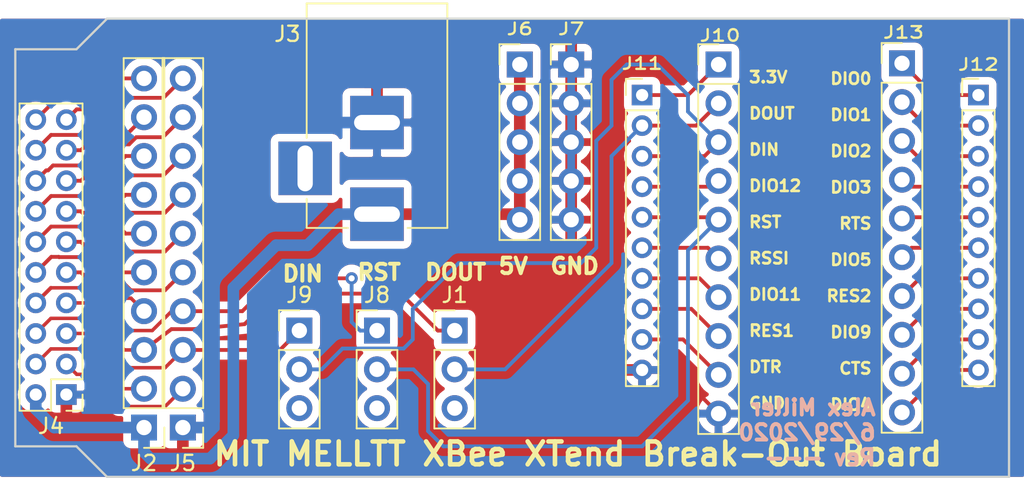
<source format=kicad_pcb>
(kicad_pcb (version 20171130) (host pcbnew "(5.1.2)-1")

  (general
    (thickness 1.6)
    (drawings 16)
    (tracks 219)
    (zones 0)
    (modules 13)
    (nets 40)
  )

  (page A4)
  (layers
    (0 F.Cu signal)
    (31 B.Cu signal)
    (32 B.Adhes user)
    (33 F.Adhes user)
    (34 B.Paste user)
    (35 F.Paste user)
    (36 B.SilkS user)
    (37 F.SilkS user)
    (38 B.Mask user)
    (39 F.Mask user)
    (40 Dwgs.User user)
    (41 Cmts.User user)
    (42 Eco1.User user)
    (43 Eco2.User user)
    (44 Edge.Cuts user)
    (45 Margin user)
    (46 B.CrtYd user)
    (47 F.CrtYd user)
    (48 B.Fab user)
    (49 F.Fab user)
  )

  (setup
    (last_trace_width 0.25)
    (user_trace_width 0.2286)
    (user_trace_width 0.762)
    (trace_clearance 0.2)
    (zone_clearance 0.508)
    (zone_45_only no)
    (trace_min 0.2)
    (via_size 0.8)
    (via_drill 0.4)
    (via_min_size 0.4)
    (via_min_drill 0.3)
    (uvia_size 0.3)
    (uvia_drill 0.1)
    (uvias_allowed no)
    (uvia_min_size 0.2)
    (uvia_min_drill 0.1)
    (edge_width 0.05)
    (segment_width 0.2)
    (pcb_text_width 0.3)
    (pcb_text_size 1.5 1.5)
    (mod_edge_width 0.12)
    (mod_text_size 1 1)
    (mod_text_width 0.15)
    (pad_size 1.524 1.524)
    (pad_drill 0.762)
    (pad_to_mask_clearance 0.051)
    (solder_mask_min_width 0.25)
    (aux_axis_origin 0 0)
    (visible_elements FFFFFF7F)
    (pcbplotparams
      (layerselection 0x010fc_ffffffff)
      (usegerberextensions false)
      (usegerberattributes false)
      (usegerberadvancedattributes false)
      (creategerberjobfile false)
      (excludeedgelayer true)
      (linewidth 0.100000)
      (plotframeref false)
      (viasonmask false)
      (mode 1)
      (useauxorigin false)
      (hpglpennumber 1)
      (hpglpenspeed 20)
      (hpglpendiameter 15.000000)
      (psnegative false)
      (psa4output false)
      (plotreference true)
      (plotvalue true)
      (plotinvisibletext false)
      (padsonsilk false)
      (subtractmaskfromsilk false)
      (outputformat 1)
      (mirror false)
      (drillshape 1)
      (scaleselection 1)
      (outputdirectory ""))
  )

  (net 0 "")
  (net 1 /DOUT)
  (net 2 "Net-(J1-Pad1)")
  (net 3 +5V)
  (net 4 "Net-(J2-Pad2)")
  (net 5 "Net-(J2-Pad4)")
  (net 6 "Net-(J2-Pad5)")
  (net 7 "Net-(J2-Pad6)")
  (net 8 "Net-(J2-Pad7)")
  (net 9 "Net-(J2-Pad8)")
  (net 10 "Net-(J2-Pad9)")
  (net 11 "Net-(J2-Pad10)")
  (net 12 GND)
  (net 13 "Net-(J4-Pad19)")
  (net 14 "Net-(J4-Pad17)")
  (net 15 "Net-(J4-Pad15)")
  (net 16 "Net-(J4-Pad13)")
  (net 17 "Net-(J4-Pad11)")
  (net 18 "Net-(J4-Pad9)")
  (net 19 "Net-(J4-Pad7)")
  (net 20 "Net-(J4-Pad5)")
  (net 21 "Net-(J4-Pad3)")
  (net 22 /RST)
  (net 23 /DIN)
  (net 24 "Net-(J10-Pad9)")
  (net 25 "Net-(J10-Pad8)")
  (net 26 "Net-(J10-Pad7)")
  (net 27 "Net-(J10-Pad6)")
  (net 28 "Net-(J10-Pad4)")
  (net 29 "Net-(J10-Pad1)")
  (net 30 "Net-(J12-Pad1)")
  (net 31 "Net-(J12-Pad2)")
  (net 32 "Net-(J12-Pad3)")
  (net 33 "Net-(J12-Pad4)")
  (net 34 "Net-(J12-Pad5)")
  (net 35 "Net-(J12-Pad6)")
  (net 36 "Net-(J12-Pad7)")
  (net 37 "Net-(J12-Pad8)")
  (net 38 "Net-(J12-Pad9)")
  (net 39 "Net-(J12-Pad10)")

  (net_class Default "This is the default net class."
    (clearance 0.2)
    (trace_width 0.25)
    (via_dia 0.8)
    (via_drill 0.4)
    (uvia_dia 0.3)
    (uvia_drill 0.1)
    (add_net +5V)
    (add_net /DIN)
    (add_net /DOUT)
    (add_net /RST)
    (add_net GND)
    (add_net "Net-(J1-Pad1)")
    (add_net "Net-(J10-Pad1)")
    (add_net "Net-(J10-Pad4)")
    (add_net "Net-(J10-Pad6)")
    (add_net "Net-(J10-Pad7)")
    (add_net "Net-(J10-Pad8)")
    (add_net "Net-(J10-Pad9)")
    (add_net "Net-(J12-Pad1)")
    (add_net "Net-(J12-Pad10)")
    (add_net "Net-(J12-Pad2)")
    (add_net "Net-(J12-Pad3)")
    (add_net "Net-(J12-Pad4)")
    (add_net "Net-(J12-Pad5)")
    (add_net "Net-(J12-Pad6)")
    (add_net "Net-(J12-Pad7)")
    (add_net "Net-(J12-Pad8)")
    (add_net "Net-(J12-Pad9)")
    (add_net "Net-(J2-Pad10)")
    (add_net "Net-(J2-Pad2)")
    (add_net "Net-(J2-Pad4)")
    (add_net "Net-(J2-Pad5)")
    (add_net "Net-(J2-Pad6)")
    (add_net "Net-(J2-Pad7)")
    (add_net "Net-(J2-Pad8)")
    (add_net "Net-(J2-Pad9)")
    (add_net "Net-(J4-Pad11)")
    (add_net "Net-(J4-Pad13)")
    (add_net "Net-(J4-Pad15)")
    (add_net "Net-(J4-Pad17)")
    (add_net "Net-(J4-Pad19)")
    (add_net "Net-(J4-Pad3)")
    (add_net "Net-(J4-Pad5)")
    (add_net "Net-(J4-Pad7)")
    (add_net "Net-(J4-Pad9)")
  )

  (module Pin_Headers:Pin_Header_Straight_1x03_Pitch2.54mm (layer F.Cu) (tedit 59650532) (tstamp 5EF9674F)
    (at 205.74 58.42)
    (descr "Through hole straight pin header, 1x03, 2.54mm pitch, single row")
    (tags "Through hole pin header THT 1x03 2.54mm single row")
    (path /5F00C00B)
    (fp_text reference J1 (at 0 -2.33) (layer F.SilkS)
      (effects (font (size 1 1) (thickness 0.15)))
    )
    (fp_text value Conn_01x03_Female (at 0 7.41) (layer F.Fab) hide
      (effects (font (size 1 1) (thickness 0.15)))
    )
    (fp_text user %R (at 0 2.54 90) (layer F.Fab)
      (effects (font (size 1 1) (thickness 0.15)))
    )
    (fp_line (start 1.8 -1.8) (end -1.8 -1.8) (layer F.CrtYd) (width 0.05))
    (fp_line (start 1.8 6.85) (end 1.8 -1.8) (layer F.CrtYd) (width 0.05))
    (fp_line (start -1.8 6.85) (end 1.8 6.85) (layer F.CrtYd) (width 0.05))
    (fp_line (start -1.8 -1.8) (end -1.8 6.85) (layer F.CrtYd) (width 0.05))
    (fp_line (start -1.33 -1.33) (end 0 -1.33) (layer F.SilkS) (width 0.12))
    (fp_line (start -1.33 0) (end -1.33 -1.33) (layer F.SilkS) (width 0.12))
    (fp_line (start -1.33 1.27) (end 1.33 1.27) (layer F.SilkS) (width 0.12))
    (fp_line (start 1.33 1.27) (end 1.33 6.41) (layer F.SilkS) (width 0.12))
    (fp_line (start -1.33 1.27) (end -1.33 6.41) (layer F.SilkS) (width 0.12))
    (fp_line (start -1.33 6.41) (end 1.33 6.41) (layer F.SilkS) (width 0.12))
    (fp_line (start -1.27 -0.635) (end -0.635 -1.27) (layer F.Fab) (width 0.1))
    (fp_line (start -1.27 6.35) (end -1.27 -0.635) (layer F.Fab) (width 0.1))
    (fp_line (start 1.27 6.35) (end -1.27 6.35) (layer F.Fab) (width 0.1))
    (fp_line (start 1.27 -1.27) (end 1.27 6.35) (layer F.Fab) (width 0.1))
    (fp_line (start -0.635 -1.27) (end 1.27 -1.27) (layer F.Fab) (width 0.1))
    (pad 3 thru_hole oval (at 0 5.08) (size 1.7 1.7) (drill 1) (layers *.Cu *.Mask))
    (pad 2 thru_hole oval (at 0 2.54) (size 1.7 1.7) (drill 1) (layers *.Cu *.Mask)
      (net 1 /DOUT))
    (pad 1 thru_hole rect (at 0 0) (size 1.7 1.7) (drill 1) (layers *.Cu *.Mask)
      (net 2 "Net-(J1-Pad1)"))
    (model ${KISYS3DMOD}/Pin_Headers.3dshapes/Pin_Header_Straight_1x03_Pitch2.54mm.wrl
      (at (xyz 0 0 0))
      (scale (xyz 1 1 1))
      (rotate (xyz 0 0 0))
    )
  )

  (module Pin_Headers:Pin_Header_Straight_1x10_Pitch2.54mm (layer F.Cu) (tedit 59650532) (tstamp 5EF9676D)
    (at 185.42 64.77 180)
    (descr "Through hole straight pin header, 1x10, 2.54mm pitch, single row")
    (tags "Through hole pin header THT 1x10 2.54mm single row")
    (path /5EFD3B20)
    (fp_text reference J2 (at 0 -2.33) (layer F.SilkS)
      (effects (font (size 1 1) (thickness 0.15)))
    )
    (fp_text value Conn_01x10_Female (at 0 25.19) (layer F.Fab) hide
      (effects (font (size 1 1) (thickness 0.15)))
    )
    (fp_line (start -0.635 -1.27) (end 1.27 -1.27) (layer F.Fab) (width 0.1))
    (fp_line (start 1.27 -1.27) (end 1.27 24.13) (layer F.Fab) (width 0.1))
    (fp_line (start 1.27 24.13) (end -1.27 24.13) (layer F.Fab) (width 0.1))
    (fp_line (start -1.27 24.13) (end -1.27 -0.635) (layer F.Fab) (width 0.1))
    (fp_line (start -1.27 -0.635) (end -0.635 -1.27) (layer F.Fab) (width 0.1))
    (fp_line (start -1.33 24.19) (end 1.33 24.19) (layer F.SilkS) (width 0.12))
    (fp_line (start -1.33 1.27) (end -1.33 24.19) (layer F.SilkS) (width 0.12))
    (fp_line (start 1.33 1.27) (end 1.33 24.19) (layer F.SilkS) (width 0.12))
    (fp_line (start -1.33 1.27) (end 1.33 1.27) (layer F.SilkS) (width 0.12))
    (fp_line (start -1.33 0) (end -1.33 -1.33) (layer F.SilkS) (width 0.12))
    (fp_line (start -1.33 -1.33) (end 0 -1.33) (layer F.SilkS) (width 0.12))
    (fp_line (start -1.8 -1.8) (end -1.8 24.65) (layer F.CrtYd) (width 0.05))
    (fp_line (start -1.8 24.65) (end 1.8 24.65) (layer F.CrtYd) (width 0.05))
    (fp_line (start 1.8 24.65) (end 1.8 -1.8) (layer F.CrtYd) (width 0.05))
    (fp_line (start 1.8 -1.8) (end -1.8 -1.8) (layer F.CrtYd) (width 0.05))
    (fp_text user %R (at 0 11.43 90) (layer F.Fab) hide
      (effects (font (size 1 1) (thickness 0.15)))
    )
    (pad 1 thru_hole rect (at 0 0 180) (size 1.7 1.7) (drill 1) (layers *.Cu *.Mask)
      (net 3 +5V))
    (pad 2 thru_hole oval (at 0 2.54 180) (size 1.7 1.7) (drill 1) (layers *.Cu *.Mask)
      (net 4 "Net-(J2-Pad2)"))
    (pad 3 thru_hole oval (at 0 5.08 180) (size 1.7 1.7) (drill 1) (layers *.Cu *.Mask)
      (net 2 "Net-(J1-Pad1)"))
    (pad 4 thru_hole oval (at 0 7.62 180) (size 1.7 1.7) (drill 1) (layers *.Cu *.Mask)
      (net 5 "Net-(J2-Pad4)"))
    (pad 5 thru_hole oval (at 0 10.16 180) (size 1.7 1.7) (drill 1) (layers *.Cu *.Mask)
      (net 6 "Net-(J2-Pad5)"))
    (pad 6 thru_hole oval (at 0 12.7 180) (size 1.7 1.7) (drill 1) (layers *.Cu *.Mask)
      (net 7 "Net-(J2-Pad6)"))
    (pad 7 thru_hole oval (at 0 15.24 180) (size 1.7 1.7) (drill 1) (layers *.Cu *.Mask)
      (net 8 "Net-(J2-Pad7)"))
    (pad 8 thru_hole oval (at 0 17.78 180) (size 1.7 1.7) (drill 1) (layers *.Cu *.Mask)
      (net 9 "Net-(J2-Pad8)"))
    (pad 9 thru_hole oval (at 0 20.32 180) (size 1.7 1.7) (drill 1) (layers *.Cu *.Mask)
      (net 10 "Net-(J2-Pad9)"))
    (pad 10 thru_hole oval (at 0 22.86 180) (size 1.7 1.7) (drill 1) (layers *.Cu *.Mask)
      (net 11 "Net-(J2-Pad10)"))
    (model ${KISYS3DMOD}/Pin_Headers.3dshapes/Pin_Header_Straight_1x10_Pitch2.54mm.wrl
      (at (xyz 0 0 0))
      (scale (xyz 1 1 1))
      (rotate (xyz 0 0 0))
    )
  )

  (module Connectors:BARREL_JACK (layer F.Cu) (tedit 5861378E) (tstamp 5EF9678C)
    (at 200.66 50.8 270)
    (descr "DC Barrel Jack")
    (tags "Power Jack")
    (path /5EF9FD85)
    (fp_text reference J3 (at -11.8 5.86) (layer F.SilkS)
      (effects (font (size 1 1) (thickness 0.15)))
    )
    (fp_text value Barrel_Jack (at -6.2 -5.5 90) (layer F.Fab) hide
      (effects (font (size 1 1) (thickness 0.15)))
    )
    (fp_line (start 0.8 -4.5) (end -13.7 -4.5) (layer F.Fab) (width 0.1))
    (fp_line (start 0.8 4.5) (end 0.8 -4.5) (layer F.Fab) (width 0.1))
    (fp_line (start -13.7 4.5) (end 0.8 4.5) (layer F.Fab) (width 0.1))
    (fp_line (start -13.7 -4.5) (end -13.7 4.5) (layer F.Fab) (width 0.1))
    (fp_line (start -10.2 -4.5) (end -10.2 4.5) (layer F.Fab) (width 0.1))
    (fp_line (start 0.9 -4.6) (end 0.9 -2) (layer F.SilkS) (width 0.12))
    (fp_line (start -13.8 -4.6) (end 0.9 -4.6) (layer F.SilkS) (width 0.12))
    (fp_line (start 0.9 4.6) (end -1 4.6) (layer F.SilkS) (width 0.12))
    (fp_line (start 0.9 1.9) (end 0.9 4.6) (layer F.SilkS) (width 0.12))
    (fp_line (start -13.8 4.6) (end -13.8 -4.6) (layer F.SilkS) (width 0.12))
    (fp_line (start -5 4.6) (end -13.8 4.6) (layer F.SilkS) (width 0.12))
    (fp_line (start -14 4.75) (end -14 -4.75) (layer F.CrtYd) (width 0.05))
    (fp_line (start -5 4.75) (end -14 4.75) (layer F.CrtYd) (width 0.05))
    (fp_line (start -5 6.75) (end -5 4.75) (layer F.CrtYd) (width 0.05))
    (fp_line (start -1 6.75) (end -5 6.75) (layer F.CrtYd) (width 0.05))
    (fp_line (start -1 4.75) (end -1 6.75) (layer F.CrtYd) (width 0.05))
    (fp_line (start 1 4.75) (end -1 4.75) (layer F.CrtYd) (width 0.05))
    (fp_line (start 1 2) (end 1 4.75) (layer F.CrtYd) (width 0.05))
    (fp_line (start 2 2) (end 1 2) (layer F.CrtYd) (width 0.05))
    (fp_line (start 2 -2) (end 2 2) (layer F.CrtYd) (width 0.05))
    (fp_line (start 1 -2) (end 2 -2) (layer F.CrtYd) (width 0.05))
    (fp_line (start 1 -4.5) (end 1 -2) (layer F.CrtYd) (width 0.05))
    (fp_line (start 1 -4.75) (end -14 -4.75) (layer F.CrtYd) (width 0.05))
    (fp_line (start 1 -4.5) (end 1 -4.75) (layer F.CrtYd) (width 0.05))
    (pad 3 thru_hole rect (at -3 4.7 270) (size 3.5 3.5) (drill oval 3 1) (layers *.Cu *.Mask))
    (pad 2 thru_hole rect (at -6 0 270) (size 3.5 3.5) (drill oval 1 3) (layers *.Cu *.Mask)
      (net 12 GND))
    (pad 1 thru_hole rect (at 0 0 270) (size 3.5 3.5) (drill oval 1 3) (layers *.Cu *.Mask)
      (net 3 +5V))
  )

  (module Pin_Headers:Pin_Header_Straight_2x10_Pitch2.00mm (layer F.Cu) (tedit 59650534) (tstamp 5EF967B6)
    (at 180.34 62.61 180)
    (descr "Through hole straight pin header, 2x10, 2.00mm pitch, double rows")
    (tags "Through hole pin header THT 2x10 2.00mm double row")
    (path /5EFA123F)
    (fp_text reference J4 (at 1 -2.06) (layer F.SilkS)
      (effects (font (size 1 1) (thickness 0.15)))
    )
    (fp_text value Conn_02x10_Odd_Even (at 1 20.06) (layer F.Fab) hide
      (effects (font (size 1 1) (thickness 0.15)))
    )
    (fp_text user %R (at 1 9 90) (layer F.Fab) hide
      (effects (font (size 1 1) (thickness 0.15)))
    )
    (fp_line (start 3.5 -1.5) (end -1.5 -1.5) (layer F.CrtYd) (width 0.05))
    (fp_line (start 3.5 19.5) (end 3.5 -1.5) (layer F.CrtYd) (width 0.05))
    (fp_line (start -1.5 19.5) (end 3.5 19.5) (layer F.CrtYd) (width 0.05))
    (fp_line (start -1.5 -1.5) (end -1.5 19.5) (layer F.CrtYd) (width 0.05))
    (fp_line (start -1.06 -1.06) (end 0 -1.06) (layer F.SilkS) (width 0.12))
    (fp_line (start -1.06 0) (end -1.06 -1.06) (layer F.SilkS) (width 0.12))
    (fp_line (start 1 -1.06) (end 3.06 -1.06) (layer F.SilkS) (width 0.12))
    (fp_line (start 1 1) (end 1 -1.06) (layer F.SilkS) (width 0.12))
    (fp_line (start -1.06 1) (end 1 1) (layer F.SilkS) (width 0.12))
    (fp_line (start 3.06 -1.06) (end 3.06 19.06) (layer F.SilkS) (width 0.12))
    (fp_line (start -1.06 1) (end -1.06 19.06) (layer F.SilkS) (width 0.12))
    (fp_line (start -1.06 19.06) (end 3.06 19.06) (layer F.SilkS) (width 0.12))
    (fp_line (start -1 0) (end 0 -1) (layer F.Fab) (width 0.1))
    (fp_line (start -1 19) (end -1 0) (layer F.Fab) (width 0.1))
    (fp_line (start 3 19) (end -1 19) (layer F.Fab) (width 0.1))
    (fp_line (start 3 -1) (end 3 19) (layer F.Fab) (width 0.1))
    (fp_line (start 0 -1) (end 3 -1) (layer F.Fab) (width 0.1))
    (pad 20 thru_hole oval (at 2 18 180) (size 1.35 1.35) (drill 0.8) (layers *.Cu *.Mask)
      (net 11 "Net-(J2-Pad10)"))
    (pad 19 thru_hole oval (at 0 18 180) (size 1.35 1.35) (drill 0.8) (layers *.Cu *.Mask)
      (net 13 "Net-(J4-Pad19)"))
    (pad 18 thru_hole oval (at 2 16 180) (size 1.35 1.35) (drill 0.8) (layers *.Cu *.Mask)
      (net 10 "Net-(J2-Pad9)"))
    (pad 17 thru_hole oval (at 0 16 180) (size 1.35 1.35) (drill 0.8) (layers *.Cu *.Mask)
      (net 14 "Net-(J4-Pad17)"))
    (pad 16 thru_hole oval (at 2 14 180) (size 1.35 1.35) (drill 0.8) (layers *.Cu *.Mask)
      (net 9 "Net-(J2-Pad8)"))
    (pad 15 thru_hole oval (at 0 14 180) (size 1.35 1.35) (drill 0.8) (layers *.Cu *.Mask)
      (net 15 "Net-(J4-Pad15)"))
    (pad 14 thru_hole oval (at 2 12 180) (size 1.35 1.35) (drill 0.8) (layers *.Cu *.Mask)
      (net 8 "Net-(J2-Pad7)"))
    (pad 13 thru_hole oval (at 0 12 180) (size 1.35 1.35) (drill 0.8) (layers *.Cu *.Mask)
      (net 16 "Net-(J4-Pad13)"))
    (pad 12 thru_hole oval (at 2 10 180) (size 1.35 1.35) (drill 0.8) (layers *.Cu *.Mask)
      (net 7 "Net-(J2-Pad6)"))
    (pad 11 thru_hole oval (at 0 10 180) (size 1.35 1.35) (drill 0.8) (layers *.Cu *.Mask)
      (net 17 "Net-(J4-Pad11)"))
    (pad 10 thru_hole oval (at 2 8 180) (size 1.35 1.35) (drill 0.8) (layers *.Cu *.Mask)
      (net 6 "Net-(J2-Pad5)"))
    (pad 9 thru_hole oval (at 0 8 180) (size 1.35 1.35) (drill 0.8) (layers *.Cu *.Mask)
      (net 18 "Net-(J4-Pad9)"))
    (pad 8 thru_hole oval (at 2 6 180) (size 1.35 1.35) (drill 0.8) (layers *.Cu *.Mask)
      (net 5 "Net-(J2-Pad4)"))
    (pad 7 thru_hole oval (at 0 6 180) (size 1.35 1.35) (drill 0.8) (layers *.Cu *.Mask)
      (net 19 "Net-(J4-Pad7)"))
    (pad 6 thru_hole oval (at 2 4 180) (size 1.35 1.35) (drill 0.8) (layers *.Cu *.Mask)
      (net 2 "Net-(J1-Pad1)"))
    (pad 5 thru_hole oval (at 0 4 180) (size 1.35 1.35) (drill 0.8) (layers *.Cu *.Mask)
      (net 20 "Net-(J4-Pad5)"))
    (pad 4 thru_hole oval (at 2 2 180) (size 1.35 1.35) (drill 0.8) (layers *.Cu *.Mask)
      (net 4 "Net-(J2-Pad2)"))
    (pad 3 thru_hole oval (at 0 2 180) (size 1.35 1.35) (drill 0.8) (layers *.Cu *.Mask)
      (net 21 "Net-(J4-Pad3)"))
    (pad 2 thru_hole oval (at 2 0 180) (size 1.35 1.35) (drill 0.8) (layers *.Cu *.Mask)
      (net 3 +5V))
    (pad 1 thru_hole rect (at 0 0 180) (size 1.35 1.35) (drill 0.8) (layers *.Cu *.Mask)
      (net 12 GND))
    (model ${KISYS3DMOD}/Pin_Headers.3dshapes/Pin_Header_Straight_2x10_Pitch2.00mm.wrl
      (at (xyz 0 0 0))
      (scale (xyz 1 1 1))
      (rotate (xyz 0 0 0))
    )
  )

  (module Pin_Headers:Pin_Header_Straight_1x10_Pitch2.54mm (layer F.Cu) (tedit 59650532) (tstamp 5EF967D4)
    (at 187.96 64.77 180)
    (descr "Through hole straight pin header, 1x10, 2.54mm pitch, single row")
    (tags "Through hole pin header THT 1x10 2.54mm single row")
    (path /5EFD08BE)
    (fp_text reference J5 (at 0 -2.33) (layer F.SilkS)
      (effects (font (size 1 1) (thickness 0.15)))
    )
    (fp_text value Conn_01x10_Female (at 0 25.19) (layer F.Fab) hide
      (effects (font (size 1 1) (thickness 0.15)))
    )
    (fp_text user %R (at 0 11.43 90) (layer F.Fab) hide
      (effects (font (size 1 1) (thickness 0.15)))
    )
    (fp_line (start 1.8 -1.8) (end -1.8 -1.8) (layer F.CrtYd) (width 0.05))
    (fp_line (start 1.8 24.65) (end 1.8 -1.8) (layer F.CrtYd) (width 0.05))
    (fp_line (start -1.8 24.65) (end 1.8 24.65) (layer F.CrtYd) (width 0.05))
    (fp_line (start -1.8 -1.8) (end -1.8 24.65) (layer F.CrtYd) (width 0.05))
    (fp_line (start -1.33 -1.33) (end 0 -1.33) (layer F.SilkS) (width 0.12))
    (fp_line (start -1.33 0) (end -1.33 -1.33) (layer F.SilkS) (width 0.12))
    (fp_line (start -1.33 1.27) (end 1.33 1.27) (layer F.SilkS) (width 0.12))
    (fp_line (start 1.33 1.27) (end 1.33 24.19) (layer F.SilkS) (width 0.12))
    (fp_line (start -1.33 1.27) (end -1.33 24.19) (layer F.SilkS) (width 0.12))
    (fp_line (start -1.33 24.19) (end 1.33 24.19) (layer F.SilkS) (width 0.12))
    (fp_line (start -1.27 -0.635) (end -0.635 -1.27) (layer F.Fab) (width 0.1))
    (fp_line (start -1.27 24.13) (end -1.27 -0.635) (layer F.Fab) (width 0.1))
    (fp_line (start 1.27 24.13) (end -1.27 24.13) (layer F.Fab) (width 0.1))
    (fp_line (start 1.27 -1.27) (end 1.27 24.13) (layer F.Fab) (width 0.1))
    (fp_line (start -0.635 -1.27) (end 1.27 -1.27) (layer F.Fab) (width 0.1))
    (pad 10 thru_hole oval (at 0 22.86 180) (size 1.7 1.7) (drill 1) (layers *.Cu *.Mask)
      (net 13 "Net-(J4-Pad19)"))
    (pad 9 thru_hole oval (at 0 20.32 180) (size 1.7 1.7) (drill 1) (layers *.Cu *.Mask)
      (net 14 "Net-(J4-Pad17)"))
    (pad 8 thru_hole oval (at 0 17.78 180) (size 1.7 1.7) (drill 1) (layers *.Cu *.Mask)
      (net 15 "Net-(J4-Pad15)"))
    (pad 7 thru_hole oval (at 0 15.24 180) (size 1.7 1.7) (drill 1) (layers *.Cu *.Mask)
      (net 16 "Net-(J4-Pad13)"))
    (pad 6 thru_hole oval (at 0 12.7 180) (size 1.7 1.7) (drill 1) (layers *.Cu *.Mask)
      (net 17 "Net-(J4-Pad11)"))
    (pad 5 thru_hole oval (at 0 10.16 180) (size 1.7 1.7) (drill 1) (layers *.Cu *.Mask)
      (net 18 "Net-(J4-Pad9)"))
    (pad 4 thru_hole oval (at 0 7.62 180) (size 1.7 1.7) (drill 1) (layers *.Cu *.Mask)
      (net 19 "Net-(J4-Pad7)"))
    (pad 3 thru_hole oval (at 0 5.08 180) (size 1.7 1.7) (drill 1) (layers *.Cu *.Mask)
      (net 20 "Net-(J4-Pad5)"))
    (pad 2 thru_hole oval (at 0 2.54 180) (size 1.7 1.7) (drill 1) (layers *.Cu *.Mask)
      (net 21 "Net-(J4-Pad3)"))
    (pad 1 thru_hole rect (at 0 0 180) (size 1.7 1.7) (drill 1) (layers *.Cu *.Mask)
      (net 12 GND))
    (model ${KISYS3DMOD}/Pin_Headers.3dshapes/Pin_Header_Straight_1x10_Pitch2.54mm.wrl
      (at (xyz 0 0 0))
      (scale (xyz 1 1 1))
      (rotate (xyz 0 0 0))
    )
  )

  (module Pin_Headers:Pin_Header_Straight_1x05_Pitch2.54mm (layer F.Cu) (tedit 59650532) (tstamp 5EF967ED)
    (at 210 41)
    (descr "Through hole straight pin header, 1x05, 2.54mm pitch, single row")
    (tags "Through hole pin header THT 1x05 2.54mm single row")
    (path /5EFA7261)
    (fp_text reference J6 (at 0 -2.33) (layer F.SilkS)
      (effects (font (size 0.762 1) (thickness 0.15)))
    )
    (fp_text value Conn_01x05_Female (at 0 12.49) (layer F.Fab) hide
      (effects (font (size 1 1) (thickness 0.15)))
    )
    (fp_text user %R (at 0 5.9 90) (layer F.Fab) hide
      (effects (font (size 1 1) (thickness 0.15)))
    )
    (fp_line (start 1.8 -1.8) (end -1.8 -1.8) (layer F.CrtYd) (width 0.05))
    (fp_line (start 1.8 11.95) (end 1.8 -1.8) (layer F.CrtYd) (width 0.05))
    (fp_line (start -1.8 11.95) (end 1.8 11.95) (layer F.CrtYd) (width 0.05))
    (fp_line (start -1.8 -1.8) (end -1.8 11.95) (layer F.CrtYd) (width 0.05))
    (fp_line (start -1.33 -1.33) (end 0 -1.33) (layer F.SilkS) (width 0.12))
    (fp_line (start -1.33 0) (end -1.33 -1.33) (layer F.SilkS) (width 0.12))
    (fp_line (start -1.33 1.27) (end 1.33 1.27) (layer F.SilkS) (width 0.12))
    (fp_line (start 1.33 1.27) (end 1.33 11.49) (layer F.SilkS) (width 0.12))
    (fp_line (start -1.33 1.27) (end -1.33 11.49) (layer F.SilkS) (width 0.12))
    (fp_line (start -1.33 11.49) (end 1.33 11.49) (layer F.SilkS) (width 0.12))
    (fp_line (start -1.27 -0.635) (end -0.635 -1.27) (layer F.Fab) (width 0.1))
    (fp_line (start -1.27 11.43) (end -1.27 -0.635) (layer F.Fab) (width 0.1))
    (fp_line (start 1.27 11.43) (end -1.27 11.43) (layer F.Fab) (width 0.1))
    (fp_line (start 1.27 -1.27) (end 1.27 11.43) (layer F.Fab) (width 0.1))
    (fp_line (start -0.635 -1.27) (end 1.27 -1.27) (layer F.Fab) (width 0.1))
    (pad 5 thru_hole oval (at 0 10.16) (size 1.7 1.7) (drill 1) (layers *.Cu *.Mask)
      (net 3 +5V))
    (pad 4 thru_hole oval (at 0 7.62) (size 1.7 1.7) (drill 1) (layers *.Cu *.Mask)
      (net 3 +5V))
    (pad 3 thru_hole oval (at 0 5.08) (size 1.7 1.7) (drill 1) (layers *.Cu *.Mask)
      (net 3 +5V))
    (pad 2 thru_hole oval (at 0 2.54) (size 1.7 1.7) (drill 1) (layers *.Cu *.Mask)
      (net 3 +5V))
    (pad 1 thru_hole rect (at 0 0) (size 1.7 1.7) (drill 1) (layers *.Cu *.Mask)
      (net 3 +5V))
    (model ${KISYS3DMOD}/Pin_Headers.3dshapes/Pin_Header_Straight_1x05_Pitch2.54mm.wrl
      (at (xyz 0 0 0))
      (scale (xyz 1 1 1))
      (rotate (xyz 0 0 0))
    )
  )

  (module Pin_Headers:Pin_Header_Straight_1x05_Pitch2.54mm (layer F.Cu) (tedit 59650532) (tstamp 5EF96806)
    (at 213.36 41)
    (descr "Through hole straight pin header, 1x05, 2.54mm pitch, single row")
    (tags "Through hole pin header THT 1x05 2.54mm single row")
    (path /5EFA8540)
    (fp_text reference J7 (at 0 -2.33) (layer F.SilkS)
      (effects (font (size 0.762 1) (thickness 0.15)))
    )
    (fp_text value Conn_01x05_Female (at 0 12.49) (layer F.Fab) hide
      (effects (font (size 1 1) (thickness 0.15)))
    )
    (fp_line (start -0.635 -1.27) (end 1.27 -1.27) (layer F.Fab) (width 0.1))
    (fp_line (start 1.27 -1.27) (end 1.27 11.43) (layer F.Fab) (width 0.1))
    (fp_line (start 1.27 11.43) (end -1.27 11.43) (layer F.Fab) (width 0.1))
    (fp_line (start -1.27 11.43) (end -1.27 -0.635) (layer F.Fab) (width 0.1))
    (fp_line (start -1.27 -0.635) (end -0.635 -1.27) (layer F.Fab) (width 0.1))
    (fp_line (start -1.33 11.49) (end 1.33 11.49) (layer F.SilkS) (width 0.12))
    (fp_line (start -1.33 1.27) (end -1.33 11.49) (layer F.SilkS) (width 0.12))
    (fp_line (start 1.33 1.27) (end 1.33 11.49) (layer F.SilkS) (width 0.12))
    (fp_line (start -1.33 1.27) (end 1.33 1.27) (layer F.SilkS) (width 0.12))
    (fp_line (start -1.33 0) (end -1.33 -1.33) (layer F.SilkS) (width 0.12))
    (fp_line (start -1.33 -1.33) (end 0 -1.33) (layer F.SilkS) (width 0.12))
    (fp_line (start -1.8 -1.8) (end -1.8 11.95) (layer F.CrtYd) (width 0.05))
    (fp_line (start -1.8 11.95) (end 1.8 11.95) (layer F.CrtYd) (width 0.05))
    (fp_line (start 1.8 11.95) (end 1.8 -1.8) (layer F.CrtYd) (width 0.05))
    (fp_line (start 1.8 -1.8) (end -1.8 -1.8) (layer F.CrtYd) (width 0.05))
    (fp_text user %R (at 0 5.08 90) (layer F.Fab)
      (effects (font (size 1 1) (thickness 0.15)))
    )
    (pad 1 thru_hole rect (at 0 0) (size 1.7 1.7) (drill 1) (layers *.Cu *.Mask)
      (net 12 GND))
    (pad 2 thru_hole oval (at 0 2.54) (size 1.7 1.7) (drill 1) (layers *.Cu *.Mask)
      (net 12 GND))
    (pad 3 thru_hole oval (at 0 5.08) (size 1.7 1.7) (drill 1) (layers *.Cu *.Mask)
      (net 12 GND))
    (pad 4 thru_hole oval (at 0 7.62) (size 1.7 1.7) (drill 1) (layers *.Cu *.Mask)
      (net 12 GND))
    (pad 5 thru_hole oval (at 0 10.16) (size 1.7 1.7) (drill 1) (layers *.Cu *.Mask)
      (net 12 GND))
    (model ${KISYS3DMOD}/Pin_Headers.3dshapes/Pin_Header_Straight_1x05_Pitch2.54mm.wrl
      (at (xyz 0 0 0))
      (scale (xyz 1 1 1))
      (rotate (xyz 0 0 0))
    )
  )

  (module Pin_Headers:Pin_Header_Straight_1x03_Pitch2.54mm (layer F.Cu) (tedit 59650532) (tstamp 5EF9681D)
    (at 200.66 58.42)
    (descr "Through hole straight pin header, 1x03, 2.54mm pitch, single row")
    (tags "Through hole pin header THT 1x03 2.54mm single row")
    (path /5F008FA9)
    (fp_text reference J8 (at 0 -2.33) (layer F.SilkS)
      (effects (font (size 1 1) (thickness 0.15)))
    )
    (fp_text value Conn_01x03_Female (at 0 7.41) (layer F.Fab) hide
      (effects (font (size 1 1) (thickness 0.15)))
    )
    (fp_text user %R (at 0.324999 9.144999 90) (layer F.Fab) hide
      (effects (font (size 1 1) (thickness 0.15)))
    )
    (fp_line (start 1.8 -1.8) (end -1.8 -1.8) (layer F.CrtYd) (width 0.05))
    (fp_line (start 1.8 6.85) (end 1.8 -1.8) (layer F.CrtYd) (width 0.05))
    (fp_line (start -1.8 6.85) (end 1.8 6.85) (layer F.CrtYd) (width 0.05))
    (fp_line (start -1.8 -1.8) (end -1.8 6.85) (layer F.CrtYd) (width 0.05))
    (fp_line (start -1.33 -1.33) (end 0 -1.33) (layer F.SilkS) (width 0.12))
    (fp_line (start -1.33 0) (end -1.33 -1.33) (layer F.SilkS) (width 0.12))
    (fp_line (start -1.33 1.27) (end 1.33 1.27) (layer F.SilkS) (width 0.12))
    (fp_line (start 1.33 1.27) (end 1.33 6.41) (layer F.SilkS) (width 0.12))
    (fp_line (start -1.33 1.27) (end -1.33 6.41) (layer F.SilkS) (width 0.12))
    (fp_line (start -1.33 6.41) (end 1.33 6.41) (layer F.SilkS) (width 0.12))
    (fp_line (start -1.27 -0.635) (end -0.635 -1.27) (layer F.Fab) (width 0.1))
    (fp_line (start -1.27 6.35) (end -1.27 -0.635) (layer F.Fab) (width 0.1))
    (fp_line (start 1.27 6.35) (end -1.27 6.35) (layer F.Fab) (width 0.1))
    (fp_line (start 1.27 -1.27) (end 1.27 6.35) (layer F.Fab) (width 0.1))
    (fp_line (start -0.635 -1.27) (end 1.27 -1.27) (layer F.Fab) (width 0.1))
    (pad 3 thru_hole oval (at 0 5.08) (size 1.7 1.7) (drill 1) (layers *.Cu *.Mask))
    (pad 2 thru_hole oval (at 0 2.54) (size 1.7 1.7) (drill 1) (layers *.Cu *.Mask)
      (net 22 /RST))
    (pad 1 thru_hole rect (at 0 0) (size 1.7 1.7) (drill 1) (layers *.Cu *.Mask)
      (net 19 "Net-(J4-Pad7)"))
    (model ${KISYS3DMOD}/Pin_Headers.3dshapes/Pin_Header_Straight_1x03_Pitch2.54mm.wrl
      (at (xyz 0 0 0))
      (scale (xyz 1 1 1))
      (rotate (xyz 0 0 0))
    )
  )

  (module Pin_Headers:Pin_Header_Straight_1x03_Pitch2.54mm (layer F.Cu) (tedit 59650532) (tstamp 5EF96834)
    (at 195.58 58.42)
    (descr "Through hole straight pin header, 1x03, 2.54mm pitch, single row")
    (tags "Through hole pin header THT 1x03 2.54mm single row")
    (path /5F00BD3F)
    (fp_text reference J9 (at 0 -2.33) (layer F.SilkS)
      (effects (font (size 1 1) (thickness 0.15)))
    )
    (fp_text value Conn_01x03_Female (at 0 7.41) (layer F.Fab) hide
      (effects (font (size 1 1) (thickness 0.15)))
    )
    (fp_line (start -0.635 -1.27) (end 1.27 -1.27) (layer F.Fab) (width 0.1))
    (fp_line (start 1.27 -1.27) (end 1.27 6.35) (layer F.Fab) (width 0.1))
    (fp_line (start 1.27 6.35) (end -1.27 6.35) (layer F.Fab) (width 0.1))
    (fp_line (start -1.27 6.35) (end -1.27 -0.635) (layer F.Fab) (width 0.1))
    (fp_line (start -1.27 -0.635) (end -0.635 -1.27) (layer F.Fab) (width 0.1))
    (fp_line (start -1.33 6.41) (end 1.33 6.41) (layer F.SilkS) (width 0.12))
    (fp_line (start -1.33 1.27) (end -1.33 6.41) (layer F.SilkS) (width 0.12))
    (fp_line (start 1.33 1.27) (end 1.33 6.41) (layer F.SilkS) (width 0.12))
    (fp_line (start -1.33 1.27) (end 1.33 1.27) (layer F.SilkS) (width 0.12))
    (fp_line (start -1.33 0) (end -1.33 -1.33) (layer F.SilkS) (width 0.12))
    (fp_line (start -1.33 -1.33) (end 0 -1.33) (layer F.SilkS) (width 0.12))
    (fp_line (start -1.8 -1.8) (end -1.8 6.85) (layer F.CrtYd) (width 0.05))
    (fp_line (start -1.8 6.85) (end 1.8 6.85) (layer F.CrtYd) (width 0.05))
    (fp_line (start 1.8 6.85) (end 1.8 -1.8) (layer F.CrtYd) (width 0.05))
    (fp_line (start 1.8 -1.8) (end -1.8 -1.8) (layer F.CrtYd) (width 0.05))
    (fp_text user %R (at 0 2.54 90) (layer F.Fab)
      (effects (font (size 1 1) (thickness 0.15)))
    )
    (pad 1 thru_hole rect (at 0 0) (size 1.7 1.7) (drill 1) (layers *.Cu *.Mask)
      (net 20 "Net-(J4-Pad5)"))
    (pad 2 thru_hole oval (at 0 2.54) (size 1.7 1.7) (drill 1) (layers *.Cu *.Mask)
      (net 23 /DIN))
    (pad 3 thru_hole oval (at 0 5.08) (size 1.7 1.7) (drill 1) (layers *.Cu *.Mask))
    (model ${KISYS3DMOD}/Pin_Headers.3dshapes/Pin_Header_Straight_1x03_Pitch2.54mm.wrl
      (at (xyz 0 0 0))
      (scale (xyz 1 1 1))
      (rotate (xyz 0 0 0))
    )
  )

  (module Pin_Headers:Pin_Header_Straight_1x10_Pitch2.54mm (layer F.Cu) (tedit 59650532) (tstamp 5EF96852)
    (at 223 41)
    (descr "Through hole straight pin header, 1x10, 2.54mm pitch, single row")
    (tags "Through hole pin header THT 1x10 2.54mm single row")
    (path /5EF9BE86)
    (fp_text reference J10 (at 0.1 -1.9) (layer F.SilkS)
      (effects (font (size 0.762 1) (thickness 0.15)))
    )
    (fp_text value Conn_01x10_Female (at 0 25.19) (layer F.Fab) hide
      (effects (font (size 1 1) (thickness 0.15)))
    )
    (fp_text user %R (at 0 12.7 90) (layer F.Fab) hide
      (effects (font (size 1 1) (thickness 0.15)))
    )
    (fp_line (start 1.8 -1.8) (end -1.8 -1.8) (layer F.CrtYd) (width 0.05))
    (fp_line (start 1.8 24.65) (end 1.8 -1.8) (layer F.CrtYd) (width 0.05))
    (fp_line (start -1.8 24.65) (end 1.8 24.65) (layer F.CrtYd) (width 0.05))
    (fp_line (start -1.8 -1.8) (end -1.8 24.65) (layer F.CrtYd) (width 0.05))
    (fp_line (start -1.33 -1.33) (end 0 -1.33) (layer F.SilkS) (width 0.12))
    (fp_line (start -1.33 0) (end -1.33 -1.33) (layer F.SilkS) (width 0.12))
    (fp_line (start -1.33 1.27) (end 1.33 1.27) (layer F.SilkS) (width 0.12))
    (fp_line (start 1.33 1.27) (end 1.33 24.19) (layer F.SilkS) (width 0.12))
    (fp_line (start -1.33 1.27) (end -1.33 24.19) (layer F.SilkS) (width 0.12))
    (fp_line (start -1.33 24.19) (end 1.33 24.19) (layer F.SilkS) (width 0.12))
    (fp_line (start -1.27 -0.635) (end -0.635 -1.27) (layer F.Fab) (width 0.1))
    (fp_line (start -1.27 24.13) (end -1.27 -0.635) (layer F.Fab) (width 0.1))
    (fp_line (start 1.27 24.13) (end -1.27 24.13) (layer F.Fab) (width 0.1))
    (fp_line (start 1.27 -1.27) (end 1.27 24.13) (layer F.Fab) (width 0.1))
    (fp_line (start -0.635 -1.27) (end 1.27 -1.27) (layer F.Fab) (width 0.1))
    (pad 10 thru_hole oval (at 0 22.86) (size 1.7 1.7) (drill 1) (layers *.Cu *.Mask)
      (net 12 GND))
    (pad 9 thru_hole oval (at 0 20.32) (size 1.7 1.7) (drill 1) (layers *.Cu *.Mask)
      (net 24 "Net-(J10-Pad9)"))
    (pad 8 thru_hole oval (at 0 17.78) (size 1.7 1.7) (drill 1) (layers *.Cu *.Mask)
      (net 25 "Net-(J10-Pad8)"))
    (pad 7 thru_hole oval (at 0 15.24) (size 1.7 1.7) (drill 1) (layers *.Cu *.Mask)
      (net 26 "Net-(J10-Pad7)"))
    (pad 6 thru_hole oval (at 0 12.7) (size 1.7 1.7) (drill 1) (layers *.Cu *.Mask)
      (net 27 "Net-(J10-Pad6)"))
    (pad 5 thru_hole oval (at 0 10.16) (size 1.7 1.7) (drill 1) (layers *.Cu *.Mask)
      (net 22 /RST))
    (pad 4 thru_hole oval (at 0 7.62) (size 1.7 1.7) (drill 1) (layers *.Cu *.Mask)
      (net 28 "Net-(J10-Pad4)"))
    (pad 3 thru_hole oval (at 0 5.08) (size 1.7 1.7) (drill 1) (layers *.Cu *.Mask)
      (net 23 /DIN))
    (pad 2 thru_hole oval (at 0 2.54) (size 1.7 1.7) (drill 1) (layers *.Cu *.Mask)
      (net 1 /DOUT))
    (pad 1 thru_hole rect (at 0 0) (size 1.7 1.7) (drill 1) (layers *.Cu *.Mask)
      (net 29 "Net-(J10-Pad1)"))
    (model ${KISYS3DMOD}/Pin_Headers.3dshapes/Pin_Header_Straight_1x10_Pitch2.54mm.wrl
      (at (xyz 0 0 0))
      (scale (xyz 1 1 1))
      (rotate (xyz 0 0 0))
    )
  )

  (module Pin_Headers:Pin_Header_Straight_1x10_Pitch2.00mm (layer F.Cu) (tedit 59650533) (tstamp 5EF96870)
    (at 218 43)
    (descr "Through hole straight pin header, 1x10, 2.00mm pitch, single row")
    (tags "Through hole pin header THT 1x10 2.00mm single row")
    (path /5EFB34E2)
    (fp_text reference J11 (at 0 -2.06) (layer F.SilkS)
      (effects (font (size 0.762 1) (thickness 0.15)))
    )
    (fp_text value Conn_01x10_Female (at 0 20.06) (layer F.Fab) hide
      (effects (font (size 1 1) (thickness 0.15)))
    )
    (fp_text user %R (at 0 9 90) (layer F.Fab) hide
      (effects (font (size 1 1) (thickness 0.15)))
    )
    (fp_line (start 1.5 -1.5) (end -1.5 -1.5) (layer F.CrtYd) (width 0.05))
    (fp_line (start 1.5 19.5) (end 1.5 -1.5) (layer F.CrtYd) (width 0.05))
    (fp_line (start -1.5 19.5) (end 1.5 19.5) (layer F.CrtYd) (width 0.05))
    (fp_line (start -1.5 -1.5) (end -1.5 19.5) (layer F.CrtYd) (width 0.05))
    (fp_line (start -1.06 -1.06) (end 0 -1.06) (layer F.SilkS) (width 0.12))
    (fp_line (start -1.06 0) (end -1.06 -1.06) (layer F.SilkS) (width 0.12))
    (fp_line (start -1.06 1) (end 1.06 1) (layer F.SilkS) (width 0.12))
    (fp_line (start 1.06 1) (end 1.06 19.06) (layer F.SilkS) (width 0.12))
    (fp_line (start -1.06 1) (end -1.06 19.06) (layer F.SilkS) (width 0.12))
    (fp_line (start -1.06 19.06) (end 1.06 19.06) (layer F.SilkS) (width 0.12))
    (fp_line (start -1 -0.5) (end -0.5 -1) (layer F.Fab) (width 0.1))
    (fp_line (start -1 19) (end -1 -0.5) (layer F.Fab) (width 0.1))
    (fp_line (start 1 19) (end -1 19) (layer F.Fab) (width 0.1))
    (fp_line (start 1 -1) (end 1 19) (layer F.Fab) (width 0.1))
    (fp_line (start -0.5 -1) (end 1 -1) (layer F.Fab) (width 0.1))
    (pad 10 thru_hole oval (at 0 18) (size 1.35 1.35) (drill 0.8) (layers *.Cu *.Mask)
      (net 12 GND))
    (pad 9 thru_hole oval (at 0 16) (size 1.35 1.35) (drill 0.8) (layers *.Cu *.Mask)
      (net 24 "Net-(J10-Pad9)"))
    (pad 8 thru_hole oval (at 0 14) (size 1.35 1.35) (drill 0.8) (layers *.Cu *.Mask)
      (net 25 "Net-(J10-Pad8)"))
    (pad 7 thru_hole oval (at 0 12) (size 1.35 1.35) (drill 0.8) (layers *.Cu *.Mask)
      (net 26 "Net-(J10-Pad7)"))
    (pad 6 thru_hole oval (at 0 10) (size 1.35 1.35) (drill 0.8) (layers *.Cu *.Mask)
      (net 27 "Net-(J10-Pad6)"))
    (pad 5 thru_hole oval (at 0 8) (size 1.35 1.35) (drill 0.8) (layers *.Cu *.Mask)
      (net 22 /RST))
    (pad 4 thru_hole oval (at 0 6) (size 1.35 1.35) (drill 0.8) (layers *.Cu *.Mask)
      (net 28 "Net-(J10-Pad4)"))
    (pad 3 thru_hole oval (at 0 4) (size 1.35 1.35) (drill 0.8) (layers *.Cu *.Mask)
      (net 23 /DIN))
    (pad 2 thru_hole oval (at 0 2) (size 1.35 1.35) (drill 0.8) (layers *.Cu *.Mask)
      (net 1 /DOUT))
    (pad 1 thru_hole rect (at 0 0) (size 1.35 1.35) (drill 0.8) (layers *.Cu *.Mask)
      (net 29 "Net-(J10-Pad1)"))
    (model ${KISYS3DMOD}/Pin_Headers.3dshapes/Pin_Header_Straight_1x10_Pitch2.00mm.wrl
      (at (xyz 0 0 0))
      (scale (xyz 1 1 1))
      (rotate (xyz 0 0 0))
    )
  )

  (module Pin_Headers:Pin_Header_Straight_1x10_Pitch2.00mm (layer F.Cu) (tedit 59650533) (tstamp 5EF9688E)
    (at 240 43)
    (descr "Through hole straight pin header, 1x10, 2.00mm pitch, single row")
    (tags "Through hole pin header THT 1x10 2.00mm single row")
    (path /5EFB3D30)
    (fp_text reference J12 (at 0 -2) (layer F.SilkS)
      (effects (font (size 0.762 1) (thickness 0.15)))
    )
    (fp_text value Conn_01x10_Female (at 0 20.06) (layer F.Fab) hide
      (effects (font (size 1 1) (thickness 0.15)))
    )
    (fp_line (start -0.5 -1) (end 1 -1) (layer F.Fab) (width 0.1))
    (fp_line (start 1 -1) (end 1 19) (layer F.Fab) (width 0.1))
    (fp_line (start 1 19) (end -1 19) (layer F.Fab) (width 0.1))
    (fp_line (start -1 19) (end -1 -0.5) (layer F.Fab) (width 0.1))
    (fp_line (start -1 -0.5) (end -0.5 -1) (layer F.Fab) (width 0.1))
    (fp_line (start -1.06 19.06) (end 1.06 19.06) (layer F.SilkS) (width 0.12))
    (fp_line (start -1.06 1) (end -1.06 19.06) (layer F.SilkS) (width 0.12))
    (fp_line (start 1.06 1) (end 1.06 19.06) (layer F.SilkS) (width 0.12))
    (fp_line (start -1.06 1) (end 1.06 1) (layer F.SilkS) (width 0.12))
    (fp_line (start -1.06 0) (end -1.06 -1.06) (layer F.SilkS) (width 0.12))
    (fp_line (start -1.06 -1.06) (end 0 -1.06) (layer F.SilkS) (width 0.12))
    (fp_line (start -1.5 -1.5) (end -1.5 19.5) (layer F.CrtYd) (width 0.05))
    (fp_line (start -1.5 19.5) (end 1.5 19.5) (layer F.CrtYd) (width 0.05))
    (fp_line (start 1.5 19.5) (end 1.5 -1.5) (layer F.CrtYd) (width 0.05))
    (fp_line (start 1.5 -1.5) (end -1.5 -1.5) (layer F.CrtYd) (width 0.05))
    (fp_text user %R (at 0 9 90) (layer F.Fab) hide
      (effects (font (size 1 1) (thickness 0.15)))
    )
    (pad 1 thru_hole rect (at 0 0) (size 1.35 1.35) (drill 0.8) (layers *.Cu *.Mask)
      (net 30 "Net-(J12-Pad1)"))
    (pad 2 thru_hole oval (at 0 2) (size 1.35 1.35) (drill 0.8) (layers *.Cu *.Mask)
      (net 31 "Net-(J12-Pad2)"))
    (pad 3 thru_hole oval (at 0 4) (size 1.35 1.35) (drill 0.8) (layers *.Cu *.Mask)
      (net 32 "Net-(J12-Pad3)"))
    (pad 4 thru_hole oval (at 0 6) (size 1.35 1.35) (drill 0.8) (layers *.Cu *.Mask)
      (net 33 "Net-(J12-Pad4)"))
    (pad 5 thru_hole oval (at 0 8) (size 1.35 1.35) (drill 0.8) (layers *.Cu *.Mask)
      (net 34 "Net-(J12-Pad5)"))
    (pad 6 thru_hole oval (at 0 10) (size 1.35 1.35) (drill 0.8) (layers *.Cu *.Mask)
      (net 35 "Net-(J12-Pad6)"))
    (pad 7 thru_hole oval (at 0 12) (size 1.35 1.35) (drill 0.8) (layers *.Cu *.Mask)
      (net 36 "Net-(J12-Pad7)"))
    (pad 8 thru_hole oval (at 0 14) (size 1.35 1.35) (drill 0.8) (layers *.Cu *.Mask)
      (net 37 "Net-(J12-Pad8)"))
    (pad 9 thru_hole oval (at 0 16) (size 1.35 1.35) (drill 0.8) (layers *.Cu *.Mask)
      (net 38 "Net-(J12-Pad9)"))
    (pad 10 thru_hole oval (at 0 18) (size 1.35 1.35) (drill 0.8) (layers *.Cu *.Mask)
      (net 39 "Net-(J12-Pad10)"))
    (model ${KISYS3DMOD}/Pin_Headers.3dshapes/Pin_Header_Straight_1x10_Pitch2.00mm.wrl
      (at (xyz 0 0 0))
      (scale (xyz 1 1 1))
      (rotate (xyz 0 0 0))
    )
  )

  (module Pin_Headers:Pin_Header_Straight_1x10_Pitch2.54mm (layer F.Cu) (tedit 59650532) (tstamp 5EF968AC)
    (at 235 40.92)
    (descr "Through hole straight pin header, 1x10, 2.54mm pitch, single row")
    (tags "Through hole pin header THT 1x10 2.54mm single row")
    (path /5EF9D741)
    (fp_text reference J13 (at 0.1 -2.02) (layer F.SilkS)
      (effects (font (size 0.762 1) (thickness 0.15)))
    )
    (fp_text value Conn_01x10_Female (at 0 25.19) (layer F.Fab) hide
      (effects (font (size 1 1) (thickness 0.15)))
    )
    (fp_line (start -0.635 -1.27) (end 1.27 -1.27) (layer F.Fab) (width 0.1))
    (fp_line (start 1.27 -1.27) (end 1.27 24.13) (layer F.Fab) (width 0.1))
    (fp_line (start 1.27 24.13) (end -1.27 24.13) (layer F.Fab) (width 0.1))
    (fp_line (start -1.27 24.13) (end -1.27 -0.635) (layer F.Fab) (width 0.1))
    (fp_line (start -1.27 -0.635) (end -0.635 -1.27) (layer F.Fab) (width 0.1))
    (fp_line (start -1.33 24.19) (end 1.33 24.19) (layer F.SilkS) (width 0.12))
    (fp_line (start -1.33 1.27) (end -1.33 24.19) (layer F.SilkS) (width 0.12))
    (fp_line (start 1.33 1.27) (end 1.33 24.19) (layer F.SilkS) (width 0.12))
    (fp_line (start -1.33 1.27) (end 1.33 1.27) (layer F.SilkS) (width 0.12))
    (fp_line (start -1.33 0) (end -1.33 -1.33) (layer F.SilkS) (width 0.12))
    (fp_line (start -1.33 -1.33) (end 0 -1.33) (layer F.SilkS) (width 0.12))
    (fp_line (start -1.8 -1.8) (end -1.8 24.65) (layer F.CrtYd) (width 0.05))
    (fp_line (start -1.8 24.65) (end 1.8 24.65) (layer F.CrtYd) (width 0.05))
    (fp_line (start 1.8 24.65) (end 1.8 -1.8) (layer F.CrtYd) (width 0.05))
    (fp_line (start 1.8 -1.8) (end -1.8 -1.8) (layer F.CrtYd) (width 0.05))
    (fp_text user %R (at 0 11.43 90) (layer F.Fab) hide
      (effects (font (size 1 1) (thickness 0.15)))
    )
    (pad 1 thru_hole rect (at 0 0) (size 1.7 1.7) (drill 1) (layers *.Cu *.Mask)
      (net 30 "Net-(J12-Pad1)"))
    (pad 2 thru_hole oval (at 0 2.54) (size 1.7 1.7) (drill 1) (layers *.Cu *.Mask)
      (net 31 "Net-(J12-Pad2)"))
    (pad 3 thru_hole oval (at 0 5.08) (size 1.7 1.7) (drill 1) (layers *.Cu *.Mask)
      (net 32 "Net-(J12-Pad3)"))
    (pad 4 thru_hole oval (at 0 7.62) (size 1.7 1.7) (drill 1) (layers *.Cu *.Mask)
      (net 33 "Net-(J12-Pad4)"))
    (pad 5 thru_hole oval (at 0 10.16) (size 1.7 1.7) (drill 1) (layers *.Cu *.Mask)
      (net 34 "Net-(J12-Pad5)"))
    (pad 6 thru_hole oval (at 0 12.7) (size 1.7 1.7) (drill 1) (layers *.Cu *.Mask)
      (net 35 "Net-(J12-Pad6)"))
    (pad 7 thru_hole oval (at 0 15.24) (size 1.7 1.7) (drill 1) (layers *.Cu *.Mask)
      (net 36 "Net-(J12-Pad7)"))
    (pad 8 thru_hole oval (at 0 17.78) (size 1.7 1.7) (drill 1) (layers *.Cu *.Mask)
      (net 37 "Net-(J12-Pad8)"))
    (pad 9 thru_hole oval (at 0 20.32) (size 1.7 1.7) (drill 1) (layers *.Cu *.Mask)
      (net 38 "Net-(J12-Pad9)"))
    (pad 10 thru_hole oval (at 0 22.86) (size 1.7 1.7) (drill 1) (layers *.Cu *.Mask)
      (net 39 "Net-(J12-Pad10)"))
    (model ${KISYS3DMOD}/Pin_Headers.3dshapes/Pin_Header_Straight_1x10_Pitch2.54mm.wrl
      (at (xyz 0 0 0))
      (scale (xyz 1 1 1))
      (rotate (xyz 0 0 0))
    )
  )

  (gr_text DOUT (at 205.8 54.6) (layer F.SilkS) (tstamp 5EFA32D9)
    (effects (font (size 1.016 1.016) (thickness 0.254)))
  )
  (gr_text RST (at 200.8 54.6) (layer F.SilkS) (tstamp 5EFA32D7)
    (effects (font (size 1.016 1.016) (thickness 0.254)))
  )
  (gr_text DIN (at 195.8 54.7) (layer F.SilkS) (tstamp 5EFA32D3)
    (effects (font (size 1.016 1.016) (thickness 0.254)))
  )
  (gr_text "5V  GND" (at 211.9 54.2) (layer F.SilkS)
    (effects (font (size 1.016 1.016) (thickness 0.254)))
  )
  (gr_text "DIO0\n\nDIO1\n\nDIO2\n\nDIO3\n\nRTS\n\nDIO5\n\nRES2\n\nDIO9\n\nCTS\n\nDIO4" (at 233.1 52.6) (layer F.SilkS) (tstamp 5EFA31C7)
    (effects (font (size 0.7366 0.762) (thickness 0.1778)) (justify right))
  )
  (gr_text "3.3V\n\nDOUT\n\nDIN\n\nDIO12\n\nRST\n\nRSSI\n\nDIO11\n\nRES1\n\nDTR\n\nGND" (at 224.9 52.5) (layer F.SilkS)
    (effects (font (size 0.7366 0.762) (thickness 0.1778)) (justify left))
  )
  (gr_text "Alex Miller\n6/29/2020     \nRev ---" (at 233.4 65.1) (layer B.SilkS)
    (effects (font (size 1.016 1.016) (thickness 0.254)) (justify left mirror))
  )
  (gr_text "MIT MELLTT XBee XTend Break-Out Board\n" (at 213.8 66.5) (layer F.SilkS)
    (effects (font (size 1.5 1.5) (thickness 0.3)))
  )
  (gr_line (start 177 40) (end 177 66) (layer Edge.Cuts) (width 0.15) (tstamp 5EFA1C02))
  (gr_line (start 181 40) (end 177 40) (layer Edge.Cuts) (width 0.15))
  (gr_line (start 183 38) (end 181 40) (layer Edge.Cuts) (width 0.15))
  (gr_line (start 242 38) (end 183 38) (layer Edge.Cuts) (width 0.15))
  (gr_line (start 242 68) (end 242 38) (layer Edge.Cuts) (width 0.15))
  (gr_line (start 183 68) (end 242 68) (layer Edge.Cuts) (width 0.15))
  (gr_line (start 181 66) (end 183 68) (layer Edge.Cuts) (width 0.15))
  (gr_line (start 177 66) (end 181 66) (layer Edge.Cuts) (width 0.15))

  (segment (start 221.54 45) (end 223 43.54) (width 0.25) (layer F.Cu) (net 1))
  (segment (start 218 45) (end 221.54 45) (width 0.25) (layer F.Cu) (net 1))
  (segment (start 205.74 60.96) (end 209.04 60.96) (width 0.25) (layer B.Cu) (net 1))
  (segment (start 209.04 60.96) (end 216 54) (width 0.25) (layer B.Cu) (net 1))
  (segment (start 216 47) (end 218 45) (width 0.25) (layer B.Cu) (net 1))
  (segment (start 216 54) (end 216 47) (width 0.25) (layer B.Cu) (net 1))
  (segment (start 184.15 59.69) (end 185.42 59.69) (width 0.2286) (layer F.Cu) (net 2))
  (segment (start 182.080699 57.620699) (end 184.15 59.69) (width 0.2286) (layer F.Cu) (net 2))
  (segment (start 178.34 58.61) (end 179.329301 57.620699) (width 0.2286) (layer F.Cu) (net 2))
  (segment (start 179.329301 57.620699) (end 182.080699 57.620699) (width 0.2286) (layer F.Cu) (net 2))
  (segment (start 187.215001 58.325001) (end 188.674999 58.325001) (width 0.25) (layer F.Cu) (net 2))
  (segment (start 204.64 58.42) (end 205.74 58.42) (width 0.25) (layer F.Cu) (net 2))
  (segment (start 185.42 59.69) (end 187.215001 58.325001) (width 0.25) (layer F.Cu) (net 2))
  (segment (start 192 58) (end 194 56) (width 0.25) (layer F.Cu) (net 2))
  (segment (start 188.674999 58.325001) (end 192 58) (width 0.25) (layer F.Cu) (net 2))
  (segment (start 194 56) (end 202.22 56) (width 0.25) (layer F.Cu) (net 2))
  (segment (start 202.22 56) (end 204.64 58.42) (width 0.25) (layer F.Cu) (net 2))
  (segment (start 179.545406 64.77) (end 185.42 64.77) (width 0.762) (layer B.Cu) (net 3))
  (segment (start 178.34 62.61) (end 178.34 63.564594) (width 0.762) (layer B.Cu) (net 3))
  (segment (start 178.34 63.564594) (end 179.545406 64.77) (width 0.762) (layer B.Cu) (net 3))
  (segment (start 198.148 50.8) (end 196.116 52.832) (width 0.762) (layer B.Cu) (net 3))
  (segment (start 200.66 50.8) (end 198.148 50.8) (width 0.762) (layer B.Cu) (net 3))
  (segment (start 196.116 52.832) (end 194.056 52.832) (width 0.762) (layer B.Cu) (net 3))
  (segment (start 194.056 52.832) (end 191.262 55.626) (width 0.762) (layer B.Cu) (net 3))
  (segment (start 191.262 55.626) (end 191.262 65.278) (width 0.762) (layer B.Cu) (net 3))
  (segment (start 191.262 65.278) (end 189.738 66.802) (width 0.762) (layer B.Cu) (net 3))
  (segment (start 185.42 66.382) (end 185.42 64.77) (width 0.762) (layer B.Cu) (net 3))
  (segment (start 189.738 66.802) (end 185.84 66.802) (width 0.762) (layer B.Cu) (net 3))
  (segment (start 185.84 66.802) (end 185.42 66.382) (width 0.762) (layer B.Cu) (net 3))
  (segment (start 210 41) (end 210 43.54) (width 0.762) (layer F.Cu) (net 3))
  (segment (start 210 43.54) (end 210 46.08) (width 0.762) (layer F.Cu) (net 3))
  (segment (start 210 46.08) (end 210 48.62) (width 0.762) (layer F.Cu) (net 3))
  (segment (start 210 48.62) (end 210 51.16) (width 0.762) (layer F.Cu) (net 3))
  (segment (start 209.64 50.8) (end 210 51.16) (width 0.762) (layer F.Cu) (net 3))
  (segment (start 200.66 50.8) (end 209.64 50.8) (width 0.762) (layer F.Cu) (net 3))
  (segment (start 183.896 62.23) (end 185.42 62.23) (width 0.2286) (layer F.Cu) (net 4))
  (segment (start 181.286699 59.620699) (end 183.896 62.23) (width 0.2286) (layer F.Cu) (net 4))
  (segment (start 178.34 60.61) (end 179.329301 59.620699) (width 0.2286) (layer F.Cu) (net 4))
  (segment (start 179.329301 59.620699) (end 181.286699 59.620699) (width 0.2286) (layer F.Cu) (net 4))
  (segment (start 178.34 56.61) (end 178.594 56.61) (width 0.25) (layer F.Cu) (net 5))
  (segment (start 178.34 56.61) (end 179.324 55.626) (width 0.25) (layer F.Cu) (net 5))
  (segment (start 179.329301 55.620699) (end 181.350699 55.620699) (width 0.2286) (layer F.Cu) (net 5))
  (segment (start 179.324 55.626) (end 179.329301 55.620699) (width 0.2286) (layer F.Cu) (net 5))
  (segment (start 181.350699 55.620699) (end 181.61 55.88) (width 0.2286) (layer F.Cu) (net 5))
  (segment (start 181.61 55.88) (end 183.388 55.88) (width 0.2286) (layer F.Cu) (net 5))
  (segment (start 184.570001 56.300001) (end 185.42 57.15) (width 0.2286) (layer F.Cu) (net 5))
  (segment (start 183.388 55.88) (end 183.808001 56.300001) (width 0.2286) (layer F.Cu) (net 5))
  (segment (start 183.808001 56.300001) (end 184.570001 56.300001) (width 0.2286) (layer F.Cu) (net 5))
  (segment (start 178.34 54.61) (end 179.356 53.594) (width 0.25) (layer F.Cu) (net 6))
  (segment (start 179.356 53.594) (end 179.843998 53.594) (width 0.25) (layer F.Cu) (net 6))
  (segment (start 179.859998 53.61) (end 181.372 53.61) (width 0.25) (layer F.Cu) (net 6))
  (segment (start 179.843998 53.594) (end 179.859998 53.61) (width 0.25) (layer F.Cu) (net 6))
  (segment (start 182.372 54.61) (end 185.42 54.61) (width 0.25) (layer F.Cu) (net 6))
  (segment (start 181.372 53.61) (end 182.372 54.61) (width 0.25) (layer F.Cu) (net 6))
  (segment (start 184.217919 52.07) (end 185.42 52.07) (width 0.25) (layer F.Cu) (net 7))
  (segment (start 183.757919 51.61) (end 184.217919 52.07) (width 0.25) (layer F.Cu) (net 7))
  (segment (start 178.34 52.61) (end 179.34 51.61) (width 0.25) (layer F.Cu) (net 7))
  (segment (start 179.34 51.61) (end 183.757919 51.61) (width 0.25) (layer F.Cu) (net 7))
  (segment (start 184.217919 49.53) (end 185.42 49.53) (width 0.25) (layer F.Cu) (net 8))
  (segment (start 184.137919 49.61) (end 184.217919 49.53) (width 0.25) (layer F.Cu) (net 8))
  (segment (start 178.34 50.61) (end 179.34 49.61) (width 0.25) (layer F.Cu) (net 8))
  (segment (start 179.34 49.61) (end 184.137919 49.61) (width 0.25) (layer F.Cu) (net 8))
  (segment (start 179.014999 47.935001) (end 179.140999 47.935001) (width 0.25) (layer F.Cu) (net 9))
  (segment (start 178.34 48.61) (end 179.014999 47.935001) (width 0.25) (layer F.Cu) (net 9))
  (segment (start 184.217919 46.99) (end 185.42 46.99) (width 0.25) (layer F.Cu) (net 9))
  (segment (start 183.597919 47.61) (end 184.217919 46.99) (width 0.25) (layer F.Cu) (net 9))
  (segment (start 179.140999 47.935001) (end 179.466 47.61) (width 0.25) (layer F.Cu) (net 9))
  (segment (start 179.466 47.61) (end 183.597919 47.61) (width 0.25) (layer F.Cu) (net 9))
  (segment (start 184.570001 45.299999) (end 185.42 44.45) (width 0.25) (layer F.Cu) (net 10))
  (segment (start 184.26 45.61) (end 184.570001 45.299999) (width 0.25) (layer F.Cu) (net 10))
  (segment (start 178.34 46.61) (end 179.34 45.61) (width 0.25) (layer F.Cu) (net 10))
  (segment (start 179.34 45.61) (end 184.26 45.61) (width 0.25) (layer F.Cu) (net 10))
  (segment (start 181.04 41.91) (end 185.42 41.91) (width 0.25) (layer F.Cu) (net 11))
  (segment (start 178.34 44.61) (end 181.04 41.91) (width 0.25) (layer F.Cu) (net 11))
  (segment (start 180.34 64.047) (end 182.841 66.548) (width 0.762) (layer F.Cu) (net 12))
  (segment (start 180.34 62.61) (end 180.34 64.047) (width 0.762) (layer F.Cu) (net 12))
  (segment (start 187.96 66.382) (end 187.96 64.77) (width 0.762) (layer F.Cu) (net 12))
  (segment (start 182.841 66.548) (end 187.794 66.548) (width 0.762) (layer F.Cu) (net 12))
  (segment (start 187.794 66.548) (end 187.96 66.382) (width 0.762) (layer F.Cu) (net 12))
  (segment (start 189.572 64.77) (end 187.96 64.77) (width 0.762) (layer B.Cu) (net 12))
  (segment (start 200.66 44.8) (end 198.148 44.8) (width 0.762) (layer B.Cu) (net 12))
  (segment (start 198.148 44.8) (end 197.798 44.45) (width 0.762) (layer B.Cu) (net 12))
  (segment (start 197.798 44.45) (end 193.548 44.45) (width 0.762) (layer B.Cu) (net 12))
  (segment (start 193.548 44.45) (end 189.992 48.006) (width 0.762) (layer B.Cu) (net 12))
  (segment (start 189.992 48.006) (end 189.992 64.35) (width 0.762) (layer B.Cu) (net 12))
  (segment (start 189.992 64.35) (end 189.572 64.77) (width 0.762) (layer B.Cu) (net 12))
  (segment (start 220.14 61) (end 223 63.86) (width 0.25) (layer F.Cu) (net 12))
  (segment (start 218 61) (end 220.14 61) (width 0.25) (layer F.Cu) (net 12))
  (segment (start 213.36 41) (end 213.36 43.54) (width 0.762) (layer F.Cu) (net 12))
  (segment (start 213.36 43.54) (end 213.36 46.08) (width 0.762) (layer F.Cu) (net 12))
  (segment (start 213.36 46.08) (end 213.36 48.62) (width 0.762) (layer F.Cu) (net 12))
  (segment (start 213.36 48.62) (end 213.36 51.16) (width 0.762) (layer F.Cu) (net 12))
  (segment (start 213.36 51.16) (end 213.36 58.36) (width 0.762) (layer F.Cu) (net 12))
  (segment (start 216 61) (end 218 61) (width 0.762) (layer F.Cu) (net 12))
  (segment (start 213.36 58.36) (end 216 61) (width 0.762) (layer F.Cu) (net 12))
  (segment (start 200.66 42.288) (end 203.948 39) (width 0.762) (layer F.Cu) (net 12))
  (segment (start 200.66 44.8) (end 200.66 42.288) (width 0.762) (layer F.Cu) (net 12))
  (segment (start 213.36 39.388) (end 213.36 41) (width 0.762) (layer F.Cu) (net 12))
  (segment (start 203.948 39) (end 212.972 39) (width 0.762) (layer F.Cu) (net 12))
  (segment (start 212.972 39) (end 213.36 39.388) (width 0.762) (layer F.Cu) (net 12))
  (segment (start 181.014999 43.935001) (end 183.394999 43.935001) (width 0.25) (layer F.Cu) (net 13))
  (segment (start 180.34 44.61) (end 181.014999 43.935001) (width 0.25) (layer F.Cu) (net 13))
  (segment (start 183.394999 43.935001) (end 184.15 43.18) (width 0.25) (layer F.Cu) (net 13))
  (segment (start 186.69 43.18) (end 187.96 41.91) (width 0.25) (layer F.Cu) (net 13))
  (segment (start 184.15 43.18) (end 186.69 43.18) (width 0.25) (layer F.Cu) (net 13))
  (segment (start 181.294594 46.61) (end 181.676594 46.228) (width 0.25) (layer F.Cu) (net 14))
  (segment (start 180.34 46.61) (end 181.294594 46.61) (width 0.25) (layer F.Cu) (net 14))
  (segment (start 184.442998 46.228) (end 184.912 45.758998) (width 0.25) (layer F.Cu) (net 14))
  (segment (start 181.676594 46.228) (end 184.442998 46.228) (width 0.25) (layer F.Cu) (net 14))
  (segment (start 186.651002 45.758998) (end 187.96 44.45) (width 0.25) (layer F.Cu) (net 14))
  (segment (start 184.912 45.758998) (end 186.651002 45.758998) (width 0.25) (layer F.Cu) (net 14))
  (segment (start 181.294594 48.61) (end 181.644594 48.26) (width 0.25) (layer F.Cu) (net 15))
  (segment (start 180.34 48.61) (end 181.294594 48.61) (width 0.25) (layer F.Cu) (net 15))
  (segment (start 186.69 48.26) (end 187.96 46.99) (width 0.25) (layer F.Cu) (net 15))
  (segment (start 181.644594 48.26) (end 186.69 48.26) (width 0.25) (layer F.Cu) (net 15))
  (segment (start 187.110001 50.379999) (end 187.96 49.53) (width 0.25) (layer F.Cu) (net 16))
  (segment (start 186.784999 50.705001) (end 187.110001 50.379999) (width 0.25) (layer F.Cu) (net 16))
  (segment (start 181.389595 50.705001) (end 186.784999 50.705001) (width 0.25) (layer F.Cu) (net 16))
  (segment (start 180.34 50.61) (end 181.294594 50.61) (width 0.25) (layer F.Cu) (net 16))
  (segment (start 181.294594 50.61) (end 181.389595 50.705001) (width 0.25) (layer F.Cu) (net 16))
  (segment (start 187.110001 52.919999) (end 187.96 52.07) (width 0.25) (layer F.Cu) (net 17))
  (segment (start 186.784999 53.245001) (end 187.110001 52.919999) (width 0.25) (layer F.Cu) (net 17))
  (segment (start 181.929595 53.245001) (end 186.784999 53.245001) (width 0.25) (layer F.Cu) (net 17))
  (segment (start 180.34 52.61) (end 181.294594 52.61) (width 0.25) (layer F.Cu) (net 17))
  (segment (start 181.294594 52.61) (end 181.929595 53.245001) (width 0.25) (layer F.Cu) (net 17))
  (segment (start 187.110001 55.459999) (end 187.96 54.61) (width 0.25) (layer F.Cu) (net 18))
  (segment (start 186.784999 55.785001) (end 187.110001 55.459999) (width 0.25) (layer F.Cu) (net 18))
  (segment (start 181.294594 54.61) (end 181.802594 55.118) (width 0.25) (layer F.Cu) (net 18))
  (segment (start 180.34 54.61) (end 181.294594 54.61) (width 0.25) (layer F.Cu) (net 18))
  (segment (start 181.802594 55.118) (end 183.896 55.118) (width 0.25) (layer F.Cu) (net 18))
  (segment (start 184.563001 55.785001) (end 186.784999 55.785001) (width 0.25) (layer F.Cu) (net 18))
  (segment (start 183.896 55.118) (end 184.563001 55.785001) (width 0.25) (layer F.Cu) (net 18))
  (segment (start 180.34 56.61) (end 182.34 56.61) (width 0.2286) (layer F.Cu) (net 19))
  (segment (start 184.15 58.42) (end 185.958722 58.42) (width 0.2286) (layer F.Cu) (net 19))
  (segment (start 182.34 56.61) (end 184.15 58.42) (width 0.2286) (layer F.Cu) (net 19))
  (segment (start 187.228722 57.15) (end 187.96 57.15) (width 0.2286) (layer F.Cu) (net 19))
  (segment (start 185.958722 58.42) (end 187.228722 57.15) (width 0.2286) (layer F.Cu) (net 19))
  (segment (start 187.96 57.15) (end 191.85 57.15) (width 0.25) (layer F.Cu) (net 19))
  (via (at 199 55) (size 0.8) (drill 0.4) (layers F.Cu B.Cu) (net 19))
  (segment (start 191.85 57.15) (end 194 55) (width 0.25) (layer F.Cu) (net 19))
  (segment (start 194 55) (end 199 55) (width 0.25) (layer F.Cu) (net 19))
  (segment (start 199.56 58.42) (end 200.66 58.42) (width 0.25) (layer B.Cu) (net 19))
  (segment (start 199 55) (end 199 57.86) (width 0.25) (layer B.Cu) (net 19))
  (segment (start 199 57.86) (end 199.56 58.42) (width 0.25) (layer B.Cu) (net 19))
  (segment (start 180.34 58.61) (end 181.546 58.61) (width 0.2286) (layer F.Cu) (net 20))
  (segment (start 187.110001 60.539999) (end 187.96 59.69) (width 0.2286) (layer F.Cu) (net 20))
  (segment (start 186.795699 60.854301) (end 187.110001 60.539999) (width 0.2286) (layer F.Cu) (net 20))
  (segment (start 181.546 58.61) (end 183.790301 60.854301) (width 0.2286) (layer F.Cu) (net 20))
  (segment (start 183.790301 60.854301) (end 186.795699 60.854301) (width 0.2286) (layer F.Cu) (net 20))
  (segment (start 194.31 59.69) (end 195.58 58.42) (width 0.25) (layer F.Cu) (net 20))
  (segment (start 187.96 59.69) (end 194.31 59.69) (width 0.25) (layer F.Cu) (net 20))
  (segment (start 181.014999 61.284999) (end 181.285001 61.284999) (width 0.2286) (layer F.Cu) (net 21))
  (segment (start 180.34 60.61) (end 181.014999 61.284999) (width 0.2286) (layer F.Cu) (net 21))
  (segment (start 181.285001 61.284999) (end 181.468002 61.468) (width 0.2286) (layer F.Cu) (net 21))
  (segment (start 181.468002 61.468) (end 181.864 61.468) (width 0.2286) (layer F.Cu) (net 21))
  (segment (start 187.110001 63.079999) (end 187.96 62.23) (width 0.2286) (layer F.Cu) (net 21))
  (segment (start 186.795699 63.394301) (end 187.110001 63.079999) (width 0.2286) (layer F.Cu) (net 21))
  (segment (start 181.864 61.468) (end 183.790301 63.394301) (width 0.2286) (layer F.Cu) (net 21))
  (segment (start 183.790301 63.394301) (end 186.795699 63.394301) (width 0.2286) (layer F.Cu) (net 21))
  (segment (start 222.84 51) (end 223 51.16) (width 0.25) (layer F.Cu) (net 22))
  (segment (start 218 51) (end 222.84 51) (width 0.25) (layer F.Cu) (net 22))
  (segment (start 221 53.16) (end 223 51.16) (width 0.25) (layer B.Cu) (net 22))
  (segment (start 221 63) (end 221 53.16) (width 0.25) (layer B.Cu) (net 22))
  (segment (start 203.04 60.96) (end 204 61.92) (width 0.25) (layer B.Cu) (net 22))
  (segment (start 200.66 60.96) (end 203.04 60.96) (width 0.25) (layer B.Cu) (net 22))
  (segment (start 204 61.92) (end 204 65) (width 0.25) (layer B.Cu) (net 22))
  (segment (start 204 65) (end 205 66) (width 0.25) (layer B.Cu) (net 22))
  (segment (start 205 66) (end 218 66) (width 0.25) (layer B.Cu) (net 22))
  (segment (start 218 66) (end 221 63) (width 0.25) (layer B.Cu) (net 22))
  (segment (start 222.08 47) (end 223 46.08) (width 0.25) (layer F.Cu) (net 23))
  (segment (start 218 47) (end 222.08 47) (width 0.25) (layer F.Cu) (net 23))
  (segment (start 221 43) (end 221 44.08) (width 0.25) (layer B.Cu) (net 23))
  (segment (start 217 41) (end 219 41) (width 0.25) (layer B.Cu) (net 23))
  (segment (start 216 42) (end 217 41) (width 0.25) (layer B.Cu) (net 23))
  (segment (start 216 45) (end 216 42) (width 0.25) (layer B.Cu) (net 23))
  (segment (start 219 41) (end 221 43) (width 0.25) (layer B.Cu) (net 23))
  (segment (start 215 46) (end 216 45) (width 0.25) (layer B.Cu) (net 23))
  (segment (start 215 53) (end 215 46) (width 0.25) (layer B.Cu) (net 23))
  (segment (start 214 54) (end 215 53) (width 0.25) (layer B.Cu) (net 23))
  (segment (start 206 54) (end 214 54) (width 0.25) (layer B.Cu) (net 23))
  (segment (start 221 44.08) (end 223 46.08) (width 0.25) (layer B.Cu) (net 23))
  (segment (start 197.04 60.96) (end 198.404999 59.595001) (width 0.25) (layer B.Cu) (net 23))
  (segment (start 195.58 60.96) (end 197.04 60.96) (width 0.25) (layer B.Cu) (net 23))
  (segment (start 198.404999 59.595001) (end 202.404999 59.595001) (width 0.25) (layer B.Cu) (net 23))
  (segment (start 202.404999 59.595001) (end 203 59) (width 0.25) (layer B.Cu) (net 23))
  (segment (start 203 59) (end 203 57) (width 0.25) (layer B.Cu) (net 23))
  (segment (start 203 57) (end 206 54) (width 0.25) (layer B.Cu) (net 23))
  (segment (start 220.68 59) (end 223 61.32) (width 0.25) (layer F.Cu) (net 24))
  (segment (start 218 59) (end 220.68 59) (width 0.25) (layer F.Cu) (net 24))
  (segment (start 221.22 57) (end 223 58.78) (width 0.25) (layer F.Cu) (net 25))
  (segment (start 218 57) (end 221.22 57) (width 0.25) (layer F.Cu) (net 25))
  (segment (start 221.76 55) (end 223 56.24) (width 0.25) (layer F.Cu) (net 26))
  (segment (start 218 55) (end 221.76 55) (width 0.25) (layer F.Cu) (net 26))
  (segment (start 222.3 53) (end 223 53.7) (width 0.25) (layer F.Cu) (net 27))
  (segment (start 218 53) (end 222.3 53) (width 0.25) (layer F.Cu) (net 27))
  (segment (start 222.62 49) (end 223 48.62) (width 0.25) (layer F.Cu) (net 28))
  (segment (start 218 49) (end 222.62 49) (width 0.25) (layer F.Cu) (net 28))
  (segment (start 221 43) (end 223 41) (width 0.25) (layer F.Cu) (net 29))
  (segment (start 218 43) (end 221 43) (width 0.25) (layer F.Cu) (net 29))
  (segment (start 237.08 43) (end 235 40.92) (width 0.25) (layer F.Cu) (net 30))
  (segment (start 240 43) (end 237.08 43) (width 0.25) (layer F.Cu) (net 30))
  (segment (start 236.54 45) (end 235 43.46) (width 0.25) (layer F.Cu) (net 31))
  (segment (start 240 45) (end 236.54 45) (width 0.25) (layer F.Cu) (net 31))
  (segment (start 236 47) (end 235 46) (width 0.25) (layer F.Cu) (net 32))
  (segment (start 240 47) (end 236 47) (width 0.25) (layer F.Cu) (net 32))
  (segment (start 235.46 49) (end 235 48.54) (width 0.25) (layer F.Cu) (net 33))
  (segment (start 240 49) (end 235.46 49) (width 0.25) (layer F.Cu) (net 33))
  (segment (start 235.08 51) (end 235 51.08) (width 0.25) (layer F.Cu) (net 34))
  (segment (start 240 51) (end 235.08 51) (width 0.25) (layer F.Cu) (net 34))
  (segment (start 235.62 53) (end 235 53.62) (width 0.25) (layer F.Cu) (net 35))
  (segment (start 240 53) (end 235.62 53) (width 0.25) (layer F.Cu) (net 35))
  (segment (start 236.16 55) (end 235 56.16) (width 0.25) (layer F.Cu) (net 36))
  (segment (start 240 55) (end 236.16 55) (width 0.25) (layer F.Cu) (net 36))
  (segment (start 236.7 57) (end 235 58.7) (width 0.25) (layer F.Cu) (net 37))
  (segment (start 240 57) (end 236.7 57) (width 0.25) (layer F.Cu) (net 37))
  (segment (start 237.24 59) (end 235 61.24) (width 0.25) (layer F.Cu) (net 38))
  (segment (start 240 59) (end 237.24 59) (width 0.25) (layer F.Cu) (net 38))
  (segment (start 237.78 61) (end 235 63.78) (width 0.25) (layer F.Cu) (net 39))
  (segment (start 240 61) (end 237.78 61) (width 0.25) (layer F.Cu) (net 39))

  (zone (net 12) (net_name GND) (layer B.Cu) (tstamp 0) (hatch edge 0.508)
    (connect_pads (clearance 0.508))
    (min_thickness 0.254)
    (fill yes (arc_segments 32) (thermal_gap 0.508) (thermal_bridge_width 0.508))
    (polygon
      (pts
        (xy 243 68) (xy 243 38) (xy 176 38) (xy 176 68)
      )
    )
    (filled_polygon
      (pts
        (xy 242.873 67.873) (xy 176.127 67.873) (xy 176.127 44.61) (xy 177.023662 44.61) (xy 177.048955 44.866805)
        (xy 177.123862 45.113741) (xy 177.245505 45.341318) (xy 177.409208 45.540792) (xy 177.493539 45.61) (xy 177.409208 45.679208)
        (xy 177.245505 45.878682) (xy 177.123862 46.106259) (xy 177.048955 46.353195) (xy 177.023662 46.61) (xy 177.048955 46.866805)
        (xy 177.123862 47.113741) (xy 177.245505 47.341318) (xy 177.409208 47.540792) (xy 177.493539 47.61) (xy 177.409208 47.679208)
        (xy 177.245505 47.878682) (xy 177.123862 48.106259) (xy 177.048955 48.353195) (xy 177.023662 48.61) (xy 177.048955 48.866805)
        (xy 177.123862 49.113741) (xy 177.245505 49.341318) (xy 177.409208 49.540792) (xy 177.493539 49.61) (xy 177.409208 49.679208)
        (xy 177.245505 49.878682) (xy 177.123862 50.106259) (xy 177.048955 50.353195) (xy 177.023662 50.61) (xy 177.048955 50.866805)
        (xy 177.123862 51.113741) (xy 177.245505 51.341318) (xy 177.409208 51.540792) (xy 177.493539 51.61) (xy 177.409208 51.679208)
        (xy 177.245505 51.878682) (xy 177.123862 52.106259) (xy 177.048955 52.353195) (xy 177.023662 52.61) (xy 177.048955 52.866805)
        (xy 177.123862 53.113741) (xy 177.245505 53.341318) (xy 177.409208 53.540792) (xy 177.493539 53.61) (xy 177.409208 53.679208)
        (xy 177.245505 53.878682) (xy 177.123862 54.106259) (xy 177.048955 54.353195) (xy 177.023662 54.61) (xy 177.048955 54.866805)
        (xy 177.123862 55.113741) (xy 177.245505 55.341318) (xy 177.409208 55.540792) (xy 177.493539 55.61) (xy 177.409208 55.679208)
        (xy 177.245505 55.878682) (xy 177.123862 56.106259) (xy 177.048955 56.353195) (xy 177.023662 56.61) (xy 177.048955 56.866805)
        (xy 177.123862 57.113741) (xy 177.245505 57.341318) (xy 177.409208 57.540792) (xy 177.493539 57.61) (xy 177.409208 57.679208)
        (xy 177.245505 57.878682) (xy 177.123862 58.106259) (xy 177.048955 58.353195) (xy 177.023662 58.61) (xy 177.048955 58.866805)
        (xy 177.123862 59.113741) (xy 177.245505 59.341318) (xy 177.409208 59.540792) (xy 177.493539 59.61) (xy 177.409208 59.679208)
        (xy 177.245505 59.878682) (xy 177.123862 60.106259) (xy 177.048955 60.353195) (xy 177.023662 60.61) (xy 177.048955 60.866805)
        (xy 177.123862 61.113741) (xy 177.245505 61.341318) (xy 177.409208 61.540792) (xy 177.493539 61.61) (xy 177.409208 61.679208)
        (xy 177.245505 61.878682) (xy 177.123862 62.106259) (xy 177.048955 62.353195) (xy 177.023662 62.61) (xy 177.048955 62.866805)
        (xy 177.123862 63.113741) (xy 177.245505 63.341318) (xy 177.324001 63.436966) (xy 177.324001 63.514683) (xy 177.319085 63.564594)
        (xy 177.338702 63.763764) (xy 177.386442 63.92114) (xy 177.396799 63.955281) (xy 177.491141 64.131784) (xy 177.618105 64.28649)
        (xy 177.656868 64.318302) (xy 178.791698 65.453133) (xy 178.82351 65.491896) (xy 178.882126 65.540001) (xy 178.978216 65.61886)
        (xy 179.154719 65.713202) (xy 179.346235 65.771298) (xy 179.545406 65.790915) (xy 179.595308 65.786) (xy 183.956782 65.786)
        (xy 183.980498 65.86418) (xy 184.039463 65.974494) (xy 184.118815 66.071185) (xy 184.215506 66.150537) (xy 184.32582 66.209502)
        (xy 184.404 66.233218) (xy 184.404 66.332098) (xy 184.399085 66.382) (xy 184.404 66.431901) (xy 184.418702 66.58117)
        (xy 184.476798 66.772686) (xy 184.57114 66.94919) (xy 184.698104 67.103896) (xy 184.736873 67.135713) (xy 185.086287 67.485127)
        (xy 185.118104 67.523896) (xy 185.27281 67.65086) (xy 185.449311 67.745201) (xy 185.449313 67.745202) (xy 185.640829 67.803298)
        (xy 185.84 67.822915) (xy 185.889902 67.818) (xy 189.688098 67.818) (xy 189.738 67.822915) (xy 189.787902 67.818)
        (xy 189.937171 67.803298) (xy 190.128687 67.745202) (xy 190.30519 67.65086) (xy 190.459896 67.523896) (xy 190.491712 67.485128)
        (xy 191.945133 66.031708) (xy 191.983896 65.999896) (xy 192.11086 65.84519) (xy 192.205202 65.668687) (xy 192.249182 65.523706)
        (xy 192.263298 65.477172) (xy 192.268508 65.424276) (xy 192.278 65.327902) (xy 192.278 65.327895) (xy 192.282914 65.278001)
        (xy 192.278 65.228107) (xy 192.278 60.96) (xy 194.087815 60.96) (xy 194.116487 61.251111) (xy 194.201401 61.531034)
        (xy 194.339294 61.789014) (xy 194.524866 62.015134) (xy 194.750986 62.200706) (xy 194.805791 62.23) (xy 194.750986 62.259294)
        (xy 194.524866 62.444866) (xy 194.339294 62.670986) (xy 194.201401 62.928966) (xy 194.116487 63.208889) (xy 194.087815 63.5)
        (xy 194.116487 63.791111) (xy 194.201401 64.071034) (xy 194.339294 64.329014) (xy 194.524866 64.555134) (xy 194.750986 64.740706)
        (xy 195.008966 64.878599) (xy 195.288889 64.963513) (xy 195.50705 64.985) (xy 195.65295 64.985) (xy 195.871111 64.963513)
        (xy 196.151034 64.878599) (xy 196.409014 64.740706) (xy 196.635134 64.555134) (xy 196.820706 64.329014) (xy 196.958599 64.071034)
        (xy 197.043513 63.791111) (xy 197.072185 63.5) (xy 197.043513 63.208889) (xy 196.958599 62.928966) (xy 196.820706 62.670986)
        (xy 196.635134 62.444866) (xy 196.409014 62.259294) (xy 196.354209 62.23) (xy 196.409014 62.200706) (xy 196.635134 62.015134)
        (xy 196.820706 61.789014) (xy 196.857595 61.72) (xy 197.002678 61.72) (xy 197.04 61.723676) (xy 197.077322 61.72)
        (xy 197.077333 61.72) (xy 197.188986 61.709003) (xy 197.332247 61.665546) (xy 197.464276 61.594974) (xy 197.580001 61.500001)
        (xy 197.603804 61.470997) (xy 198.719801 60.355001) (xy 199.299556 60.355001) (xy 199.281401 60.388966) (xy 199.196487 60.668889)
        (xy 199.167815 60.96) (xy 199.196487 61.251111) (xy 199.281401 61.531034) (xy 199.419294 61.789014) (xy 199.604866 62.015134)
        (xy 199.830986 62.200706) (xy 199.885791 62.23) (xy 199.830986 62.259294) (xy 199.604866 62.444866) (xy 199.419294 62.670986)
        (xy 199.281401 62.928966) (xy 199.196487 63.208889) (xy 199.167815 63.5) (xy 199.196487 63.791111) (xy 199.281401 64.071034)
        (xy 199.419294 64.329014) (xy 199.604866 64.555134) (xy 199.830986 64.740706) (xy 200.088966 64.878599) (xy 200.368889 64.963513)
        (xy 200.58705 64.985) (xy 200.73295 64.985) (xy 200.951111 64.963513) (xy 201.231034 64.878599) (xy 201.489014 64.740706)
        (xy 201.715134 64.555134) (xy 201.900706 64.329014) (xy 202.038599 64.071034) (xy 202.123513 63.791111) (xy 202.152185 63.5)
        (xy 202.123513 63.208889) (xy 202.038599 62.928966) (xy 201.900706 62.670986) (xy 201.715134 62.444866) (xy 201.489014 62.259294)
        (xy 201.434209 62.23) (xy 201.489014 62.200706) (xy 201.715134 62.015134) (xy 201.900706 61.789014) (xy 201.937595 61.72)
        (xy 202.725199 61.72) (xy 203.24 62.234802) (xy 203.240001 64.962668) (xy 203.236324 65) (xy 203.240001 65.037333)
        (xy 203.250998 65.148986) (xy 203.260653 65.180814) (xy 203.294454 65.292246) (xy 203.365026 65.424276) (xy 203.418142 65.488997)
        (xy 203.46 65.540001) (xy 203.488998 65.563799) (xy 204.436201 66.511003) (xy 204.459999 66.540001) (xy 204.488997 66.563799)
        (xy 204.575724 66.634974) (xy 204.707753 66.705546) (xy 204.851014 66.749003) (xy 205 66.763677) (xy 205.037333 66.76)
        (xy 217.962678 66.76) (xy 218 66.763676) (xy 218.037322 66.76) (xy 218.037333 66.76) (xy 218.148986 66.749003)
        (xy 218.292247 66.705546) (xy 218.424276 66.634974) (xy 218.540001 66.540001) (xy 218.563804 66.510997) (xy 220.857911 64.21689)
        (xy 221.558524 64.21689) (xy 221.603175 64.364099) (xy 221.728359 64.62692) (xy 221.902412 64.860269) (xy 222.118645 65.055178)
        (xy 222.368748 65.204157) (xy 222.643109 65.301481) (xy 222.873 65.180814) (xy 222.873 63.987) (xy 223.127 63.987)
        (xy 223.127 65.180814) (xy 223.356891 65.301481) (xy 223.631252 65.204157) (xy 223.881355 65.055178) (xy 224.097588 64.860269)
        (xy 224.271641 64.62692) (xy 224.396825 64.364099) (xy 224.441476 64.21689) (xy 224.320155 63.987) (xy 223.127 63.987)
        (xy 222.873 63.987) (xy 221.679845 63.987) (xy 221.558524 64.21689) (xy 220.857911 64.21689) (xy 221.511004 63.563798)
        (xy 221.540001 63.540001) (xy 221.563124 63.511826) (xy 221.679845 63.733) (xy 222.873 63.733) (xy 222.873 63.713)
        (xy 223.127 63.713) (xy 223.127 63.733) (xy 224.320155 63.733) (xy 224.441476 63.50311) (xy 224.396825 63.355901)
        (xy 224.271641 63.09308) (xy 224.097588 62.859731) (xy 223.881355 62.664822) (xy 223.764477 62.595201) (xy 223.829014 62.560706)
        (xy 224.055134 62.375134) (xy 224.240706 62.149014) (xy 224.378599 61.891034) (xy 224.463513 61.611111) (xy 224.492185 61.32)
        (xy 224.463513 61.028889) (xy 224.378599 60.748966) (xy 224.240706 60.490986) (xy 224.055134 60.264866) (xy 223.829014 60.079294)
        (xy 223.774209 60.05) (xy 223.829014 60.020706) (xy 224.055134 59.835134) (xy 224.240706 59.609014) (xy 224.378599 59.351034)
        (xy 224.463513 59.071111) (xy 224.492185 58.78) (xy 224.463513 58.488889) (xy 224.378599 58.208966) (xy 224.240706 57.950986)
        (xy 224.055134 57.724866) (xy 223.829014 57.539294) (xy 223.774209 57.51) (xy 223.829014 57.480706) (xy 224.055134 57.295134)
        (xy 224.240706 57.069014) (xy 224.378599 56.811034) (xy 224.463513 56.531111) (xy 224.492185 56.24) (xy 224.463513 55.948889)
        (xy 224.378599 55.668966) (xy 224.240706 55.410986) (xy 224.055134 55.184866) (xy 223.829014 54.999294) (xy 223.774209 54.97)
        (xy 223.829014 54.940706) (xy 224.055134 54.755134) (xy 224.240706 54.529014) (xy 224.378599 54.271034) (xy 224.463513 53.991111)
        (xy 224.492185 53.7) (xy 224.463513 53.408889) (xy 224.378599 53.128966) (xy 224.240706 52.870986) (xy 224.055134 52.644866)
        (xy 223.829014 52.459294) (xy 223.774209 52.43) (xy 223.829014 52.400706) (xy 224.055134 52.215134) (xy 224.240706 51.989014)
        (xy 224.378599 51.731034) (xy 224.463513 51.451111) (xy 224.492185 51.16) (xy 224.463513 50.868889) (xy 224.378599 50.588966)
        (xy 224.240706 50.330986) (xy 224.055134 50.104866) (xy 223.829014 49.919294) (xy 223.774209 49.89) (xy 223.829014 49.860706)
        (xy 224.055134 49.675134) (xy 224.240706 49.449014) (xy 224.378599 49.191034) (xy 224.463513 48.911111) (xy 224.492185 48.62)
        (xy 224.463513 48.328889) (xy 224.378599 48.048966) (xy 224.240706 47.790986) (xy 224.055134 47.564866) (xy 223.829014 47.379294)
        (xy 223.774209 47.35) (xy 223.829014 47.320706) (xy 224.055134 47.135134) (xy 224.240706 46.909014) (xy 224.378599 46.651034)
        (xy 224.463513 46.371111) (xy 224.492185 46.08) (xy 224.463513 45.788889) (xy 224.378599 45.508966) (xy 224.240706 45.250986)
        (xy 224.055134 45.024866) (xy 223.829014 44.839294) (xy 223.774209 44.81) (xy 223.829014 44.780706) (xy 224.055134 44.595134)
        (xy 224.240706 44.369014) (xy 224.378599 44.111034) (xy 224.463513 43.831111) (xy 224.492185 43.54) (xy 224.484306 43.46)
        (xy 233.507815 43.46) (xy 233.536487 43.751111) (xy 233.621401 44.031034) (xy 233.759294 44.289014) (xy 233.944866 44.515134)
        (xy 234.170986 44.700706) (xy 234.225791 44.73) (xy 234.170986 44.759294) (xy 233.944866 44.944866) (xy 233.759294 45.170986)
        (xy 233.621401 45.428966) (xy 233.536487 45.708889) (xy 233.507815 46) (xy 233.536487 46.291111) (xy 233.621401 46.571034)
        (xy 233.759294 46.829014) (xy 233.944866 47.055134) (xy 234.170986 47.240706) (xy 234.225791 47.27) (xy 234.170986 47.299294)
        (xy 233.944866 47.484866) (xy 233.759294 47.710986) (xy 233.621401 47.968966) (xy 233.536487 48.248889) (xy 233.507815 48.54)
        (xy 233.536487 48.831111) (xy 233.621401 49.111034) (xy 233.759294 49.369014) (xy 233.944866 49.595134) (xy 234.170986 49.780706)
        (xy 234.225791 49.81) (xy 234.170986 49.839294) (xy 233.944866 50.024866) (xy 233.759294 50.250986) (xy 233.621401 50.508966)
        (xy 233.536487 50.788889) (xy 233.507815 51.08) (xy 233.536487 51.371111) (xy 233.621401 51.651034) (xy 233.759294 51.909014)
        (xy 233.944866 52.135134) (xy 234.170986 52.320706) (xy 234.225791 52.35) (xy 234.170986 52.379294) (xy 233.944866 52.564866)
        (xy 233.759294 52.790986) (xy 233.621401 53.048966) (xy 233.536487 53.328889) (xy 233.507815 53.62) (xy 233.536487 53.911111)
        (xy 233.621401 54.191034) (xy 233.759294 54.449014) (xy 233.944866 54.675134) (xy 234.170986 54.860706) (xy 234.225791 54.89)
        (xy 234.170986 54.919294) (xy 233.944866 55.104866) (xy 233.759294 55.330986) (xy 233.621401 55.588966) (xy 233.536487 55.868889)
        (xy 233.507815 56.16) (xy 233.536487 56.451111) (xy 233.621401 56.731034) (xy 233.759294 56.989014) (xy 233.944866 57.215134)
        (xy 234.170986 57.400706) (xy 234.225791 57.43) (xy 234.170986 57.459294) (xy 233.944866 57.644866) (xy 233.759294 57.870986)
        (xy 233.621401 58.128966) (xy 233.536487 58.408889) (xy 233.507815 58.7) (xy 233.536487 58.991111) (xy 233.621401 59.271034)
        (xy 233.759294 59.529014) (xy 233.944866 59.755134) (xy 234.170986 59.940706) (xy 234.225791 59.97) (xy 234.170986 59.999294)
        (xy 233.944866 60.184866) (xy 233.759294 60.410986) (xy 233.621401 60.668966) (xy 233.536487 60.948889) (xy 233.507815 61.24)
        (xy 233.536487 61.531111) (xy 233.621401 61.811034) (xy 233.759294 62.069014) (xy 233.944866 62.295134) (xy 234.170986 62.480706)
        (xy 234.225791 62.51) (xy 234.170986 62.539294) (xy 233.944866 62.724866) (xy 233.759294 62.950986) (xy 233.621401 63.208966)
        (xy 233.536487 63.488889) (xy 233.507815 63.78) (xy 233.536487 64.071111) (xy 233.621401 64.351034) (xy 233.759294 64.609014)
        (xy 233.944866 64.835134) (xy 234.170986 65.020706) (xy 234.428966 65.158599) (xy 234.708889 65.243513) (xy 234.92705 65.265)
        (xy 235.07295 65.265) (xy 235.291111 65.243513) (xy 235.571034 65.158599) (xy 235.829014 65.020706) (xy 236.055134 64.835134)
        (xy 236.240706 64.609014) (xy 236.378599 64.351034) (xy 236.463513 64.071111) (xy 236.492185 63.78) (xy 236.463513 63.488889)
        (xy 236.378599 63.208966) (xy 236.240706 62.950986) (xy 236.055134 62.724866) (xy 235.829014 62.539294) (xy 235.774209 62.51)
        (xy 235.829014 62.480706) (xy 236.055134 62.295134) (xy 236.240706 62.069014) (xy 236.378599 61.811034) (xy 236.463513 61.531111)
        (xy 236.492185 61.24) (xy 236.463513 60.948889) (xy 236.378599 60.668966) (xy 236.240706 60.410986) (xy 236.055134 60.184866)
        (xy 235.829014 59.999294) (xy 235.774209 59.97) (xy 235.829014 59.940706) (xy 236.055134 59.755134) (xy 236.240706 59.529014)
        (xy 236.378599 59.271034) (xy 236.463513 58.991111) (xy 236.492185 58.7) (xy 236.463513 58.408889) (xy 236.378599 58.128966)
        (xy 236.240706 57.870986) (xy 236.055134 57.644866) (xy 235.829014 57.459294) (xy 235.774209 57.43) (xy 235.829014 57.400706)
        (xy 236.055134 57.215134) (xy 236.240706 56.989014) (xy 236.378599 56.731034) (xy 236.463513 56.451111) (xy 236.492185 56.16)
        (xy 236.463513 55.868889) (xy 236.378599 55.588966) (xy 236.240706 55.330986) (xy 236.055134 55.104866) (xy 235.829014 54.919294)
        (xy 235.774209 54.89) (xy 235.829014 54.860706) (xy 236.055134 54.675134) (xy 236.240706 54.449014) (xy 236.378599 54.191034)
        (xy 236.463513 53.911111) (xy 236.492185 53.62) (xy 236.463513 53.328889) (xy 236.378599 53.048966) (xy 236.240706 52.790986)
        (xy 236.055134 52.564866) (xy 235.829014 52.379294) (xy 235.774209 52.35) (xy 235.829014 52.320706) (xy 236.055134 52.135134)
        (xy 236.240706 51.909014) (xy 236.378599 51.651034) (xy 236.463513 51.371111) (xy 236.492185 51.08) (xy 236.463513 50.788889)
        (xy 236.378599 50.508966) (xy 236.240706 50.250986) (xy 236.055134 50.024866) (xy 235.829014 49.839294) (xy 235.774209 49.81)
        (xy 235.829014 49.780706) (xy 236.055134 49.595134) (xy 236.240706 49.369014) (xy 236.378599 49.111034) (xy 236.463513 48.831111)
        (xy 236.492185 48.54) (xy 236.463513 48.248889) (xy 236.378599 47.968966) (xy 236.240706 47.710986) (xy 236.055134 47.484866)
        (xy 235.829014 47.299294) (xy 235.774209 47.27) (xy 235.829014 47.240706) (xy 236.055134 47.055134) (xy 236.240706 46.829014)
        (xy 236.378599 46.571034) (xy 236.463513 46.291111) (xy 236.492185 46) (xy 236.463513 45.708889) (xy 236.378599 45.428966)
        (xy 236.240706 45.170986) (xy 236.100382 45) (xy 238.683662 45) (xy 238.708955 45.256805) (xy 238.783862 45.503741)
        (xy 238.905505 45.731318) (xy 239.069208 45.930792) (xy 239.153539 46) (xy 239.069208 46.069208) (xy 238.905505 46.268682)
        (xy 238.783862 46.496259) (xy 238.708955 46.743195) (xy 238.683662 47) (xy 238.708955 47.256805) (xy 238.783862 47.503741)
        (xy 238.905505 47.731318) (xy 239.069208 47.930792) (xy 239.153539 48) (xy 239.069208 48.069208) (xy 238.905505 48.268682)
        (xy 238.783862 48.496259) (xy 238.708955 48.743195) (xy 238.683662 49) (xy 238.708955 49.256805) (xy 238.783862 49.503741)
        (xy 238.905505 49.731318) (xy 239.069208 49.930792) (xy 239.153539 50) (xy 239.069208 50.069208) (xy 238.905505 50.268682)
        (xy 238.783862 50.496259) (xy 238.708955 50.743195) (xy 238.683662 51) (xy 238.708955 51.256805) (xy 238.783862 51.503741)
        (xy 238.905505 51.731318) (xy 239.069208 51.930792) (xy 239.153539 52) (xy 239.069208 52.069208) (xy 238.905505 52.268682)
        (xy 238.783862 52.496259) (xy 238.708955 52.743195) (xy 238.683662 53) (xy 238.708955 53.256805) (xy 238.783862 53.503741)
        (xy 238.905505 53.731318) (xy 239.069208 53.930792) (xy 239.153539 54) (xy 239.069208 54.069208) (xy 238.905505 54.268682)
        (xy 238.783862 54.496259) (xy 238.708955 54.743195) (xy 238.683662 55) (xy 238.708955 55.256805) (xy 238.783862 55.503741)
        (xy 238.905505 55.731318) (xy 239.069208 55.930792) (xy 239.153539 56) (xy 239.069208 56.069208) (xy 238.905505 56.268682)
        (xy 238.783862 56.496259) (xy 238.708955 56.743195) (xy 238.683662 57) (xy 238.708955 57.256805) (xy 238.783862 57.503741)
        (xy 238.905505 57.731318) (xy 239.069208 57.930792) (xy 239.153539 58) (xy 239.069208 58.069208) (xy 238.905505 58.268682)
        (xy 238.783862 58.496259) (xy 238.708955 58.743195) (xy 238.683662 59) (xy 238.708955 59.256805) (xy 238.783862 59.503741)
        (xy 238.905505 59.731318) (xy 239.069208 59.930792) (xy 239.153539 60) (xy 239.069208 60.069208) (xy 238.905505 60.268682)
        (xy 238.783862 60.496259) (xy 238.708955 60.743195) (xy 238.683662 61) (xy 238.708955 61.256805) (xy 238.783862 61.503741)
        (xy 238.905505 61.731318) (xy 239.069208 61.930792) (xy 239.268682 62.094495) (xy 239.496259 62.216138) (xy 239.743195 62.291045)
        (xy 239.935649 62.31) (xy 240.064351 62.31) (xy 240.256805 62.291045) (xy 240.503741 62.216138) (xy 240.731318 62.094495)
        (xy 240.930792 61.930792) (xy 241.094495 61.731318) (xy 241.216138 61.503741) (xy 241.291045 61.256805) (xy 241.316338 61)
        (xy 241.291045 60.743195) (xy 241.216138 60.496259) (xy 241.094495 60.268682) (xy 240.930792 60.069208) (xy 240.846461 60)
        (xy 240.930792 59.930792) (xy 241.094495 59.731318) (xy 241.216138 59.503741) (xy 241.291045 59.256805) (xy 241.316338 59)
        (xy 241.291045 58.743195) (xy 241.216138 58.496259) (xy 241.094495 58.268682) (xy 240.930792 58.069208) (xy 240.846461 58)
        (xy 240.930792 57.930792) (xy 241.094495 57.731318) (xy 241.216138 57.503741) (xy 241.291045 57.256805) (xy 241.316338 57)
        (xy 241.291045 56.743195) (xy 241.216138 56.496259) (xy 241.094495 56.268682) (xy 240.930792 56.069208) (xy 240.846461 56)
        (xy 240.930792 55.930792) (xy 241.094495 55.731318) (xy 241.216138 55.503741) (xy 241.291045 55.256805) (xy 241.316338 55)
        (xy 241.291045 54.743195) (xy 241.216138 54.496259) (xy 241.094495 54.268682) (xy 240.930792 54.069208) (xy 240.846461 54)
        (xy 240.930792 53.930792) (xy 241.094495 53.731318) (xy 241.216138 53.503741) (xy 241.291045 53.256805) (xy 241.316338 53)
        (xy 241.291045 52.743195) (xy 241.216138 52.496259) (xy 241.094495 52.268682) (xy 240.930792 52.069208) (xy 240.846461 52)
        (xy 240.930792 51.930792) (xy 241.094495 51.731318) (xy 241.216138 51.503741) (xy 241.291045 51.256805) (xy 241.316338 51)
        (xy 241.291045 50.743195) (xy 241.216138 50.496259) (xy 241.094495 50.268682) (xy 240.930792 50.069208) (xy 240.846461 50)
        (xy 240.930792 49.930792) (xy 241.094495 49.731318) (xy 241.216138 49.503741) (xy 241.291045 49.256805) (xy 241.316338 49)
        (xy 241.291045 48.743195) (xy 241.216138 48.496259) (xy 241.094495 48.268682) (xy 240.930792 48.069208) (xy 240.846461 48)
        (xy 240.930792 47.930792) (xy 241.094495 47.731318) (xy 241.216138 47.503741) (xy 241.291045 47.256805) (xy 241.316338 47)
        (xy 241.291045 46.743195) (xy 241.216138 46.496259) (xy 241.094495 46.268682) (xy 240.930792 46.069208) (xy 240.846461 46)
        (xy 240.930792 45.930792) (xy 241.094495 45.731318) (xy 241.216138 45.503741) (xy 241.291045 45.256805) (xy 241.316338 45)
        (xy 241.291045 44.743195) (xy 241.216138 44.496259) (xy 241.094495 44.268682) (xy 241.037369 44.199074) (xy 241.126185 44.126185)
        (xy 241.205537 44.029494) (xy 241.264502 43.91918) (xy 241.300812 43.799482) (xy 241.313072 43.675) (xy 241.313072 42.325)
        (xy 241.300812 42.200518) (xy 241.264502 42.08082) (xy 241.205537 41.970506) (xy 241.126185 41.873815) (xy 241.029494 41.794463)
        (xy 240.91918 41.735498) (xy 240.799482 41.699188) (xy 240.675 41.686928) (xy 239.325 41.686928) (xy 239.200518 41.699188)
        (xy 239.08082 41.735498) (xy 238.970506 41.794463) (xy 238.873815 41.873815) (xy 238.794463 41.970506) (xy 238.735498 42.08082)
        (xy 238.699188 42.200518) (xy 238.686928 42.325) (xy 238.686928 43.675) (xy 238.699188 43.799482) (xy 238.735498 43.91918)
        (xy 238.794463 44.029494) (xy 238.873815 44.126185) (xy 238.962631 44.199074) (xy 238.905505 44.268682) (xy 238.783862 44.496259)
        (xy 238.708955 44.743195) (xy 238.683662 45) (xy 236.100382 45) (xy 236.055134 44.944866) (xy 235.829014 44.759294)
        (xy 235.774209 44.73) (xy 235.829014 44.700706) (xy 236.055134 44.515134) (xy 236.240706 44.289014) (xy 236.378599 44.031034)
        (xy 236.463513 43.751111) (xy 236.492185 43.46) (xy 236.463513 43.168889) (xy 236.378599 42.888966) (xy 236.240706 42.630986)
        (xy 236.055134 42.404866) (xy 236.025313 42.380393) (xy 236.09418 42.359502) (xy 236.204494 42.300537) (xy 236.301185 42.221185)
        (xy 236.380537 42.124494) (xy 236.439502 42.01418) (xy 236.475812 41.894482) (xy 236.488072 41.77) (xy 236.488072 40.07)
        (xy 236.475812 39.945518) (xy 236.439502 39.82582) (xy 236.380537 39.715506) (xy 236.301185 39.618815) (xy 236.204494 39.539463)
        (xy 236.09418 39.480498) (xy 235.974482 39.444188) (xy 235.85 39.431928) (xy 234.15 39.431928) (xy 234.025518 39.444188)
        (xy 233.90582 39.480498) (xy 233.795506 39.539463) (xy 233.698815 39.618815) (xy 233.619463 39.715506) (xy 233.560498 39.82582)
        (xy 233.524188 39.945518) (xy 233.511928 40.07) (xy 233.511928 41.77) (xy 233.524188 41.894482) (xy 233.560498 42.01418)
        (xy 233.619463 42.124494) (xy 233.698815 42.221185) (xy 233.795506 42.300537) (xy 233.90582 42.359502) (xy 233.974687 42.380393)
        (xy 233.944866 42.404866) (xy 233.759294 42.630986) (xy 233.621401 42.888966) (xy 233.536487 43.168889) (xy 233.507815 43.46)
        (xy 224.484306 43.46) (xy 224.463513 43.248889) (xy 224.378599 42.968966) (xy 224.240706 42.710986) (xy 224.055134 42.484866)
        (xy 224.025313 42.460393) (xy 224.09418 42.439502) (xy 224.204494 42.380537) (xy 224.301185 42.301185) (xy 224.380537 42.204494)
        (xy 224.439502 42.09418) (xy 224.475812 41.974482) (xy 224.488072 41.85) (xy 224.488072 40.15) (xy 224.475812 40.025518)
        (xy 224.439502 39.90582) (xy 224.380537 39.795506) (xy 224.301185 39.698815) (xy 224.204494 39.619463) (xy 224.09418 39.560498)
        (xy 223.974482 39.524188) (xy 223.85 39.511928) (xy 222.15 39.511928) (xy 222.025518 39.524188) (xy 221.90582 39.560498)
        (xy 221.795506 39.619463) (xy 221.698815 39.698815) (xy 221.619463 39.795506) (xy 221.560498 39.90582) (xy 221.524188 40.025518)
        (xy 221.511928 40.15) (xy 221.511928 41.85) (xy 221.524188 41.974482) (xy 221.560498 42.09418) (xy 221.619463 42.204494)
        (xy 221.698815 42.301185) (xy 221.795506 42.380537) (xy 221.90582 42.439502) (xy 221.974687 42.460393) (xy 221.944866 42.484866)
        (xy 221.759294 42.710986) (xy 221.725631 42.773965) (xy 221.705546 42.707753) (xy 221.699 42.695506) (xy 221.634974 42.575723)
        (xy 221.563799 42.488997) (xy 221.540001 42.459999) (xy 221.511004 42.436202) (xy 219.563804 40.489003) (xy 219.540001 40.459999)
        (xy 219.424276 40.365026) (xy 219.292247 40.294454) (xy 219.148986 40.250997) (xy 219.037333 40.24) (xy 219.037322 40.24)
        (xy 219 40.236324) (xy 218.962678 40.24) (xy 217.037333 40.24) (xy 217 40.236323) (xy 216.962667 40.24)
        (xy 216.851014 40.250997) (xy 216.707753 40.294454) (xy 216.575724 40.365026) (xy 216.459999 40.459999) (xy 216.436201 40.488997)
        (xy 215.488998 41.436201) (xy 215.46 41.459999) (xy 215.436202 41.488997) (xy 215.436201 41.488998) (xy 215.365026 41.575724)
        (xy 215.294454 41.707754) (xy 215.250998 41.851015) (xy 215.236324 42) (xy 215.240001 42.037332) (xy 215.24 44.685198)
        (xy 214.623301 45.301898) (xy 214.457588 45.079731) (xy 214.241355 44.884822) (xy 214.115745 44.81) (xy 214.241355 44.735178)
        (xy 214.457588 44.540269) (xy 214.631641 44.30692) (xy 214.756825 44.044099) (xy 214.801476 43.89689) (xy 214.680155 43.667)
        (xy 213.487 43.667) (xy 213.487 45.953) (xy 213.507 45.953) (xy 213.507 46.207) (xy 213.487 46.207)
        (xy 213.487 48.493) (xy 213.507 48.493) (xy 213.507 48.747) (xy 213.487 48.747) (xy 213.487 51.033)
        (xy 213.507 51.033) (xy 213.507 51.287) (xy 213.487 51.287) (xy 213.487 52.480814) (xy 213.716891 52.601481)
        (xy 213.991252 52.504157) (xy 214.24 52.355985) (xy 214.24 52.685198) (xy 213.685199 53.24) (xy 206.037325 53.24)
        (xy 206 53.236324) (xy 205.962675 53.24) (xy 205.962667 53.24) (xy 205.851014 53.250997) (xy 205.707753 53.294454)
        (xy 205.575724 53.365026) (xy 205.459999 53.459999) (xy 205.436201 53.488997) (xy 202.488998 56.436201) (xy 202.46 56.459999)
        (xy 202.436202 56.488997) (xy 202.436201 56.488998) (xy 202.365026 56.575724) (xy 202.294454 56.707754) (xy 202.250998 56.851015)
        (xy 202.236324 57) (xy 202.240001 57.037332) (xy 202.24 58.685198) (xy 202.148072 58.777126) (xy 202.148072 57.57)
        (xy 202.135812 57.445518) (xy 202.099502 57.32582) (xy 202.040537 57.215506) (xy 201.961185 57.118815) (xy 201.864494 57.039463)
        (xy 201.75418 56.980498) (xy 201.634482 56.944188) (xy 201.51 56.931928) (xy 199.81 56.931928) (xy 199.76 56.936852)
        (xy 199.76 55.703711) (xy 199.803937 55.659774) (xy 199.917205 55.490256) (xy 199.995226 55.301898) (xy 200.035 55.101939)
        (xy 200.035 54.898061) (xy 199.995226 54.698102) (xy 199.917205 54.509744) (xy 199.803937 54.340226) (xy 199.659774 54.196063)
        (xy 199.490256 54.082795) (xy 199.301898 54.004774) (xy 199.101939 53.965) (xy 198.898061 53.965) (xy 198.698102 54.004774)
        (xy 198.509744 54.082795) (xy 198.340226 54.196063) (xy 198.196063 54.340226) (xy 198.082795 54.509744) (xy 198.004774 54.698102)
        (xy 197.965 54.898061) (xy 197.965 55.101939) (xy 198.004774 55.301898) (xy 198.082795 55.490256) (xy 198.196063 55.659774)
        (xy 198.24 55.703711) (xy 198.240001 57.822668) (xy 198.236324 57.86) (xy 198.240001 57.897333) (xy 198.243297 57.930792)
        (xy 198.250998 58.008985) (xy 198.294454 58.152246) (xy 198.365026 58.284276) (xy 198.436201 58.371002) (xy 198.46 58.400001)
        (xy 198.488998 58.423799) (xy 198.900199 58.835001) (xy 198.442321 58.835001) (xy 198.404998 58.831325) (xy 198.367675 58.835001)
        (xy 198.367666 58.835001) (xy 198.256013 58.845998) (xy 198.112752 58.889455) (xy 197.980722 58.960027) (xy 197.897082 59.028669)
        (xy 197.864998 59.055) (xy 197.8412 59.083998) (xy 196.808764 60.116435) (xy 196.635134 59.904866) (xy 196.605313 59.880393)
        (xy 196.67418 59.859502) (xy 196.784494 59.800537) (xy 196.881185 59.721185) (xy 196.960537 59.624494) (xy 197.019502 59.51418)
        (xy 197.055812 59.394482) (xy 197.068072 59.27) (xy 197.068072 57.57) (xy 197.055812 57.445518) (xy 197.019502 57.32582)
        (xy 196.960537 57.215506) (xy 196.881185 57.118815) (xy 196.784494 57.039463) (xy 196.67418 56.980498) (xy 196.554482 56.944188)
        (xy 196.43 56.931928) (xy 194.73 56.931928) (xy 194.605518 56.944188) (xy 194.48582 56.980498) (xy 194.375506 57.039463)
        (xy 194.278815 57.118815) (xy 194.199463 57.215506) (xy 194.140498 57.32582) (xy 194.104188 57.445518) (xy 194.091928 57.57)
        (xy 194.091928 59.27) (xy 194.104188 59.394482) (xy 194.140498 59.51418) (xy 194.199463 59.624494) (xy 194.278815 59.721185)
        (xy 194.375506 59.800537) (xy 194.48582 59.859502) (xy 194.554687 59.880393) (xy 194.524866 59.904866) (xy 194.339294 60.130986)
        (xy 194.201401 60.388966) (xy 194.116487 60.668889) (xy 194.087815 60.96) (xy 192.278 60.96) (xy 192.278 56.04684)
        (xy 194.476841 53.848) (xy 196.066098 53.848) (xy 196.116 53.852915) (xy 196.165902 53.848) (xy 196.315171 53.833298)
        (xy 196.506687 53.775202) (xy 196.68319 53.68086) (xy 196.837896 53.553896) (xy 196.869712 53.515128) (xy 198.271928 52.112913)
        (xy 198.271928 52.55) (xy 198.284188 52.674482) (xy 198.320498 52.79418) (xy 198.379463 52.904494) (xy 198.458815 53.001185)
        (xy 198.555506 53.080537) (xy 198.66582 53.139502) (xy 198.785518 53.175812) (xy 198.91 53.188072) (xy 202.41 53.188072)
        (xy 202.534482 53.175812) (xy 202.65418 53.139502) (xy 202.764494 53.080537) (xy 202.861185 53.001185) (xy 202.940537 52.904494)
        (xy 202.999502 52.79418) (xy 203.035812 52.674482) (xy 203.048072 52.55) (xy 203.048072 49.05) (xy 203.035812 48.925518)
        (xy 202.999502 48.80582) (xy 202.940537 48.695506) (xy 202.861185 48.598815) (xy 202.764494 48.519463) (xy 202.65418 48.460498)
        (xy 202.534482 48.424188) (xy 202.41 48.411928) (xy 198.91 48.411928) (xy 198.785518 48.424188) (xy 198.66582 48.460498)
        (xy 198.555506 48.519463) (xy 198.458815 48.598815) (xy 198.379463 48.695506) (xy 198.348072 48.754233) (xy 198.348072 46.845767)
        (xy 198.379463 46.904494) (xy 198.458815 47.001185) (xy 198.555506 47.080537) (xy 198.66582 47.139502) (xy 198.785518 47.175812)
        (xy 198.91 47.188072) (xy 200.37425 47.185) (xy 200.533 47.02625) (xy 200.533 44.927) (xy 200.787 44.927)
        (xy 200.787 47.02625) (xy 200.94575 47.185) (xy 202.41 47.188072) (xy 202.534482 47.175812) (xy 202.65418 47.139502)
        (xy 202.764494 47.080537) (xy 202.861185 47.001185) (xy 202.940537 46.904494) (xy 202.999502 46.79418) (xy 203.035812 46.674482)
        (xy 203.048072 46.55) (xy 203.045 45.08575) (xy 202.88625 44.927) (xy 200.787 44.927) (xy 200.533 44.927)
        (xy 198.43375 44.927) (xy 198.275 45.08575) (xy 198.273591 45.757345) (xy 198.240537 45.695506) (xy 198.161185 45.598815)
        (xy 198.064494 45.519463) (xy 197.95418 45.460498) (xy 197.834482 45.424188) (xy 197.71 45.411928) (xy 194.21 45.411928)
        (xy 194.085518 45.424188) (xy 193.96582 45.460498) (xy 193.855506 45.519463) (xy 193.758815 45.598815) (xy 193.679463 45.695506)
        (xy 193.620498 45.80582) (xy 193.584188 45.925518) (xy 193.571928 46.05) (xy 193.571928 49.55) (xy 193.584188 49.674482)
        (xy 193.620498 49.79418) (xy 193.679463 49.904494) (xy 193.758815 50.001185) (xy 193.855506 50.080537) (xy 193.96582 50.139502)
        (xy 194.085518 50.175812) (xy 194.21 50.188072) (xy 197.323087 50.188072) (xy 195.69516 51.816) (xy 194.105902 51.816)
        (xy 194.056 51.811085) (xy 194.006098 51.816) (xy 193.856829 51.830702) (xy 193.665313 51.888798) (xy 193.48881 51.98314)
        (xy 193.334104 52.110104) (xy 193.302293 52.148866) (xy 190.578872 54.872288) (xy 190.540104 54.904104) (xy 190.41314 55.05881)
        (xy 190.318798 55.235314) (xy 190.312279 55.256805) (xy 190.260702 55.42683) (xy 190.241085 55.626) (xy 190.246 55.675902)
        (xy 190.246001 64.857158) (xy 189.444239 65.658921) (xy 189.448072 65.62) (xy 189.445 65.05575) (xy 189.28625 64.897)
        (xy 188.087 64.897) (xy 188.087 64.917) (xy 187.833 64.917) (xy 187.833 64.897) (xy 187.813 64.897)
        (xy 187.813 64.643) (xy 187.833 64.643) (xy 187.833 64.623) (xy 188.087 64.623) (xy 188.087 64.643)
        (xy 189.28625 64.643) (xy 189.445 64.48425) (xy 189.448072 63.92) (xy 189.435812 63.795518) (xy 189.399502 63.67582)
        (xy 189.340537 63.565506) (xy 189.261185 63.468815) (xy 189.164494 63.389463) (xy 189.05418 63.330498) (xy 188.985313 63.309607)
        (xy 189.015134 63.285134) (xy 189.200706 63.059014) (xy 189.338599 62.801034) (xy 189.423513 62.521111) (xy 189.452185 62.23)
        (xy 189.423513 61.938889) (xy 189.338599 61.658966) (xy 189.200706 61.400986) (xy 189.015134 61.174866) (xy 188.789014 60.989294)
        (xy 188.734209 60.96) (xy 188.789014 60.930706) (xy 189.015134 60.745134) (xy 189.200706 60.519014) (xy 189.338599 60.261034)
        (xy 189.423513 59.981111) (xy 189.452185 59.69) (xy 189.423513 59.398889) (xy 189.338599 59.118966) (xy 189.200706 58.860986)
        (xy 189.015134 58.634866) (xy 188.789014 58.449294) (xy 188.734209 58.42) (xy 188.789014 58.390706) (xy 189.015134 58.205134)
        (xy 189.200706 57.979014) (xy 189.338599 57.721034) (xy 189.423513 57.441111) (xy 189.452185 57.15) (xy 189.423513 56.858889)
        (xy 189.338599 56.578966) (xy 189.200706 56.320986) (xy 189.015134 56.094866) (xy 188.789014 55.909294) (xy 188.734209 55.88)
        (xy 188.789014 55.850706) (xy 189.015134 55.665134) (xy 189.200706 55.439014) (xy 189.338599 55.181034) (xy 189.423513 54.901111)
        (xy 189.452185 54.61) (xy 189.423513 54.318889) (xy 189.338599 54.038966) (xy 189.200706 53.780986) (xy 189.015134 53.554866)
        (xy 188.789014 53.369294) (xy 188.734209 53.34) (xy 188.789014 53.310706) (xy 189.015134 53.125134) (xy 189.200706 52.899014)
        (xy 189.338599 52.641034) (xy 189.423513 52.361111) (xy 189.452185 52.07) (xy 189.423513 51.778889) (xy 189.338599 51.498966)
        (xy 189.200706 51.240986) (xy 189.015134 51.014866) (xy 188.789014 50.829294) (xy 188.734209 50.8) (xy 188.789014 50.770706)
        (xy 189.015134 50.585134) (xy 189.200706 50.359014) (xy 189.338599 50.101034) (xy 189.423513 49.821111) (xy 189.452185 49.53)
        (xy 189.423513 49.238889) (xy 189.338599 48.958966) (xy 189.200706 48.700986) (xy 189.015134 48.474866) (xy 188.789014 48.289294)
        (xy 188.734209 48.26) (xy 188.789014 48.230706) (xy 189.015134 48.045134) (xy 189.200706 47.819014) (xy 189.338599 47.561034)
        (xy 189.423513 47.281111) (xy 189.452185 46.99) (xy 189.423513 46.698889) (xy 189.338599 46.418966) (xy 189.200706 46.160986)
        (xy 189.015134 45.934866) (xy 188.789014 45.749294) (xy 188.734209 45.72) (xy 188.789014 45.690706) (xy 189.015134 45.505134)
        (xy 189.200706 45.279014) (xy 189.338599 45.021034) (xy 189.423513 44.741111) (xy 189.452185 44.45) (xy 189.423513 44.158889)
        (xy 189.338599 43.878966) (xy 189.200706 43.620986) (xy 189.015134 43.394866) (xy 188.789014 43.209294) (xy 188.734209 43.18)
        (xy 188.789014 43.150706) (xy 188.911724 43.05) (xy 198.271928 43.05) (xy 198.275 44.51425) (xy 198.43375 44.673)
        (xy 200.533 44.673) (xy 200.533 42.57375) (xy 200.787 42.57375) (xy 200.787 44.673) (xy 202.88625 44.673)
        (xy 203.045 44.51425) (xy 203.047043 43.54) (xy 208.507815 43.54) (xy 208.536487 43.831111) (xy 208.621401 44.111034)
        (xy 208.759294 44.369014) (xy 208.944866 44.595134) (xy 209.170986 44.780706) (xy 209.225791 44.81) (xy 209.170986 44.839294)
        (xy 208.944866 45.024866) (xy 208.759294 45.250986) (xy 208.621401 45.508966) (xy 208.536487 45.788889) (xy 208.507815 46.08)
        (xy 208.536487 46.371111) (xy 208.621401 46.651034) (xy 208.759294 46.909014) (xy 208.944866 47.135134) (xy 209.170986 47.320706)
        (xy 209.225791 47.35) (xy 209.170986 47.379294) (xy 208.944866 47.564866) (xy 208.759294 47.790986) (xy 208.621401 48.048966)
        (xy 208.536487 48.328889) (xy 208.507815 48.62) (xy 208.536487 48.911111) (xy 208.621401 49.191034) (xy 208.759294 49.449014)
        (xy 208.944866 49.675134) (xy 209.170986 49.860706) (xy 209.225791 49.89) (xy 209.170986 49.919294) (xy 208.944866 50.104866)
        (xy 208.759294 50.330986) (xy 208.621401 50.588966) (xy 208.536487 50.868889) (xy 208.507815 51.16) (xy 208.536487 51.451111)
        (xy 208.621401 51.731034) (xy 208.759294 51.989014) (xy 208.944866 52.215134) (xy 209.170986 52.400706) (xy 209.428966 52.538599)
        (xy 209.708889 52.623513) (xy 209.92705 52.645) (xy 210.07295 52.645) (xy 210.291111 52.623513) (xy 210.571034 52.538599)
        (xy 210.829014 52.400706) (xy 211.055134 52.215134) (xy 211.240706 51.989014) (xy 211.378599 51.731034) (xy 211.443559 51.51689)
        (xy 211.918524 51.51689) (xy 211.963175 51.664099) (xy 212.088359 51.92692) (xy 212.262412 52.160269) (xy 212.478645 52.355178)
        (xy 212.728748 52.504157) (xy 213.003109 52.601481) (xy 213.233 52.480814) (xy 213.233 51.287) (xy 212.039845 51.287)
        (xy 211.918524 51.51689) (xy 211.443559 51.51689) (xy 211.463513 51.451111) (xy 211.492185 51.16) (xy 211.463513 50.868889)
        (xy 211.378599 50.588966) (xy 211.240706 50.330986) (xy 211.055134 50.104866) (xy 210.829014 49.919294) (xy 210.774209 49.89)
        (xy 210.829014 49.860706) (xy 211.055134 49.675134) (xy 211.240706 49.449014) (xy 211.378599 49.191034) (xy 211.443559 48.97689)
        (xy 211.918524 48.97689) (xy 211.963175 49.124099) (xy 212.088359 49.38692) (xy 212.262412 49.620269) (xy 212.478645 49.815178)
        (xy 212.604255 49.89) (xy 212.478645 49.964822) (xy 212.262412 50.159731) (xy 212.088359 50.39308) (xy 211.963175 50.655901)
        (xy 211.918524 50.80311) (xy 212.039845 51.033) (xy 213.233 51.033) (xy 213.233 48.747) (xy 212.039845 48.747)
        (xy 211.918524 48.97689) (xy 211.443559 48.97689) (xy 211.463513 48.911111) (xy 211.492185 48.62) (xy 211.463513 48.328889)
        (xy 211.378599 48.048966) (xy 211.240706 47.790986) (xy 211.055134 47.564866) (xy 210.829014 47.379294) (xy 210.774209 47.35)
        (xy 210.829014 47.320706) (xy 211.055134 47.135134) (xy 211.240706 46.909014) (xy 211.378599 46.651034) (xy 211.443559 46.43689)
        (xy 211.918524 46.43689) (xy 211.963175 46.584099) (xy 212.088359 46.84692) (xy 212.262412 47.080269) (xy 212.478645 47.275178)
        (xy 212.604255 47.35) (xy 212.478645 47.424822) (xy 212.262412 47.619731) (xy 212.088359 47.85308) (xy 211.963175 48.115901)
        (xy 211.918524 48.26311) (xy 212.039845 48.493) (xy 213.233 48.493) (xy 213.233 46.207) (xy 212.039845 46.207)
        (xy 211.918524 46.43689) (xy 211.443559 46.43689) (xy 211.463513 46.371111) (xy 211.492185 46.08) (xy 211.463513 45.788889)
        (xy 211.378599 45.508966) (xy 211.240706 45.250986) (xy 211.055134 45.024866) (xy 210.829014 44.839294) (xy 210.774209 44.81)
        (xy 210.829014 44.780706) (xy 211.055134 44.595134) (xy 211.240706 44.369014) (xy 211.378599 44.111034) (xy 211.443559 43.89689)
        (xy 211.918524 43.89689) (xy 211.963175 44.044099) (xy 212.088359 44.30692) (xy 212.262412 44.540269) (xy 212.478645 44.735178)
        (xy 212.604255 44.81) (xy 212.478645 44.884822) (xy 212.262412 45.079731) (xy 212.088359 45.31308) (xy 211.963175 45.575901)
        (xy 211.918524 45.72311) (xy 212.039845 45.953) (xy 213.233 45.953) (xy 213.233 43.667) (xy 212.039845 43.667)
        (xy 211.918524 43.89689) (xy 211.443559 43.89689) (xy 211.463513 43.831111) (xy 211.492185 43.54) (xy 211.463513 43.248889)
        (xy 211.378599 42.968966) (xy 211.240706 42.710986) (xy 211.055134 42.484866) (xy 211.025313 42.460393) (xy 211.09418 42.439502)
        (xy 211.204494 42.380537) (xy 211.301185 42.301185) (xy 211.380537 42.204494) (xy 211.439502 42.09418) (xy 211.475812 41.974482)
        (xy 211.488072 41.85) (xy 211.871928 41.85) (xy 211.884188 41.974482) (xy 211.920498 42.09418) (xy 211.979463 42.204494)
        (xy 212.058815 42.301185) (xy 212.155506 42.380537) (xy 212.26582 42.439502) (xy 212.346466 42.463966) (xy 212.262412 42.539731)
        (xy 212.088359 42.77308) (xy 211.963175 43.035901) (xy 211.918524 43.18311) (xy 212.039845 43.413) (xy 213.233 43.413)
        (xy 213.233 41.127) (xy 213.487 41.127) (xy 213.487 43.413) (xy 214.680155 43.413) (xy 214.801476 43.18311)
        (xy 214.756825 43.035901) (xy 214.631641 42.77308) (xy 214.457588 42.539731) (xy 214.373534 42.463966) (xy 214.45418 42.439502)
        (xy 214.564494 42.380537) (xy 214.661185 42.301185) (xy 214.740537 42.204494) (xy 214.799502 42.09418) (xy 214.835812 41.974482)
        (xy 214.848072 41.85) (xy 214.845 41.28575) (xy 214.68625 41.127) (xy 213.487 41.127) (xy 213.233 41.127)
        (xy 212.03375 41.127) (xy 211.875 41.28575) (xy 211.871928 41.85) (xy 211.488072 41.85) (xy 211.488072 40.15)
        (xy 211.871928 40.15) (xy 211.875 40.71425) (xy 212.03375 40.873) (xy 213.233 40.873) (xy 213.233 39.67375)
        (xy 213.487 39.67375) (xy 213.487 40.873) (xy 214.68625 40.873) (xy 214.845 40.71425) (xy 214.848072 40.15)
        (xy 214.835812 40.025518) (xy 214.799502 39.90582) (xy 214.740537 39.795506) (xy 214.661185 39.698815) (xy 214.564494 39.619463)
        (xy 214.45418 39.560498) (xy 214.334482 39.524188) (xy 214.21 39.511928) (xy 213.64575 39.515) (xy 213.487 39.67375)
        (xy 213.233 39.67375) (xy 213.07425 39.515) (xy 212.51 39.511928) (xy 212.385518 39.524188) (xy 212.26582 39.560498)
        (xy 212.155506 39.619463) (xy 212.058815 39.698815) (xy 211.979463 39.795506) (xy 211.920498 39.90582) (xy 211.884188 40.025518)
        (xy 211.871928 40.15) (xy 211.488072 40.15) (xy 211.475812 40.025518) (xy 211.439502 39.90582) (xy 211.380537 39.795506)
        (xy 211.301185 39.698815) (xy 211.204494 39.619463) (xy 211.09418 39.560498) (xy 210.974482 39.524188) (xy 210.85 39.511928)
        (xy 209.15 39.511928) (xy 209.025518 39.524188) (xy 208.90582 39.560498) (xy 208.795506 39.619463) (xy 208.698815 39.698815)
        (xy 208.619463 39.795506) (xy 208.560498 39.90582) (xy 208.524188 40.025518) (xy 208.511928 40.15) (xy 208.511928 41.85)
        (xy 208.524188 41.974482) (xy 208.560498 42.09418) (xy 208.619463 42.204494) (xy 208.698815 42.301185) (xy 208.795506 42.380537)
        (xy 208.90582 42.439502) (xy 208.974687 42.460393) (xy 208.944866 42.484866) (xy 208.759294 42.710986) (xy 208.621401 42.968966)
        (xy 208.536487 43.248889) (xy 208.507815 43.54) (xy 203.047043 43.54) (xy 203.048072 43.05) (xy 203.035812 42.925518)
        (xy 202.999502 42.80582) (xy 202.940537 42.695506) (xy 202.861185 42.598815) (xy 202.764494 42.519463) (xy 202.65418 42.460498)
        (xy 202.534482 42.424188) (xy 202.41 42.411928) (xy 200.94575 42.415) (xy 200.787 42.57375) (xy 200.533 42.57375)
        (xy 200.37425 42.415) (xy 198.91 42.411928) (xy 198.785518 42.424188) (xy 198.66582 42.460498) (xy 198.555506 42.519463)
        (xy 198.458815 42.598815) (xy 198.379463 42.695506) (xy 198.320498 42.80582) (xy 198.284188 42.925518) (xy 198.271928 43.05)
        (xy 188.911724 43.05) (xy 189.015134 42.965134) (xy 189.200706 42.739014) (xy 189.338599 42.481034) (xy 189.423513 42.201111)
        (xy 189.452185 41.91) (xy 189.423513 41.618889) (xy 189.338599 41.338966) (xy 189.200706 41.080986) (xy 189.015134 40.854866)
        (xy 188.789014 40.669294) (xy 188.531034 40.531401) (xy 188.251111 40.446487) (xy 188.03295 40.425) (xy 187.88705 40.425)
        (xy 187.668889 40.446487) (xy 187.388966 40.531401) (xy 187.130986 40.669294) (xy 186.904866 40.854866) (xy 186.719294 41.080986)
        (xy 186.69 41.135791) (xy 186.660706 41.080986) (xy 186.475134 40.854866) (xy 186.249014 40.669294) (xy 185.991034 40.531401)
        (xy 185.711111 40.446487) (xy 185.49295 40.425) (xy 185.34705 40.425) (xy 185.128889 40.446487) (xy 184.848966 40.531401)
        (xy 184.590986 40.669294) (xy 184.364866 40.854866) (xy 184.179294 41.080986) (xy 184.041401 41.338966) (xy 183.956487 41.618889)
        (xy 183.927815 41.91) (xy 183.956487 42.201111) (xy 184.041401 42.481034) (xy 184.179294 42.739014) (xy 184.364866 42.965134)
        (xy 184.590986 43.150706) (xy 184.645791 43.18) (xy 184.590986 43.209294) (xy 184.364866 43.394866) (xy 184.179294 43.620986)
        (xy 184.041401 43.878966) (xy 183.956487 44.158889) (xy 183.927815 44.45) (xy 183.956487 44.741111) (xy 184.041401 45.021034)
        (xy 184.179294 45.279014) (xy 184.364866 45.505134) (xy 184.590986 45.690706) (xy 184.645791 45.72) (xy 184.590986 45.749294)
        (xy 184.364866 45.934866) (xy 184.179294 46.160986) (xy 184.041401 46.418966) (xy 183.956487 46.698889) (xy 183.927815 46.99)
        (xy 183.956487 47.281111) (xy 184.041401 47.561034) (xy 184.179294 47.819014) (xy 184.364866 48.045134) (xy 184.590986 48.230706)
        (xy 184.645791 48.26) (xy 184.590986 48.289294) (xy 184.364866 48.474866) (xy 184.179294 48.700986) (xy 184.041401 48.958966)
        (xy 183.956487 49.238889) (xy 183.927815 49.53) (xy 183.956487 49.821111) (xy 184.041401 50.101034) (xy 184.179294 50.359014)
        (xy 184.364866 50.585134) (xy 184.590986 50.770706) (xy 184.645791 50.8) (xy 184.590986 50.829294) (xy 184.364866 51.014866)
        (xy 184.179294 51.240986) (xy 184.041401 51.498966) (xy 183.956487 51.778889) (xy 183.927815 52.07) (xy 183.956487 52.361111)
        (xy 184.041401 52.641034) (xy 184.179294 52.899014) (xy 184.364866 53.125134) (xy 184.590986 53.310706) (xy 184.645791 53.34)
        (xy 184.590986 53.369294) (xy 184.364866 53.554866) (xy 184.179294 53.780986) (xy 184.041401 54.038966) (xy 183.956487 54.318889)
        (xy 183.927815 54.61) (xy 183.956487 54.901111) (xy 184.041401 55.181034) (xy 184.179294 55.439014) (xy 184.364866 55.665134)
        (xy 184.590986 55.850706) (xy 184.645791 55.88) (xy 184.590986 55.909294) (xy 184.364866 56.094866) (xy 184.179294 56.320986)
        (xy 184.041401 56.578966) (xy 183.956487 56.858889) (xy 183.927815 57.15) (xy 183.956487 57.441111) (xy 184.041401 57.721034)
        (xy 184.179294 57.979014) (xy 184.364866 58.205134) (xy 184.590986 58.390706) (xy 184.645791 58.42) (xy 184.590986 58.449294)
        (xy 184.364866 58.634866) (xy 184.179294 58.860986) (xy 184.041401 59.118966) (xy 183.956487 59.398889) (xy 183.927815 59.69)
        (xy 183.956487 59.981111) (xy 184.041401 60.261034) (xy 184.179294 60.519014) (xy 184.364866 60.745134) (xy 184.590986 60.930706)
        (xy 184.645791 60.96) (xy 184.590986 60.989294) (xy 184.364866 61.174866) (xy 184.179294 61.400986) (xy 184.041401 61.658966)
        (xy 183.956487 61.938889) (xy 183.927815 62.23) (xy 183.956487 62.521111) (xy 184.041401 62.801034) (xy 184.179294 63.059014)
        (xy 184.364866 63.285134) (xy 184.394687 63.309607) (xy 184.32582 63.330498) (xy 184.215506 63.389463) (xy 184.118815 63.468815)
        (xy 184.039463 63.565506) (xy 183.980498 63.67582) (xy 183.956782 63.754) (xy 181.444477 63.754) (xy 181.466185 63.736185)
        (xy 181.545537 63.639494) (xy 181.604502 63.52918) (xy 181.640812 63.409482) (xy 181.653072 63.285) (xy 181.65 62.89575)
        (xy 181.49125 62.737) (xy 180.467 62.737) (xy 180.467 62.757) (xy 180.213 62.757) (xy 180.213 62.737)
        (xy 180.193 62.737) (xy 180.193 62.483) (xy 180.213 62.483) (xy 180.213 62.463) (xy 180.467 62.463)
        (xy 180.467 62.483) (xy 181.49125 62.483) (xy 181.65 62.32425) (xy 181.653072 61.935) (xy 181.640812 61.810518)
        (xy 181.604502 61.69082) (xy 181.545537 61.580506) (xy 181.466185 61.483815) (xy 181.377369 61.410926) (xy 181.434495 61.341318)
        (xy 181.556138 61.113741) (xy 181.631045 60.866805) (xy 181.656338 60.61) (xy 181.631045 60.353195) (xy 181.556138 60.106259)
        (xy 181.434495 59.878682) (xy 181.270792 59.679208) (xy 181.186461 59.61) (xy 181.270792 59.540792) (xy 181.434495 59.341318)
        (xy 181.556138 59.113741) (xy 181.631045 58.866805) (xy 181.656338 58.61) (xy 181.631045 58.353195) (xy 181.556138 58.106259)
        (xy 181.434495 57.878682) (xy 181.270792 57.679208) (xy 181.186461 57.61) (xy 181.270792 57.540792) (xy 181.434495 57.341318)
        (xy 181.556138 57.113741) (xy 181.631045 56.866805) (xy 181.656338 56.61) (xy 181.631045 56.353195) (xy 181.556138 56.106259)
        (xy 181.434495 55.878682) (xy 181.270792 55.679208) (xy 181.186461 55.61) (xy 181.270792 55.540792) (xy 181.434495 55.341318)
        (xy 181.556138 55.113741) (xy 181.631045 54.866805) (xy 181.656338 54.61) (xy 181.631045 54.353195) (xy 181.556138 54.106259)
        (xy 181.434495 53.878682) (xy 181.270792 53.679208) (xy 181.186461 53.61) (xy 181.270792 53.540792) (xy 181.434495 53.341318)
        (xy 181.556138 53.113741) (xy 181.631045 52.866805) (xy 181.656338 52.61) (xy 181.631045 52.353195) (xy 181.556138 52.106259)
        (xy 181.434495 51.878682) (xy 181.270792 51.679208) (xy 181.186461 51.61) (xy 181.270792 51.540792) (xy 181.434495 51.341318)
        (xy 181.556138 51.113741) (xy 181.631045 50.866805) (xy 181.656338 50.61) (xy 181.631045 50.353195) (xy 181.556138 50.106259)
        (xy 181.434495 49.878682) (xy 181.270792 49.679208) (xy 181.186461 49.61) (xy 181.270792 49.540792) (xy 181.434495 49.341318)
        (xy 181.556138 49.113741) (xy 181.631045 48.866805) (xy 181.656338 48.61) (xy 181.631045 48.353195) (xy 181.556138 48.106259)
        (xy 181.434495 47.878682) (xy 181.270792 47.679208) (xy 181.186461 47.61) (xy 181.270792 47.540792) (xy 181.434495 47.341318)
        (xy 181.556138 47.113741) (xy 181.631045 46.866805) (xy 181.656338 46.61) (xy 181.631045 46.353195) (xy 181.556138 46.106259)
        (xy 181.434495 45.878682) (xy 181.270792 45.679208) (xy 181.186461 45.61) (xy 181.270792 45.540792) (xy 181.434495 45.341318)
        (xy 181.556138 45.113741) (xy 181.631045 44.866805) (xy 181.656338 44.61) (xy 181.631045 44.353195) (xy 181.556138 44.106259)
        (xy 181.434495 43.878682) (xy 181.270792 43.679208) (xy 181.071318 43.515505) (xy 180.843741 43.393862) (xy 180.596805 43.318955)
        (xy 180.404351 43.3) (xy 180.275649 43.3) (xy 180.083195 43.318955) (xy 179.836259 43.393862) (xy 179.608682 43.515505)
        (xy 179.409208 43.679208) (xy 179.34 43.763539) (xy 179.270792 43.679208) (xy 179.071318 43.515505) (xy 178.843741 43.393862)
        (xy 178.596805 43.318955) (xy 178.404351 43.3) (xy 178.275649 43.3) (xy 178.083195 43.318955) (xy 177.836259 43.393862)
        (xy 177.608682 43.515505) (xy 177.409208 43.679208) (xy 177.245505 43.878682) (xy 177.123862 44.106259) (xy 177.048955 44.353195)
        (xy 177.023662 44.61) (xy 176.127 44.61) (xy 176.127 38.127) (xy 242.873 38.127)
      )
    )
    (filled_polygon
      (pts
        (xy 220.24 43.314802) (xy 220.240001 44.042668) (xy 220.236324 44.08) (xy 220.240001 44.117333) (xy 220.250998 44.228986)
        (xy 220.263039 44.268682) (xy 220.294454 44.372246) (xy 220.365026 44.504276) (xy 220.423663 44.575724) (xy 220.46 44.620001)
        (xy 220.488998 44.643799) (xy 221.559203 45.714005) (xy 221.536487 45.788889) (xy 221.507815 46.08) (xy 221.536487 46.371111)
        (xy 221.621401 46.651034) (xy 221.759294 46.909014) (xy 221.944866 47.135134) (xy 222.170986 47.320706) (xy 222.225791 47.35)
        (xy 222.170986 47.379294) (xy 221.944866 47.564866) (xy 221.759294 47.790986) (xy 221.621401 48.048966) (xy 221.536487 48.328889)
        (xy 221.507815 48.62) (xy 221.536487 48.911111) (xy 221.621401 49.191034) (xy 221.759294 49.449014) (xy 221.944866 49.675134)
        (xy 222.170986 49.860706) (xy 222.225791 49.89) (xy 222.170986 49.919294) (xy 221.944866 50.104866) (xy 221.759294 50.330986)
        (xy 221.621401 50.588966) (xy 221.536487 50.868889) (xy 221.507815 51.16) (xy 221.536487 51.451111) (xy 221.559203 51.525995)
        (xy 220.488998 52.596201) (xy 220.46 52.619999) (xy 220.436202 52.648997) (xy 220.436201 52.648998) (xy 220.365026 52.735724)
        (xy 220.294454 52.867754) (xy 220.26418 52.967558) (xy 220.250998 53.011014) (xy 220.24088 53.113741) (xy 220.236324 53.16)
        (xy 220.240001 53.197332) (xy 220.24 62.685198) (xy 217.685199 65.24) (xy 205.314802 65.24) (xy 204.76 64.685199)
        (xy 204.76 64.616795) (xy 204.910986 64.740706) (xy 205.168966 64.878599) (xy 205.448889 64.963513) (xy 205.66705 64.985)
        (xy 205.81295 64.985) (xy 206.031111 64.963513) (xy 206.311034 64.878599) (xy 206.569014 64.740706) (xy 206.795134 64.555134)
        (xy 206.980706 64.329014) (xy 207.118599 64.071034) (xy 207.203513 63.791111) (xy 207.232185 63.5) (xy 207.203513 63.208889)
        (xy 207.118599 62.928966) (xy 206.980706 62.670986) (xy 206.795134 62.444866) (xy 206.569014 62.259294) (xy 206.514209 62.23)
        (xy 206.569014 62.200706) (xy 206.795134 62.015134) (xy 206.980706 61.789014) (xy 207.017595 61.72) (xy 209.002678 61.72)
        (xy 209.04 61.723676) (xy 209.077322 61.72) (xy 209.077333 61.72) (xy 209.188986 61.709003) (xy 209.332247 61.665546)
        (xy 209.464276 61.594974) (xy 209.580001 61.500001) (xy 209.603804 61.470997) (xy 209.745401 61.3294) (xy 216.73209 61.3294)
        (xy 216.762762 61.430528) (xy 216.870527 61.663629) (xy 217.021697 61.871227) (xy 217.210463 62.045344) (xy 217.42957 62.179289)
        (xy 217.670599 62.267915) (xy 217.873 62.145085) (xy 217.873 61.127) (xy 218.127 61.127) (xy 218.127 62.145085)
        (xy 218.329401 62.267915) (xy 218.57043 62.179289) (xy 218.789537 62.045344) (xy 218.978303 61.871227) (xy 219.129473 61.663629)
        (xy 219.237238 61.430528) (xy 219.26791 61.3294) (xy 219.144224 61.127) (xy 218.127 61.127) (xy 217.873 61.127)
        (xy 216.855776 61.127) (xy 216.73209 61.3294) (xy 209.745401 61.3294) (xy 216.511009 54.563794) (xy 216.540001 54.540001)
        (xy 216.563795 54.511008) (xy 216.563799 54.511004) (xy 216.634973 54.424277) (xy 216.634974 54.424276) (xy 216.705546 54.292247)
        (xy 216.749003 54.148986) (xy 216.76 54.037333) (xy 216.76 54.037324) (xy 216.763676 54.000001) (xy 216.76 53.962678)
        (xy 216.76 53.425078) (xy 216.783862 53.503741) (xy 216.905505 53.731318) (xy 217.069208 53.930792) (xy 217.153539 54)
        (xy 217.069208 54.069208) (xy 216.905505 54.268682) (xy 216.783862 54.496259) (xy 216.708955 54.743195) (xy 216.683662 55)
        (xy 216.708955 55.256805) (xy 216.783862 55.503741) (xy 216.905505 55.731318) (xy 217.069208 55.930792) (xy 217.153539 56)
        (xy 217.069208 56.069208) (xy 216.905505 56.268682) (xy 216.783862 56.496259) (xy 216.708955 56.743195) (xy 216.683662 57)
        (xy 216.708955 57.256805) (xy 216.783862 57.503741) (xy 216.905505 57.731318) (xy 217.069208 57.930792) (xy 217.153539 58)
        (xy 217.069208 58.069208) (xy 216.905505 58.268682) (xy 216.783862 58.496259) (xy 216.708955 58.743195) (xy 216.683662 59)
        (xy 216.708955 59.256805) (xy 216.783862 59.503741) (xy 216.905505 59.731318) (xy 217.069208 59.930792) (xy 217.157648 60.003372)
        (xy 217.021697 60.128773) (xy 216.870527 60.336371) (xy 216.762762 60.569472) (xy 216.73209 60.6706) (xy 216.855776 60.873)
        (xy 217.873 60.873) (xy 217.873 60.853) (xy 218.127 60.853) (xy 218.127 60.873) (xy 219.144224 60.873)
        (xy 219.26791 60.6706) (xy 219.237238 60.569472) (xy 219.129473 60.336371) (xy 218.978303 60.128773) (xy 218.842352 60.003372)
        (xy 218.930792 59.930792) (xy 219.094495 59.731318) (xy 219.216138 59.503741) (xy 219.291045 59.256805) (xy 219.316338 59)
        (xy 219.291045 58.743195) (xy 219.216138 58.496259) (xy 219.094495 58.268682) (xy 218.930792 58.069208) (xy 218.846461 58)
        (xy 218.930792 57.930792) (xy 219.094495 57.731318) (xy 219.216138 57.503741) (xy 219.291045 57.256805) (xy 219.316338 57)
        (xy 219.291045 56.743195) (xy 219.216138 56.496259) (xy 219.094495 56.268682) (xy 218.930792 56.069208) (xy 218.846461 56)
        (xy 218.930792 55.930792) (xy 219.094495 55.731318) (xy 219.216138 55.503741) (xy 219.291045 55.256805) (xy 219.316338 55)
        (xy 219.291045 54.743195) (xy 219.216138 54.496259) (xy 219.094495 54.268682) (xy 218.930792 54.069208) (xy 218.846461 54)
        (xy 218.930792 53.930792) (xy 219.094495 53.731318) (xy 219.216138 53.503741) (xy 219.291045 53.256805) (xy 219.316338 53)
        (xy 219.291045 52.743195) (xy 219.216138 52.496259) (xy 219.094495 52.268682) (xy 218.930792 52.069208) (xy 218.846461 52)
        (xy 218.930792 51.930792) (xy 219.094495 51.731318) (xy 219.216138 51.503741) (xy 219.291045 51.256805) (xy 219.316338 51)
        (xy 219.291045 50.743195) (xy 219.216138 50.496259) (xy 219.094495 50.268682) (xy 218.930792 50.069208) (xy 218.846461 50)
        (xy 218.930792 49.930792) (xy 219.094495 49.731318) (xy 219.216138 49.503741) (xy 219.291045 49.256805) (xy 219.316338 49)
        (xy 219.291045 48.743195) (xy 219.216138 48.496259) (xy 219.094495 48.268682) (xy 218.930792 48.069208) (xy 218.846461 48)
        (xy 218.930792 47.930792) (xy 219.094495 47.731318) (xy 219.216138 47.503741) (xy 219.291045 47.256805) (xy 219.316338 47)
        (xy 219.291045 46.743195) (xy 219.216138 46.496259) (xy 219.094495 46.268682) (xy 218.930792 46.069208) (xy 218.846461 46)
        (xy 218.930792 45.930792) (xy 219.094495 45.731318) (xy 219.216138 45.503741) (xy 219.291045 45.256805) (xy 219.316338 45)
        (xy 219.291045 44.743195) (xy 219.216138 44.496259) (xy 219.094495 44.268682) (xy 219.037369 44.199074) (xy 219.126185 44.126185)
        (xy 219.205537 44.029494) (xy 219.264502 43.91918) (xy 219.300812 43.799482) (xy 219.313072 43.675) (xy 219.313072 42.387873)
      )
    )
  )
  (zone (net 12) (net_name GND) (layer F.Cu) (tstamp 0) (hatch edge 0.508)
    (connect_pads (clearance 0.508))
    (min_thickness 0.254)
    (fill yes (arc_segments 32) (thermal_gap 0.508) (thermal_bridge_width 0.508))
    (polygon
      (pts
        (xy 243 68) (xy 243 38) (xy 176 38) (xy 176 68)
      )
    )
    (filled_polygon
      (pts
        (xy 242.873 67.873) (xy 176.127 67.873) (xy 176.127 44.61) (xy 177.023662 44.61) (xy 177.048955 44.866805)
        (xy 177.123862 45.113741) (xy 177.245505 45.341318) (xy 177.409208 45.540792) (xy 177.493539 45.61) (xy 177.409208 45.679208)
        (xy 177.245505 45.878682) (xy 177.123862 46.106259) (xy 177.048955 46.353195) (xy 177.023662 46.61) (xy 177.048955 46.866805)
        (xy 177.123862 47.113741) (xy 177.245505 47.341318) (xy 177.409208 47.540792) (xy 177.493539 47.61) (xy 177.409208 47.679208)
        (xy 177.245505 47.878682) (xy 177.123862 48.106259) (xy 177.048955 48.353195) (xy 177.023662 48.61) (xy 177.048955 48.866805)
        (xy 177.123862 49.113741) (xy 177.245505 49.341318) (xy 177.409208 49.540792) (xy 177.493539 49.61) (xy 177.409208 49.679208)
        (xy 177.245505 49.878682) (xy 177.123862 50.106259) (xy 177.048955 50.353195) (xy 177.023662 50.61) (xy 177.048955 50.866805)
        (xy 177.123862 51.113741) (xy 177.245505 51.341318) (xy 177.409208 51.540792) (xy 177.493539 51.61) (xy 177.409208 51.679208)
        (xy 177.245505 51.878682) (xy 177.123862 52.106259) (xy 177.048955 52.353195) (xy 177.023662 52.61) (xy 177.048955 52.866805)
        (xy 177.123862 53.113741) (xy 177.245505 53.341318) (xy 177.409208 53.540792) (xy 177.493539 53.61) (xy 177.409208 53.679208)
        (xy 177.245505 53.878682) (xy 177.123862 54.106259) (xy 177.048955 54.353195) (xy 177.023662 54.61) (xy 177.048955 54.866805)
        (xy 177.123862 55.113741) (xy 177.245505 55.341318) (xy 177.409208 55.540792) (xy 177.493539 55.61) (xy 177.409208 55.679208)
        (xy 177.245505 55.878682) (xy 177.123862 56.106259) (xy 177.048955 56.353195) (xy 177.023662 56.61) (xy 177.048955 56.866805)
        (xy 177.123862 57.113741) (xy 177.245505 57.341318) (xy 177.409208 57.540792) (xy 177.493539 57.61) (xy 177.409208 57.679208)
        (xy 177.245505 57.878682) (xy 177.123862 58.106259) (xy 177.048955 58.353195) (xy 177.023662 58.61) (xy 177.048955 58.866805)
        (xy 177.123862 59.113741) (xy 177.245505 59.341318) (xy 177.409208 59.540792) (xy 177.493539 59.61) (xy 177.409208 59.679208)
        (xy 177.245505 59.878682) (xy 177.123862 60.106259) (xy 177.048955 60.353195) (xy 177.023662 60.61) (xy 177.048955 60.866805)
        (xy 177.123862 61.113741) (xy 177.245505 61.341318) (xy 177.409208 61.540792) (xy 177.493539 61.61) (xy 177.409208 61.679208)
        (xy 177.245505 61.878682) (xy 177.123862 62.106259) (xy 177.048955 62.353195) (xy 177.023662 62.61) (xy 177.048955 62.866805)
        (xy 177.123862 63.113741) (xy 177.245505 63.341318) (xy 177.409208 63.540792) (xy 177.608682 63.704495) (xy 177.836259 63.826138)
        (xy 178.083195 63.901045) (xy 178.275649 63.92) (xy 178.404351 63.92) (xy 178.596805 63.901045) (xy 178.843741 63.826138)
        (xy 179.071318 63.704495) (xy 179.140926 63.647369) (xy 179.213815 63.736185) (xy 179.310506 63.815537) (xy 179.42082 63.874502)
        (xy 179.540518 63.910812) (xy 179.665 63.923072) (xy 180.05425 63.92) (xy 180.213 63.76125) (xy 180.213 62.737)
        (xy 180.467 62.737) (xy 180.467 63.76125) (xy 180.62575 63.92) (xy 181.015 63.923072) (xy 181.139482 63.910812)
        (xy 181.25918 63.874502) (xy 181.369494 63.815537) (xy 181.466185 63.736185) (xy 181.545537 63.639494) (xy 181.604502 63.52918)
        (xy 181.640812 63.409482) (xy 181.653072 63.285) (xy 181.65 62.89575) (xy 181.49125 62.737) (xy 180.467 62.737)
        (xy 180.213 62.737) (xy 180.193 62.737) (xy 180.193 62.483) (xy 180.213 62.483) (xy 180.213 62.463)
        (xy 180.467 62.463) (xy 180.467 62.483) (xy 181.49125 62.483) (xy 181.65 62.32425) (xy 181.650083 62.313752)
        (xy 183.234442 63.898112) (xy 183.257903 63.926699) (xy 183.286489 63.950159) (xy 183.286491 63.950161) (xy 183.371997 64.020335)
        (xy 183.466849 64.071034) (xy 183.502169 64.089913) (xy 183.643413 64.132759) (xy 183.753495 64.143601) (xy 183.753505 64.143601)
        (xy 183.790301 64.147225) (xy 183.827096 64.143601) (xy 183.931928 64.143601) (xy 183.931928 65.62) (xy 183.944188 65.744482)
        (xy 183.980498 65.86418) (xy 184.039463 65.974494) (xy 184.118815 66.071185) (xy 184.215506 66.150537) (xy 184.32582 66.209502)
        (xy 184.445518 66.245812) (xy 184.57 66.258072) (xy 186.27 66.258072) (xy 186.394482 66.245812) (xy 186.51418 66.209502)
        (xy 186.624494 66.150537) (xy 186.69 66.096778) (xy 186.755506 66.150537) (xy 186.86582 66.209502) (xy 186.985518 66.245812)
        (xy 187.11 66.258072) (xy 187.67425 66.255) (xy 187.833 66.09625) (xy 187.833 64.897) (xy 188.087 64.897)
        (xy 188.087 66.09625) (xy 188.24575 66.255) (xy 188.81 66.258072) (xy 188.934482 66.245812) (xy 189.05418 66.209502)
        (xy 189.164494 66.150537) (xy 189.261185 66.071185) (xy 189.340537 65.974494) (xy 189.399502 65.86418) (xy 189.435812 65.744482)
        (xy 189.448072 65.62) (xy 189.445 65.05575) (xy 189.28625 64.897) (xy 188.087 64.897) (xy 187.833 64.897)
        (xy 187.813 64.897) (xy 187.813 64.643) (xy 187.833 64.643) (xy 187.833 64.623) (xy 188.087 64.623)
        (xy 188.087 64.643) (xy 189.28625 64.643) (xy 189.445 64.48425) (xy 189.448072 63.92) (xy 189.435812 63.795518)
        (xy 189.399502 63.67582) (xy 189.340537 63.565506) (xy 189.261185 63.468815) (xy 189.164494 63.389463) (xy 189.05418 63.330498)
        (xy 188.985313 63.309607) (xy 189.015134 63.285134) (xy 189.200706 63.059014) (xy 189.338599 62.801034) (xy 189.423513 62.521111)
        (xy 189.452185 62.23) (xy 189.423513 61.938889) (xy 189.338599 61.658966) (xy 189.200706 61.400986) (xy 189.015134 61.174866)
        (xy 188.789014 60.989294) (xy 188.734209 60.96) (xy 188.789014 60.930706) (xy 189.015134 60.745134) (xy 189.200706 60.519014)
        (xy 189.237595 60.45) (xy 194.182886 60.45) (xy 194.116487 60.668889) (xy 194.087815 60.96) (xy 194.116487 61.251111)
        (xy 194.201401 61.531034) (xy 194.339294 61.789014) (xy 194.524866 62.015134) (xy 194.750986 62.200706) (xy 194.805791 62.23)
        (xy 194.750986 62.259294) (xy 194.524866 62.444866) (xy 194.339294 62.670986) (xy 194.201401 62.928966) (xy 194.116487 63.208889)
        (xy 194.087815 63.5) (xy 194.116487 63.791111) (xy 194.201401 64.071034) (xy 194.339294 64.329014) (xy 194.524866 64.555134)
        (xy 194.750986 64.740706) (xy 195.008966 64.878599) (xy 195.288889 64.963513) (xy 195.50705 64.985) (xy 195.65295 64.985)
        (xy 195.871111 64.963513) (xy 196.151034 64.878599) (xy 196.409014 64.740706) (xy 196.635134 64.555134) (xy 196.820706 64.329014)
        (xy 196.958599 64.071034) (xy 197.043513 63.791111) (xy 197.072185 63.5) (xy 197.043513 63.208889) (xy 196.958599 62.928966)
        (xy 196.820706 62.670986) (xy 196.635134 62.444866) (xy 196.409014 62.259294) (xy 196.354209 62.23) (xy 196.409014 62.200706)
        (xy 196.635134 62.015134) (xy 196.820706 61.789014) (xy 196.958599 61.531034) (xy 197.043513 61.251111) (xy 197.072185 60.96)
        (xy 199.167815 60.96) (xy 199.196487 61.251111) (xy 199.281401 61.531034) (xy 199.419294 61.789014) (xy 199.604866 62.015134)
        (xy 199.830986 62.200706) (xy 199.885791 62.23) (xy 199.830986 62.259294) (xy 199.604866 62.444866) (xy 199.419294 62.670986)
        (xy 199.281401 62.928966) (xy 199.196487 63.208889) (xy 199.167815 63.5) (xy 199.196487 63.791111) (xy 199.281401 64.071034)
        (xy 199.419294 64.329014) (xy 199.604866 64.555134) (xy 199.830986 64.740706) (xy 200.088966 64.878599) (xy 200.368889 64.963513)
        (xy 200.58705 64.985) (xy 200.73295 64.985) (xy 200.951111 64.963513) (xy 201.231034 64.878599) (xy 201.489014 64.740706)
        (xy 201.715134 64.555134) (xy 201.900706 64.329014) (xy 202.038599 64.071034) (xy 202.123513 63.791111) (xy 202.152185 63.5)
        (xy 202.123513 63.208889) (xy 202.038599 62.928966) (xy 201.900706 62.670986) (xy 201.715134 62.444866) (xy 201.489014 62.259294)
        (xy 201.434209 62.23) (xy 201.489014 62.200706) (xy 201.715134 62.015134) (xy 201.900706 61.789014) (xy 202.038599 61.531034)
        (xy 202.123513 61.251111) (xy 202.152185 60.96) (xy 202.123513 60.668889) (xy 202.038599 60.388966) (xy 201.900706 60.130986)
        (xy 201.715134 59.904866) (xy 201.685313 59.880393) (xy 201.75418 59.859502) (xy 201.864494 59.800537) (xy 201.961185 59.721185)
        (xy 202.040537 59.624494) (xy 202.099502 59.51418) (xy 202.135812 59.394482) (xy 202.148072 59.27) (xy 202.148072 57.57)
        (xy 202.135812 57.445518) (xy 202.099502 57.32582) (xy 202.040537 57.215506) (xy 201.961185 57.118815) (xy 201.864494 57.039463)
        (xy 201.75418 56.980498) (xy 201.634482 56.944188) (xy 201.51 56.931928) (xy 199.81 56.931928) (xy 199.685518 56.944188)
        (xy 199.56582 56.980498) (xy 199.455506 57.039463) (xy 199.358815 57.118815) (xy 199.279463 57.215506) (xy 199.220498 57.32582)
        (xy 199.184188 57.445518) (xy 199.171928 57.57) (xy 199.171928 59.27) (xy 199.184188 59.394482) (xy 199.220498 59.51418)
        (xy 199.279463 59.624494) (xy 199.358815 59.721185) (xy 199.455506 59.800537) (xy 199.56582 59.859502) (xy 199.634687 59.880393)
        (xy 199.604866 59.904866) (xy 199.419294 60.130986) (xy 199.281401 60.388966) (xy 199.196487 60.668889) (xy 199.167815 60.96)
        (xy 197.072185 60.96) (xy 197.043513 60.668889) (xy 196.958599 60.388966) (xy 196.820706 60.130986) (xy 196.635134 59.904866)
        (xy 196.605313 59.880393) (xy 196.67418 59.859502) (xy 196.784494 59.800537) (xy 196.881185 59.721185) (xy 196.960537 59.624494)
        (xy 197.019502 59.51418) (xy 197.055812 59.394482) (xy 197.068072 59.27) (xy 197.068072 57.57) (xy 197.055812 57.445518)
        (xy 197.019502 57.32582) (xy 196.960537 57.215506) (xy 196.881185 57.118815) (xy 196.784494 57.039463) (xy 196.67418 56.980498)
        (xy 196.554482 56.944188) (xy 196.43 56.931928) (xy 194.73 56.931928) (xy 194.605518 56.944188) (xy 194.48582 56.980498)
        (xy 194.375506 57.039463) (xy 194.278815 57.118815) (xy 194.199463 57.215506) (xy 194.140498 57.32582) (xy 194.104188 57.445518)
        (xy 194.091928 57.57) (xy 194.091928 58.833271) (xy 193.995199 58.93) (xy 190.297825 58.93) (xy 191.999722 58.763649)
        (xy 192 58.763676) (xy 192.073002 58.756486) (xy 192.111089 58.752763) (xy 192.111375 58.752706) (xy 192.148985 58.749002)
        (xy 192.184617 58.738194) (xy 192.221143 58.730956) (xy 192.256069 58.71652) (xy 192.292246 58.705546) (xy 192.325087 58.687992)
        (xy 192.359497 58.673769) (xy 192.390941 58.652792) (xy 192.424276 58.634974) (xy 192.45306 58.611351) (xy 192.484034 58.590688)
        (xy 192.510781 58.56398) (xy 192.511002 58.563799) (xy 192.53769 58.537111) (xy 192.589971 58.484907) (xy 192.590127 58.484674)
        (xy 194.314802 56.76) (xy 201.905199 56.76) (xy 204.076201 58.931003) (xy 204.099999 58.960001) (xy 204.215724 59.054974)
        (xy 204.251928 59.074326) (xy 204.251928 59.27) (xy 204.264188 59.394482) (xy 204.300498 59.51418) (xy 204.359463 59.624494)
        (xy 204.438815 59.721185) (xy 204.535506 59.800537) (xy 204.64582 59.859502) (xy 204.714687 59.880393) (xy 204.684866 59.904866)
        (xy 204.499294 60.130986) (xy 204.361401 60.388966) (xy 204.276487 60.668889) (xy 204.247815 60.96) (xy 204.276487 61.251111)
        (xy 204.361401 61.531034) (xy 204.499294 61.789014) (xy 204.684866 62.015134) (xy 204.910986 62.200706) (xy 204.965791 62.23)
        (xy 204.910986 62.259294) (xy 204.684866 62.444866) (xy 204.499294 62.670986) (xy 204.361401 62.928966) (xy 204.276487 63.208889)
        (xy 204.247815 63.5) (xy 204.276487 63.791111) (xy 204.361401 64.071034) (xy 204.499294 64.329014) (xy 204.684866 64.555134)
        (xy 204.910986 64.740706) (xy 205.168966 64.878599) (xy 205.448889 64.963513) (xy 205.66705 64.985) (xy 205.81295 64.985)
        (xy 206.031111 64.963513) (xy 206.311034 64.878599) (xy 206.569014 64.740706) (xy 206.795134 64.555134) (xy 206.980706 64.329014)
        (xy 207.040637 64.21689) (xy 221.558524 64.21689) (xy 221.603175 64.364099) (xy 221.728359 64.62692) (xy 221.902412 64.860269)
        (xy 222.118645 65.055178) (xy 222.368748 65.204157) (xy 222.643109 65.301481) (xy 222.873 65.180814) (xy 222.873 63.987)
        (xy 223.127 63.987) (xy 223.127 65.180814) (xy 223.356891 65.301481) (xy 223.631252 65.204157) (xy 223.881355 65.055178)
        (xy 224.097588 64.860269) (xy 224.271641 64.62692) (xy 224.396825 64.364099) (xy 224.441476 64.21689) (xy 224.320155 63.987)
        (xy 223.127 63.987) (xy 222.873 63.987) (xy 221.679845 63.987) (xy 221.558524 64.21689) (xy 207.040637 64.21689)
        (xy 207.118599 64.071034) (xy 207.203513 63.791111) (xy 207.232185 63.5) (xy 207.203513 63.208889) (xy 207.118599 62.928966)
        (xy 206.980706 62.670986) (xy 206.795134 62.444866) (xy 206.569014 62.259294) (xy 206.514209 62.23) (xy 206.569014 62.200706)
        (xy 206.795134 62.015134) (xy 206.980706 61.789014) (xy 207.118599 61.531034) (xy 207.179764 61.3294) (xy 216.73209 61.3294)
        (xy 216.762762 61.430528) (xy 216.870527 61.663629) (xy 217.021697 61.871227) (xy 217.210463 62.045344) (xy 217.42957 62.179289)
        (xy 217.670599 62.267915) (xy 217.873 62.145085) (xy 217.873 61.127) (xy 218.127 61.127) (xy 218.127 62.145085)
        (xy 218.329401 62.267915) (xy 218.57043 62.179289) (xy 218.789537 62.045344) (xy 218.978303 61.871227) (xy 219.129473 61.663629)
        (xy 219.237238 61.430528) (xy 219.26791 61.3294) (xy 219.144224 61.127) (xy 218.127 61.127) (xy 217.873 61.127)
        (xy 216.855776 61.127) (xy 216.73209 61.3294) (xy 207.179764 61.3294) (xy 207.203513 61.251111) (xy 207.232185 60.96)
        (xy 207.203513 60.668889) (xy 207.118599 60.388966) (xy 206.980706 60.130986) (xy 206.795134 59.904866) (xy 206.765313 59.880393)
        (xy 206.83418 59.859502) (xy 206.944494 59.800537) (xy 207.041185 59.721185) (xy 207.120537 59.624494) (xy 207.179502 59.51418)
        (xy 207.215812 59.394482) (xy 207.228072 59.27) (xy 207.228072 57.57) (xy 207.215812 57.445518) (xy 207.179502 57.32582)
        (xy 207.120537 57.215506) (xy 207.041185 57.118815) (xy 206.944494 57.039463) (xy 206.83418 56.980498) (xy 206.714482 56.944188)
        (xy 206.59 56.931928) (xy 204.89 56.931928) (xy 204.765518 56.944188) (xy 204.64582 56.980498) (xy 204.535506 57.039463)
        (xy 204.438815 57.118815) (xy 204.427457 57.132655) (xy 202.783804 55.489003) (xy 202.760001 55.459999) (xy 202.644276 55.365026)
        (xy 202.512247 55.294454) (xy 202.368986 55.250997) (xy 202.257333 55.24) (xy 202.257322 55.24) (xy 202.22 55.236324)
        (xy 202.182678 55.24) (xy 200.007538 55.24) (xy 200.035 55.101939) (xy 200.035 54.898061) (xy 199.995226 54.698102)
        (xy 199.917205 54.509744) (xy 199.803937 54.340226) (xy 199.659774 54.196063) (xy 199.490256 54.082795) (xy 199.301898 54.004774)
        (xy 199.101939 53.965) (xy 198.898061 53.965) (xy 198.698102 54.004774) (xy 198.509744 54.082795) (xy 198.340226 54.196063)
        (xy 198.296289 54.24) (xy 194.037322 54.24) (xy 193.999999 54.236324) (xy 193.962676 54.24) (xy 193.962667 54.24)
        (xy 193.851014 54.250997) (xy 193.707753 54.294454) (xy 193.575724 54.365026) (xy 193.459999 54.459999) (xy 193.436201 54.488997)
        (xy 191.535199 56.39) (xy 189.237595 56.39) (xy 189.200706 56.320986) (xy 189.015134 56.094866) (xy 188.789014 55.909294)
        (xy 188.734209 55.88) (xy 188.789014 55.850706) (xy 189.015134 55.665134) (xy 189.200706 55.439014) (xy 189.338599 55.181034)
        (xy 189.423513 54.901111) (xy 189.452185 54.61) (xy 189.423513 54.318889) (xy 189.338599 54.038966) (xy 189.200706 53.780986)
        (xy 189.015134 53.554866) (xy 188.789014 53.369294) (xy 188.734209 53.34) (xy 188.789014 53.310706) (xy 189.015134 53.125134)
        (xy 189.200706 52.899014) (xy 189.338599 52.641034) (xy 189.423513 52.361111) (xy 189.452185 52.07) (xy 189.423513 51.778889)
        (xy 189.338599 51.498966) (xy 189.200706 51.240986) (xy 189.015134 51.014866) (xy 188.789014 50.829294) (xy 188.734209 50.8)
        (xy 188.789014 50.770706) (xy 189.015134 50.585134) (xy 189.200706 50.359014) (xy 189.338599 50.101034) (xy 189.423513 49.821111)
        (xy 189.452185 49.53) (xy 189.423513 49.238889) (xy 189.338599 48.958966) (xy 189.200706 48.700986) (xy 189.015134 48.474866)
        (xy 188.789014 48.289294) (xy 188.734209 48.26) (xy 188.789014 48.230706) (xy 189.015134 48.045134) (xy 189.200706 47.819014)
        (xy 189.338599 47.561034) (xy 189.423513 47.281111) (xy 189.452185 46.99) (xy 189.423513 46.698889) (xy 189.338599 46.418966)
        (xy 189.200706 46.160986) (xy 189.109623 46.05) (xy 193.571928 46.05) (xy 193.571928 49.55) (xy 193.584188 49.674482)
        (xy 193.620498 49.79418) (xy 193.679463 49.904494) (xy 193.758815 50.001185) (xy 193.855506 50.080537) (xy 193.96582 50.139502)
        (xy 194.085518 50.175812) (xy 194.21 50.188072) (xy 197.71 50.188072) (xy 197.834482 50.175812) (xy 197.95418 50.139502)
        (xy 198.064494 50.080537) (xy 198.161185 50.001185) (xy 198.240537 49.904494) (xy 198.271928 49.845767) (xy 198.271928 52.55)
        (xy 198.284188 52.674482) (xy 198.320498 52.79418) (xy 198.379463 52.904494) (xy 198.458815 53.001185) (xy 198.555506 53.080537)
        (xy 198.66582 53.139502) (xy 198.785518 53.175812) (xy 198.91 53.188072) (xy 202.41 53.188072) (xy 202.534482 53.175812)
        (xy 202.65418 53.139502) (xy 202.764494 53.080537) (xy 202.861185 53.001185) (xy 202.940537 52.904494) (xy 202.999502 52.79418)
        (xy 203.035812 52.674482) (xy 203.048072 52.55) (xy 203.048072 51.816) (xy 208.666816 51.816) (xy 208.759294 51.989014)
        (xy 208.944866 52.215134) (xy 209.170986 52.400706) (xy 209.428966 52.538599) (xy 209.708889 52.623513) (xy 209.92705 52.645)
        (xy 210.07295 52.645) (xy 210.291111 52.623513) (xy 210.571034 52.538599) (xy 210.829014 52.400706) (xy 211.055134 52.215134)
        (xy 211.240706 51.989014) (xy 211.378599 51.731034) (xy 211.443559 51.51689) (xy 211.918524 51.51689) (xy 211.963175 51.664099)
        (xy 212.088359 51.92692) (xy 212.262412 52.160269) (xy 212.478645 52.355178) (xy 212.728748 52.504157) (xy 213.003109 52.601481)
        (xy 213.233 52.480814) (xy 213.233 51.287) (xy 213.487 51.287) (xy 213.487 52.480814) (xy 213.716891 52.601481)
        (xy 213.991252 52.504157) (xy 214.241355 52.355178) (xy 214.457588 52.160269) (xy 214.631641 51.92692) (xy 214.756825 51.664099)
        (xy 214.801476 51.51689) (xy 214.680155 51.287) (xy 213.487 51.287) (xy 213.233 51.287) (xy 212.039845 51.287)
        (xy 211.918524 51.51689) (xy 211.443559 51.51689) (xy 211.463513 51.451111) (xy 211.492185 51.16) (xy 211.463513 50.868889)
        (xy 211.378599 50.588966) (xy 211.240706 50.330986) (xy 211.055134 50.104866) (xy 211.016 50.07275) (xy 211.016 49.70725)
        (xy 211.055134 49.675134) (xy 211.240706 49.449014) (xy 211.378599 49.191034) (xy 211.443559 48.97689) (xy 211.918524 48.97689)
        (xy 211.963175 49.124099) (xy 212.088359 49.38692) (xy 212.262412 49.620269) (xy 212.478645 49.815178) (xy 212.604255 49.89)
        (xy 212.478645 49.964822) (xy 212.262412 50.159731) (xy 212.088359 50.39308) (xy 211.963175 50.655901) (xy 211.918524 50.80311)
        (xy 212.039845 51.033) (xy 213.233 51.033) (xy 213.233 48.747) (xy 213.487 48.747) (xy 213.487 51.033)
        (xy 214.680155 51.033) (xy 214.801476 50.80311) (xy 214.756825 50.655901) (xy 214.631641 50.39308) (xy 214.457588 50.159731)
        (xy 214.241355 49.964822) (xy 214.115745 49.89) (xy 214.241355 49.815178) (xy 214.457588 49.620269) (xy 214.631641 49.38692)
        (xy 214.756825 49.124099) (xy 214.801476 48.97689) (xy 214.680155 48.747) (xy 213.487 48.747) (xy 213.233 48.747)
        (xy 212.039845 48.747) (xy 211.918524 48.97689) (xy 211.443559 48.97689) (xy 211.463513 48.911111) (xy 211.492185 48.62)
        (xy 211.463513 48.328889) (xy 211.378599 48.048966) (xy 211.240706 47.790986) (xy 211.055134 47.564866) (xy 211.016 47.53275)
        (xy 211.016 47.16725) (xy 211.055134 47.135134) (xy 211.240706 46.909014) (xy 211.378599 46.651034) (xy 211.443559 46.43689)
        (xy 211.918524 46.43689) (xy 211.963175 46.584099) (xy 212.088359 46.84692) (xy 212.262412 47.080269) (xy 212.478645 47.275178)
        (xy 212.604255 47.35) (xy 212.478645 47.424822) (xy 212.262412 47.619731) (xy 212.088359 47.85308) (xy 211.963175 48.115901)
        (xy 211.918524 48.26311) (xy 212.039845 48.493) (xy 213.233 48.493) (xy 213.233 46.207) (xy 213.487 46.207)
        (xy 213.487 48.493) (xy 214.680155 48.493) (xy 214.801476 48.26311) (xy 214.756825 48.115901) (xy 214.631641 47.85308)
        (xy 214.457588 47.619731) (xy 214.241355 47.424822) (xy 214.115745 47.35) (xy 214.241355 47.275178) (xy 214.457588 47.080269)
        (xy 214.631641 46.84692) (xy 214.756825 46.584099) (xy 214.801476 46.43689) (xy 214.680155 46.207) (xy 213.487 46.207)
        (xy 213.233 46.207) (xy 212.039845 46.207) (xy 211.918524 46.43689) (xy 211.443559 46.43689) (xy 211.463513 46.371111)
        (xy 211.492185 46.08) (xy 211.463513 45.788889) (xy 211.378599 45.508966) (xy 211.240706 45.250986) (xy 211.055134 45.024866)
        (xy 211.016 44.99275) (xy 211.016 44.62725) (xy 211.055134 44.595134) (xy 211.240706 44.369014) (xy 211.378599 44.111034)
        (xy 211.443559 43.89689) (xy 211.918524 43.89689) (xy 211.963175 44.044099) (xy 212.088359 44.30692) (xy 212.262412 44.540269)
        (xy 212.478645 44.735178) (xy 212.604255 44.81) (xy 212.478645 44.884822) (xy 212.262412 45.079731) (xy 212.088359 45.31308)
        (xy 211.963175 45.575901) (xy 211.918524 45.72311) (xy 212.039845 45.953) (xy 213.233 45.953) (xy 213.233 43.667)
        (xy 213.487 43.667) (xy 213.487 45.953) (xy 214.680155 45.953) (xy 214.801476 45.72311) (xy 214.756825 45.575901)
        (xy 214.631641 45.31308) (xy 214.457588 45.079731) (xy 214.369135 45) (xy 216.683662 45) (xy 216.708955 45.256805)
        (xy 216.783862 45.503741) (xy 216.905505 45.731318) (xy 217.069208 45.930792) (xy 217.153539 46) (xy 217.069208 46.069208)
        (xy 216.905505 46.268682) (xy 216.783862 46.496259) (xy 216.708955 46.743195) (xy 216.683662 47) (xy 216.708955 47.256805)
        (xy 216.783862 47.503741) (xy 216.905505 47.731318) (xy 217.069208 47.930792) (xy 217.153539 48) (xy 217.069208 48.069208)
        (xy 216.905505 48.268682) (xy 216.783862 48.496259) (xy 216.708955 48.743195) (xy 216.683662 49) (xy 216.708955 49.256805)
        (xy 216.783862 49.503741) (xy 216.905505 49.731318) (xy 217.069208 49.930792) (xy 217.153539 50) (xy 217.069208 50.069208)
        (xy 216.905505 50.268682) (xy 216.783862 50.496259) (xy 216.708955 50.743195) (xy 216.683662 51) (xy 216.708955 51.256805)
        (xy 216.783862 51.503741) (xy 216.905505 51.731318) (xy 217.069208 51.930792) (xy 217.153539 52) (xy 217.069208 52.069208)
        (xy 216.905505 52.268682) (xy 216.783862 52.496259) (xy 216.708955 52.743195) (xy 216.683662 53) (xy 216.708955 53.256805)
        (xy 216.783862 53.503741) (xy 216.905505 53.731318) (xy 217.069208 53.930792) (xy 217.153539 54) (xy 217.069208 54.069208)
        (xy 216.905505 54.268682) (xy 216.783862 54.496259) (xy 216.708955 54.743195) (xy 216.683662 55) (xy 216.708955 55.256805)
        (xy 216.783862 55.503741) (xy 216.905505 55.731318) (xy 217.069208 55.930792) (xy 217.153539 56) (xy 217.069208 56.069208)
        (xy 216.905505 56.268682) (xy 216.783862 56.496259) (xy 216.708955 56.743195) (xy 216.683662 57) (xy 216.708955 57.256805)
        (xy 216.783862 57.503741) (xy 216.905505 57.731318) (xy 217.069208 57.930792) (xy 217.153539 58) (xy 217.069208 58.069208)
        (xy 216.905505 58.268682) (xy 216.783862 58.496259) (xy 216.708955 58.743195) (xy 216.683662 59) (xy 216.708955 59.256805)
        (xy 216.783862 59.503741) (xy 216.905505 59.731318) (xy 217.069208 59.930792) (xy 217.157648 60.003372) (xy 217.021697 60.128773)
        (xy 216.870527 60.336371) (xy 216.762762 60.569472) (xy 216.73209 60.6706) (xy 216.855776 60.873) (xy 217.873 60.873)
        (xy 217.873 60.853) (xy 218.127 60.853) (xy 218.127 60.873) (xy 219.144224 60.873) (xy 219.26791 60.6706)
        (xy 219.237238 60.569472) (xy 219.129473 60.336371) (xy 218.978303 60.128773) (xy 218.842352 60.003372) (xy 218.930792 59.930792)
        (xy 219.070956 59.76) (xy 220.365199 59.76) (xy 221.559203 60.954005) (xy 221.536487 61.028889) (xy 221.507815 61.32)
        (xy 221.536487 61.611111) (xy 221.621401 61.891034) (xy 221.759294 62.149014) (xy 221.944866 62.375134) (xy 222.170986 62.560706)
        (xy 222.235523 62.595201) (xy 222.118645 62.664822) (xy 221.902412 62.859731) (xy 221.728359 63.09308) (xy 221.603175 63.355901)
        (xy 221.558524 63.50311) (xy 221.679845 63.733) (xy 222.873 63.733) (xy 222.873 63.713) (xy 223.127 63.713)
        (xy 223.127 63.733) (xy 224.320155 63.733) (xy 224.441476 63.50311) (xy 224.396825 63.355901) (xy 224.271641 63.09308)
        (xy 224.097588 62.859731) (xy 223.881355 62.664822) (xy 223.764477 62.595201) (xy 223.829014 62.560706) (xy 224.055134 62.375134)
        (xy 224.240706 62.149014) (xy 224.378599 61.891034) (xy 224.463513 61.611111) (xy 224.492185 61.32) (xy 224.463513 61.028889)
        (xy 224.378599 60.748966) (xy 224.240706 60.490986) (xy 224.055134 60.264866) (xy 223.829014 60.079294) (xy 223.774209 60.05)
        (xy 223.829014 60.020706) (xy 224.055134 59.835134) (xy 224.240706 59.609014) (xy 224.378599 59.351034) (xy 224.463513 59.071111)
        (xy 224.492185 58.78) (xy 224.463513 58.488889) (xy 224.378599 58.208966) (xy 224.240706 57.950986) (xy 224.055134 57.724866)
        (xy 223.829014 57.539294) (xy 223.774209 57.51) (xy 223.829014 57.480706) (xy 224.055134 57.295134) (xy 224.240706 57.069014)
        (xy 224.378599 56.811034) (xy 224.463513 56.531111) (xy 224.492185 56.24) (xy 224.463513 55.948889) (xy 224.378599 55.668966)
        (xy 224.240706 55.410986) (xy 224.055134 55.184866) (xy 223.829014 54.999294) (xy 223.774209 54.97) (xy 223.829014 54.940706)
        (xy 224.055134 54.755134) (xy 224.240706 54.529014) (xy 224.378599 54.271034) (xy 224.463513 53.991111) (xy 224.492185 53.7)
        (xy 224.463513 53.408889) (xy 224.378599 53.128966) (xy 224.240706 52.870986) (xy 224.055134 52.644866) (xy 223.829014 52.459294)
        (xy 223.774209 52.43) (xy 223.829014 52.400706) (xy 224.055134 52.215134) (xy 224.240706 51.989014) (xy 224.378599 51.731034)
        (xy 224.463513 51.451111) (xy 224.492185 51.16) (xy 224.463513 50.868889) (xy 224.378599 50.588966) (xy 224.240706 50.330986)
        (xy 224.055134 50.104866) (xy 223.829014 49.919294) (xy 223.774209 49.89) (xy 223.829014 49.860706) (xy 224.055134 49.675134)
        (xy 224.240706 49.449014) (xy 224.378599 49.191034) (xy 224.463513 48.911111) (xy 224.492185 48.62) (xy 224.463513 48.328889)
        (xy 224.378599 48.048966) (xy 224.240706 47.790986) (xy 224.055134 47.564866) (xy 223.829014 47.379294) (xy 223.774209 47.35)
        (xy 223.829014 47.320706) (xy 224.055134 47.135134) (xy 224.240706 46.909014) (xy 224.378599 46.651034) (xy 224.463513 46.371111)
        (xy 224.492185 46.08) (xy 224.463513 45.788889) (xy 224.378599 45.508966) (xy 224.240706 45.250986) (xy 224.055134 45.024866)
        (xy 223.829014 44.839294) (xy 223.774209 44.81) (xy 223.829014 44.780706) (xy 224.055134 44.595134) (xy 224.240706 44.369014)
        (xy 224.378599 44.111034) (xy 224.463513 43.831111) (xy 224.492185 43.54) (xy 224.484306 43.46) (xy 233.507815 43.46)
        (xy 233.536487 43.751111) (xy 233.621401 44.031034) (xy 233.759294 44.289014) (xy 233.944866 44.515134) (xy 234.170986 44.700706)
        (xy 234.225791 44.73) (xy 234.170986 44.759294) (xy 233.944866 44.944866) (xy 233.759294 45.170986) (xy 233.621401 45.428966)
        (xy 233.536487 45.708889) (xy 233.507815 46) (xy 233.536487 46.291111) (xy 233.621401 46.571034) (xy 233.759294 46.829014)
        (xy 233.944866 47.055134) (xy 234.170986 47.240706) (xy 234.225791 47.27) (xy 234.170986 47.299294) (xy 233.944866 47.484866)
        (xy 233.759294 47.710986) (xy 233.621401 47.968966) (xy 233.536487 48.248889) (xy 233.507815 48.54) (xy 233.536487 48.831111)
        (xy 233.621401 49.111034) (xy 233.759294 49.369014) (xy 233.944866 49.595134) (xy 234.170986 49.780706) (xy 234.225791 49.81)
        (xy 234.170986 49.839294) (xy 233.944866 50.024866) (xy 233.759294 50.250986) (xy 233.621401 50.508966) (xy 233.536487 50.788889)
        (xy 233.507815 51.08) (xy 233.536487 51.371111) (xy 233.621401 51.651034) (xy 233.759294 51.909014) (xy 233.944866 52.135134)
        (xy 234.170986 52.320706) (xy 234.225791 52.35) (xy 234.170986 52.379294) (xy 233.944866 52.564866) (xy 233.759294 52.790986)
        (xy 233.621401 53.048966) (xy 233.536487 53.328889) (xy 233.507815 53.62) (xy 233.536487 53.911111) (xy 233.621401 54.191034)
        (xy 233.759294 54.449014) (xy 233.944866 54.675134) (xy 234.170986 54.860706) (xy 234.225791 54.89) (xy 234.170986 54.919294)
        (xy 233.944866 55.104866) (xy 233.759294 55.330986) (xy 233.621401 55.588966) (xy 233.536487 55.868889) (xy 233.507815 56.16)
        (xy 233.536487 56.451111) (xy 233.621401 56.731034) (xy 233.759294 56.989014) (xy 233.944866 57.215134) (xy 234.170986 57.400706)
        (xy 234.225791 57.43) (xy 234.170986 57.459294) (xy 233.944866 57.644866) (xy 233.759294 57.870986) (xy 233.621401 58.128966)
        (xy 233.536487 58.408889) (xy 233.507815 58.7) (xy 233.536487 58.991111) (xy 233.621401 59.271034) (xy 233.759294 59.529014)
        (xy 233.944866 59.755134) (xy 234.170986 59.940706) (xy 234.225791 59.97) (xy 234.170986 59.999294) (xy 233.944866 60.184866)
        (xy 233.759294 60.410986) (xy 233.621401 60.668966) (xy 233.536487 60.948889) (xy 233.507815 61.24) (xy 233.536487 61.531111)
        (xy 233.621401 61.811034) (xy 233.759294 62.069014) (xy 233.944866 62.295134) (xy 234.170986 62.480706) (xy 234.225791 62.51)
        (xy 234.170986 62.539294) (xy 233.944866 62.724866) (xy 233.759294 62.950986) (xy 233.621401 63.208966) (xy 233.536487 63.488889)
        (xy 233.507815 63.78) (xy 233.536487 64.071111) (xy 233.621401 64.351034) (xy 233.759294 64.609014) (xy 233.944866 64.835134)
        (xy 234.170986 65.020706) (xy 234.428966 65.158599) (xy 234.708889 65.243513) (xy 234.92705 65.265) (xy 235.07295 65.265)
        (xy 235.291111 65.243513) (xy 235.571034 65.158599) (xy 235.829014 65.020706) (xy 236.055134 64.835134) (xy 236.240706 64.609014)
        (xy 236.378599 64.351034) (xy 236.463513 64.071111) (xy 236.492185 63.78) (xy 236.463513 63.488889) (xy 236.440797 63.414004)
        (xy 238.094802 61.76) (xy 238.929044 61.76) (xy 239.069208 61.930792) (xy 239.268682 62.094495) (xy 239.496259 62.216138)
        (xy 239.743195 62.291045) (xy 239.935649 62.31) (xy 240.064351 62.31) (xy 240.256805 62.291045) (xy 240.503741 62.216138)
        (xy 240.731318 62.094495) (xy 240.930792 61.930792) (xy 241.094495 61.731318) (xy 241.216138 61.503741) (xy 241.291045 61.256805)
        (xy 241.316338 61) (xy 241.291045 60.743195) (xy 241.216138 60.496259) (xy 241.094495 60.268682) (xy 240.930792 60.069208)
        (xy 240.846461 60) (xy 240.930792 59.930792) (xy 241.094495 59.731318) (xy 241.216138 59.503741) (xy 241.291045 59.256805)
        (xy 241.316338 59) (xy 241.291045 58.743195) (xy 241.216138 58.496259) (xy 241.094495 58.268682) (xy 240.930792 58.069208)
        (xy 240.846461 58) (xy 240.930792 57.930792) (xy 241.094495 57.731318) (xy 241.216138 57.503741) (xy 241.291045 57.256805)
        (xy 241.316338 57) (xy 241.291045 56.743195) (xy 241.216138 56.496259) (xy 241.094495 56.268682) (xy 240.930792 56.069208)
        (xy 240.846461 56) (xy 240.930792 55.930792) (xy 241.094495 55.731318) (xy 241.216138 55.503741) (xy 241.291045 55.256805)
        (xy 241.316338 55) (xy 241.291045 54.743195) (xy 241.216138 54.496259) (xy 241.094495 54.268682) (xy 240.930792 54.069208)
        (xy 240.846461 54) (xy 240.930792 53.930792) (xy 241.094495 53.731318) (xy 241.216138 53.503741) (xy 241.291045 53.256805)
        (xy 241.316338 53) (xy 241.291045 52.743195) (xy 241.216138 52.496259) (xy 241.094495 52.268682) (xy 240.930792 52.069208)
        (xy 240.846461 52) (xy 240.930792 51.930792) (xy 241.094495 51.731318) (xy 241.216138 51.503741) (xy 241.291045 51.256805)
        (xy 241.316338 51) (xy 241.291045 50.743195) (xy 241.216138 50.496259) (xy 241.094495 50.268682) (xy 240.930792 50.069208)
        (xy 240.846461 50) (xy 240.930792 49.930792) (xy 241.094495 49.731318) (xy 241.216138 49.503741) (xy 241.291045 49.256805)
        (xy 241.316338 49) (xy 241.291045 48.743195) (xy 241.216138 48.496259) (xy 241.094495 48.268682) (xy 240.930792 48.069208)
        (xy 240.846461 48) (xy 240.930792 47.930792) (xy 241.094495 47.731318) (xy 241.216138 47.503741) (xy 241.291045 47.256805)
        (xy 241.316338 47) (xy 241.291045 46.743195) (xy 241.216138 46.496259) (xy 241.094495 46.268682) (xy 240.930792 46.069208)
        (xy 240.846461 46) (xy 240.930792 45.930792) (xy 241.094495 45.731318) (xy 241.216138 45.503741) (xy 241.291045 45.256805)
        (xy 241.316338 45) (xy 241.291045 44.743195) (xy 241.216138 44.496259) (xy 241.094495 44.268682) (xy 241.037369 44.199074)
        (xy 241.126185 44.126185) (xy 241.205537 44.029494) (xy 241.264502 43.91918) (xy 241.300812 43.799482) (xy 241.313072 43.675)
        (xy 241.313072 42.325) (xy 241.300812 42.200518) (xy 241.264502 42.08082) (xy 241.205537 41.970506) (xy 241.126185 41.873815)
        (xy 241.029494 41.794463) (xy 240.91918 41.735498) (xy 240.799482 41.699188) (xy 240.675 41.686928) (xy 239.325 41.686928)
        (xy 239.200518 41.699188) (xy 239.08082 41.735498) (xy 238.970506 41.794463) (xy 238.873815 41.873815) (xy 238.794463 41.970506)
        (xy 238.735498 42.08082) (xy 238.699188 42.200518) (xy 238.695299 42.24) (xy 237.394802 42.24) (xy 236.488072 41.333271)
        (xy 236.488072 40.07) (xy 236.475812 39.945518) (xy 236.439502 39.82582) (xy 236.380537 39.715506) (xy 236.301185 39.618815)
        (xy 236.204494 39.539463) (xy 236.09418 39.480498) (xy 235.974482 39.444188) (xy 235.85 39.431928) (xy 234.15 39.431928)
        (xy 234.025518 39.444188) (xy 233.90582 39.480498) (xy 233.795506 39.539463) (xy 233.698815 39.618815) (xy 233.619463 39.715506)
        (xy 233.560498 39.82582) (xy 233.524188 39.945518) (xy 233.511928 40.07) (xy 233.511928 41.77) (xy 233.524188 41.894482)
        (xy 233.560498 42.01418) (xy 233.619463 42.124494) (xy 233.698815 42.221185) (xy 233.795506 42.300537) (xy 233.90582 42.359502)
        (xy 233.974687 42.380393) (xy 233.944866 42.404866) (xy 233.759294 42.630986) (xy 233.621401 42.888966) (xy 233.536487 43.168889)
        (xy 233.507815 43.46) (xy 224.484306 43.46) (xy 224.463513 43.248889) (xy 224.378599 42.968966) (xy 224.240706 42.710986)
        (xy 224.055134 42.484866) (xy 224.025313 42.460393) (xy 224.09418 42.439502) (xy 224.204494 42.380537) (xy 224.301185 42.301185)
        (xy 224.380537 42.204494) (xy 224.439502 42.09418) (xy 224.475812 41.974482) (xy 224.488072 41.85) (xy 224.488072 40.15)
        (xy 224.475812 40.025518) (xy 224.439502 39.90582) (xy 224.380537 39.795506) (xy 224.301185 39.698815) (xy 224.204494 39.619463)
        (xy 224.09418 39.560498) (xy 223.974482 39.524188) (xy 223.85 39.511928) (xy 222.15 39.511928) (xy 222.025518 39.524188)
        (xy 221.90582 39.560498) (xy 221.795506 39.619463) (xy 221.698815 39.698815) (xy 221.619463 39.795506) (xy 221.560498 39.90582)
        (xy 221.524188 40.025518) (xy 221.511928 40.15) (xy 221.511928 41.41327) (xy 220.685199 42.24) (xy 219.304701 42.24)
        (xy 219.300812 42.200518) (xy 219.264502 42.08082) (xy 219.205537 41.970506) (xy 219.126185 41.873815) (xy 219.029494 41.794463)
        (xy 218.91918 41.735498) (xy 218.799482 41.699188) (xy 218.675 41.686928) (xy 217.325 41.686928) (xy 217.200518 41.699188)
        (xy 217.08082 41.735498) (xy 216.970506 41.794463) (xy 216.873815 41.873815) (xy 216.794463 41.970506) (xy 216.735498 42.08082)
        (xy 216.699188 42.200518) (xy 216.686928 42.325) (xy 216.686928 43.675) (xy 216.699188 43.799482) (xy 216.735498 43.91918)
        (xy 216.794463 44.029494) (xy 216.873815 44.126185) (xy 216.962631 44.199074) (xy 216.905505 44.268682) (xy 216.783862 44.496259)
        (xy 216.708955 44.743195) (xy 216.683662 45) (xy 214.369135 45) (xy 214.241355 44.884822) (xy 214.115745 44.81)
        (xy 214.241355 44.735178) (xy 214.457588 44.540269) (xy 214.631641 44.30692) (xy 214.756825 44.044099) (xy 214.801476 43.89689)
        (xy 214.680155 43.667) (xy 213.487 43.667) (xy 213.233 43.667) (xy 212.039845 43.667) (xy 211.918524 43.89689)
        (xy 211.443559 43.89689) (xy 211.463513 43.831111) (xy 211.492185 43.54) (xy 211.463513 43.248889) (xy 211.378599 42.968966)
        (xy 211.240706 42.710986) (xy 211.055134 42.484866) (xy 211.025313 42.460393) (xy 211.09418 42.439502) (xy 211.204494 42.380537)
        (xy 211.301185 42.301185) (xy 211.380537 42.204494) (xy 211.439502 42.09418) (xy 211.475812 41.974482) (xy 211.488072 41.85)
        (xy 211.871928 41.85) (xy 211.884188 41.974482) (xy 211.920498 42.09418) (xy 211.979463 42.204494) (xy 212.058815 42.301185)
        (xy 212.155506 42.380537) (xy 212.26582 42.439502) (xy 212.346466 42.463966) (xy 212.262412 42.539731) (xy 212.088359 42.77308)
        (xy 211.963175 43.035901) (xy 211.918524 43.18311) (xy 212.039845 43.413) (xy 213.233 43.413) (xy 213.233 41.127)
        (xy 213.487 41.127) (xy 213.487 43.413) (xy 214.680155 43.413) (xy 214.801476 43.18311) (xy 214.756825 43.035901)
        (xy 214.631641 42.77308) (xy 214.457588 42.539731) (xy 214.373534 42.463966) (xy 214.45418 42.439502) (xy 214.564494 42.380537)
        (xy 214.661185 42.301185) (xy 214.740537 42.204494) (xy 214.799502 42.09418) (xy 214.835812 41.974482) (xy 214.848072 41.85)
        (xy 214.845 41.28575) (xy 214.68625 41.127) (xy 213.487 41.127) (xy 213.233 41.127) (xy 212.03375 41.127)
        (xy 211.875 41.28575) (xy 211.871928 41.85) (xy 211.488072 41.85) (xy 211.488072 40.15) (xy 211.871928 40.15)
        (xy 211.875 40.71425) (xy 212.03375 40.873) (xy 213.233 40.873) (xy 213.233 39.67375) (xy 213.487 39.67375)
        (xy 213.487 40.873) (xy 214.68625 40.873) (xy 214.845 40.71425) (xy 214.848072 40.15) (xy 214.835812 40.025518)
        (xy 214.799502 39.90582) (xy 214.740537 39.795506) (xy 214.661185 39.698815) (xy 214.564494 39.619463) (xy 214.45418 39.560498)
        (xy 214.334482 39.524188) (xy 214.21 39.511928) (xy 213.64575 39.515) (xy 213.487 39.67375) (xy 213.233 39.67375)
        (xy 213.07425 39.515) (xy 212.51 39.511928) (xy 212.385518 39.524188) (xy 212.26582 39.560498) (xy 212.155506 39.619463)
        (xy 212.058815 39.698815) (xy 211.979463 39.795506) (xy 211.920498 39.90582) (xy 211.884188 40.025518) (xy 211.871928 40.15)
        (xy 211.488072 40.15) (xy 211.475812 40.025518) (xy 211.439502 39.90582) (xy 211.380537 39.795506) (xy 211.301185 39.698815)
        (xy 211.204494 39.619463) (xy 211.09418 39.560498) (xy 210.974482 39.524188) (xy 210.85 39.511928) (xy 209.15 39.511928)
        (xy 209.025518 39.524188) (xy 208.90582 39.560498) (xy 208.795506 39.619463) (xy 208.698815 39.698815) (xy 208.619463 39.795506)
        (xy 208.560498 39.90582) (xy 208.524188 40.025518) (xy 208.511928 40.15) (xy 208.511928 41.85) (xy 208.524188 41.974482)
        (xy 208.560498 42.09418) (xy 208.619463 42.204494) (xy 208.698815 42.301185) (xy 208.795506 42.380537) (xy 208.90582 42.439502)
        (xy 208.974687 42.460393) (xy 208.944866 42.484866) (xy 208.759294 42.710986) (xy 208.621401 42.968966) (xy 208.536487 43.248889)
        (xy 208.507815 43.54) (xy 208.536487 43.831111) (xy 208.621401 44.111034) (xy 208.759294 44.369014) (xy 208.944866 44.595134)
        (xy 208.984 44.627251) (xy 208.984001 44.992749) (xy 208.944866 45.024866) (xy 208.759294 45.250986) (xy 208.621401 45.508966)
        (xy 208.536487 45.788889) (xy 208.507815 46.08) (xy 208.536487 46.371111) (xy 208.621401 46.651034) (xy 208.759294 46.909014)
        (xy 208.944866 47.135134) (xy 208.984 47.167251) (xy 208.984001 47.532749) (xy 208.944866 47.564866) (xy 208.759294 47.790986)
        (xy 208.621401 48.048966) (xy 208.536487 48.328889) (xy 208.507815 48.62) (xy 208.536487 48.911111) (xy 208.621401 49.191034)
        (xy 208.759294 49.449014) (xy 208.944866 49.675134) (xy 208.984 49.707251) (xy 208.984 49.784) (xy 203.048072 49.784)
        (xy 203.048072 49.05) (xy 203.035812 48.925518) (xy 202.999502 48.80582) (xy 202.940537 48.695506) (xy 202.861185 48.598815)
        (xy 202.764494 48.519463) (xy 202.65418 48.460498) (xy 202.534482 48.424188) (xy 202.41 48.411928) (xy 198.91 48.411928)
        (xy 198.785518 48.424188) (xy 198.66582 48.460498) (xy 198.555506 48.519463) (xy 198.458815 48.598815) (xy 198.379463 48.695506)
        (xy 198.348072 48.754233) (xy 198.348072 46.845767) (xy 198.379463 46.904494) (xy 198.458815 47.001185) (xy 198.555506 47.080537)
        (xy 198.66582 47.139502) (xy 198.785518 47.175812) (xy 198.91 47.188072) (xy 200.37425 47.185) (xy 200.533 47.02625)
        (xy 200.533 44.927) (xy 200.787 44.927) (xy 200.787 47.02625) (xy 200.94575 47.185) (xy 202.41 47.188072)
        (xy 202.534482 47.175812) (xy 202.65418 47.139502) (xy 202.764494 47.080537) (xy 202.861185 47.001185) (xy 202.940537 46.904494)
        (xy 202.999502 46.79418) (xy 203.035812 46.674482) (xy 203.048072 46.55) (xy 203.045 45.08575) (xy 202.88625 44.927)
        (xy 200.787 44.927) (xy 200.533 44.927) (xy 198.43375 44.927) (xy 198.275 45.08575) (xy 198.273591 45.757345)
        (xy 198.240537 45.695506) (xy 198.161185 45.598815) (xy 198.064494 45.519463) (xy 197.95418 45.460498) (xy 197.834482 45.424188)
        (xy 197.71 45.411928) (xy 194.21 45.411928) (xy 194.085518 45.424188) (xy 193.96582 45.460498) (xy 193.855506 45.519463)
        (xy 193.758815 45.598815) (xy 193.679463 45.695506) (xy 193.620498 45.80582) (xy 193.584188 45.925518) (xy 193.571928 46.05)
        (xy 189.109623 46.05) (xy 189.015134 45.934866) (xy 188.789014 45.749294) (xy 188.734209 45.72) (xy 188.789014 45.690706)
        (xy 189.015134 45.505134) (xy 189.200706 45.279014) (xy 189.338599 45.021034) (xy 189.423513 44.741111) (xy 189.452185 44.45)
        (xy 189.423513 44.158889) (xy 189.338599 43.878966) (xy 189.200706 43.620986) (xy 189.015134 43.394866) (xy 188.789014 43.209294)
        (xy 188.734209 43.18) (xy 188.789014 43.150706) (xy 188.911724 43.05) (xy 198.271928 43.05) (xy 198.275 44.51425)
        (xy 198.43375 44.673) (xy 200.533 44.673) (xy 200.533 42.57375) (xy 200.787 42.57375) (xy 200.787 44.673)
        (xy 202.88625 44.673) (xy 203.045 44.51425) (xy 203.048072 43.05) (xy 203.035812 42.925518) (xy 202.999502 42.80582)
        (xy 202.940537 42.695506) (xy 202.861185 42.598815) (xy 202.764494 42.519463) (xy 202.65418 42.460498) (xy 202.534482 42.424188)
        (xy 202.41 42.411928) (xy 200.94575 42.415) (xy 200.787 42.57375) (xy 200.533 42.57375) (xy 200.37425 42.415)
        (xy 198.91 42.411928) (xy 198.785518 42.424188) (xy 198.66582 42.460498) (xy 198.555506 42.519463) (xy 198.458815 42.598815)
        (xy 198.379463 42.695506) (xy 198.320498 42.80582) (xy 198.284188 42.925518) (xy 198.271928 43.05) (xy 188.911724 43.05)
        (xy 189.015134 42.965134) (xy 189.200706 42.739014) (xy 189.338599 42.481034) (xy 189.423513 42.201111) (xy 189.452185 41.91)
        (xy 189.423513 41.618889) (xy 189.338599 41.338966) (xy 189.200706 41.080986) (xy 189.015134 40.854866) (xy 188.789014 40.669294)
        (xy 188.531034 40.531401) (xy 188.251111 40.446487) (xy 188.03295 40.425) (xy 187.88705 40.425) (xy 187.668889 40.446487)
        (xy 187.388966 40.531401) (xy 187.130986 40.669294) (xy 186.904866 40.854866) (xy 186.719294 41.080986) (xy 186.69 41.135791)
        (xy 186.660706 41.080986) (xy 186.475134 40.854866) (xy 186.249014 40.669294) (xy 185.991034 40.531401) (xy 185.711111 40.446487)
        (xy 185.49295 40.425) (xy 185.34705 40.425) (xy 185.128889 40.446487) (xy 184.848966 40.531401) (xy 184.590986 40.669294)
        (xy 184.364866 40.854866) (xy 184.179294 41.080986) (xy 184.142405 41.15) (xy 181.077333 41.15) (xy 181.04 41.146323)
        (xy 181.002667 41.15) (xy 180.891014 41.160997) (xy 180.747753 41.204454) (xy 180.615724 41.275026) (xy 180.499999 41.369999)
        (xy 180.476201 41.398997) (xy 178.55988 43.315318) (xy 178.404351 43.3) (xy 178.275649 43.3) (xy 178.083195 43.318955)
        (xy 177.836259 43.393862) (xy 177.608682 43.515505) (xy 177.409208 43.679208) (xy 177.245505 43.878682) (xy 177.123862 44.106259)
        (xy 177.048955 44.353195) (xy 177.023662 44.61) (xy 176.127 44.61) (xy 176.127 38.127) (xy 242.873 38.127)
      )
    )
  )
)

</source>
